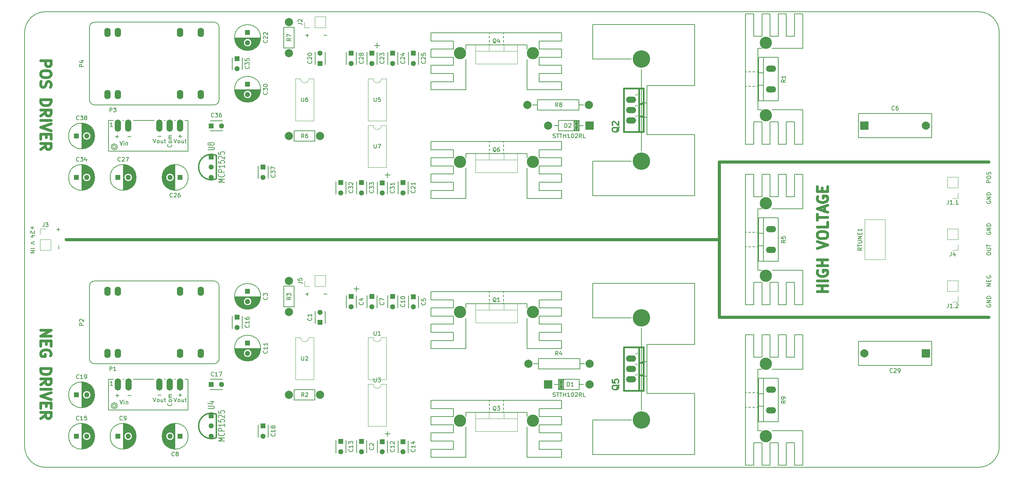
<source format=gbr>
%TF.GenerationSoftware,KiCad,Pcbnew,6.0.4+dfsg-1+b1*%
%TF.CreationDate,2022-05-18T11:28:58-05:00*%
%TF.ProjectId,HV-pulse-generator,48562d70-756c-4736-952d-67656e657261,C*%
%TF.SameCoordinates,Original*%
%TF.FileFunction,Legend,Top*%
%TF.FilePolarity,Positive*%
%FSLAX46Y46*%
G04 Gerber Fmt 4.6, Leading zero omitted, Abs format (unit mm)*
G04 Created by KiCad (PCBNEW 6.0.4+dfsg-1+b1) date 2022-05-18 11:28:58*
%MOMM*%
%LPD*%
G01*
G04 APERTURE LIST*
%ADD10C,0.762000*%
%TA.AperFunction,Profile*%
%ADD11C,0.150000*%
%TD*%
%ADD12C,0.635000*%
%ADD13C,0.150000*%
%ADD14C,0.203200*%
%ADD15C,0.304800*%
%ADD16C,0.124460*%
%ADD17C,0.120000*%
%ADD18C,0.381000*%
%ADD19R,2.000000X2.000000*%
%ADD20C,2.000000*%
%ADD21O,2.499360X1.501140*%
%ADD22C,3.000000*%
%ADD23C,4.270000*%
%ADD24R,1.300000X1.300000*%
%ADD25C,1.300000*%
%ADD26C,1.998980*%
%ADD27R,1.300480X1.300480*%
%ADD28C,1.300480*%
%ADD29O,1.501140X2.999740*%
%ADD30O,1.600000X2.300000*%
%ADD31R,1.998980X1.998980*%
G04 APERTURE END LIST*
D10*
X190500000Y-95250000D02*
X190500000Y-76200000D01*
X190500000Y-76200000D02*
X190500000Y-57150000D01*
X190500000Y-76200000D02*
X30480000Y-76200000D01*
X190500000Y-95250000D02*
X256540000Y-95250000D01*
X190500000Y-57150000D02*
X256540000Y-57150000D01*
D11*
X20320000Y-127000000D02*
X20320000Y-25400000D01*
X259080000Y-25400000D02*
G75*
G03*
X254000000Y-20320000I-5080000J0D01*
G01*
X254000000Y-132080000D02*
G75*
G03*
X259080000Y-127000000I0J5080000D01*
G01*
X254000000Y-20320000D02*
X25400000Y-20320000D01*
X259080000Y-25400000D02*
X259080000Y-127000000D01*
X254000000Y-132080000D02*
X25400000Y-132080000D01*
X20320000Y-127000000D02*
G75*
G03*
X25400000Y-132080000I5080000J0D01*
G01*
X25400000Y-20320000D02*
G75*
G03*
X20320000Y-25400000I0J-5080000D01*
G01*
D12*
X24250952Y-32354761D02*
X26790952Y-32354761D01*
X26790952Y-33322380D01*
X26670000Y-33564285D01*
X26549047Y-33685238D01*
X26307142Y-33806190D01*
X25944285Y-33806190D01*
X25702380Y-33685238D01*
X25581428Y-33564285D01*
X25460476Y-33322380D01*
X25460476Y-32354761D01*
X26790952Y-35378571D02*
X26790952Y-35862380D01*
X26670000Y-36104285D01*
X26428095Y-36346190D01*
X25944285Y-36467142D01*
X25097619Y-36467142D01*
X24613809Y-36346190D01*
X24371904Y-36104285D01*
X24250952Y-35862380D01*
X24250952Y-35378571D01*
X24371904Y-35136666D01*
X24613809Y-34894761D01*
X25097619Y-34773809D01*
X25944285Y-34773809D01*
X26428095Y-34894761D01*
X26670000Y-35136666D01*
X26790952Y-35378571D01*
X24371904Y-37434761D02*
X24250952Y-37797619D01*
X24250952Y-38402380D01*
X24371904Y-38644285D01*
X24492857Y-38765238D01*
X24734761Y-38886190D01*
X24976666Y-38886190D01*
X25218571Y-38765238D01*
X25339523Y-38644285D01*
X25460476Y-38402380D01*
X25581428Y-37918571D01*
X25702380Y-37676666D01*
X25823333Y-37555714D01*
X26065238Y-37434761D01*
X26307142Y-37434761D01*
X26549047Y-37555714D01*
X26670000Y-37676666D01*
X26790952Y-37918571D01*
X26790952Y-38523333D01*
X26670000Y-38886190D01*
X24250952Y-41910000D02*
X26790952Y-41910000D01*
X26790952Y-42514761D01*
X26670000Y-42877619D01*
X26428095Y-43119523D01*
X26186190Y-43240476D01*
X25702380Y-43361428D01*
X25339523Y-43361428D01*
X24855714Y-43240476D01*
X24613809Y-43119523D01*
X24371904Y-42877619D01*
X24250952Y-42514761D01*
X24250952Y-41910000D01*
X24250952Y-45901428D02*
X25460476Y-45054761D01*
X24250952Y-44450000D02*
X26790952Y-44450000D01*
X26790952Y-45417619D01*
X26670000Y-45659523D01*
X26549047Y-45780476D01*
X26307142Y-45901428D01*
X25944285Y-45901428D01*
X25702380Y-45780476D01*
X25581428Y-45659523D01*
X25460476Y-45417619D01*
X25460476Y-44450000D01*
X24250952Y-46990000D02*
X26790952Y-46990000D01*
X26790952Y-47836666D02*
X24250952Y-48683333D01*
X26790952Y-49530000D01*
X25581428Y-50376666D02*
X25581428Y-51223333D01*
X24250952Y-51586190D02*
X24250952Y-50376666D01*
X26790952Y-50376666D01*
X26790952Y-51586190D01*
X24250952Y-54126190D02*
X25460476Y-53279523D01*
X24250952Y-52674761D02*
X26790952Y-52674761D01*
X26790952Y-53642380D01*
X26670000Y-53884285D01*
X26549047Y-54005238D01*
X26307142Y-54126190D01*
X25944285Y-54126190D01*
X25702380Y-54005238D01*
X25581428Y-53884285D01*
X25460476Y-53642380D01*
X25460476Y-52674761D01*
D13*
X28646428Y-77724047D02*
X28646428Y-78485952D01*
X89915952Y-89606428D02*
X89154047Y-89606428D01*
X89535000Y-89987380D02*
X89535000Y-89225476D01*
X94360952Y-89606428D02*
X93599047Y-89606428D01*
X256040000Y-74421904D02*
X255992380Y-74517142D01*
X255992380Y-74660000D01*
X256040000Y-74802857D01*
X256135238Y-74898095D01*
X256230476Y-74945714D01*
X256420952Y-74993333D01*
X256563809Y-74993333D01*
X256754285Y-74945714D01*
X256849523Y-74898095D01*
X256944761Y-74802857D01*
X256992380Y-74660000D01*
X256992380Y-74564761D01*
X256944761Y-74421904D01*
X256897142Y-74374285D01*
X256563809Y-74374285D01*
X256563809Y-74564761D01*
X256992380Y-73945714D02*
X255992380Y-73945714D01*
X256992380Y-73374285D01*
X255992380Y-73374285D01*
X256992380Y-72898095D02*
X255992380Y-72898095D01*
X255992380Y-72660000D01*
X256040000Y-72517142D01*
X256135238Y-72421904D01*
X256230476Y-72374285D01*
X256420952Y-72326666D01*
X256563809Y-72326666D01*
X256754285Y-72374285D01*
X256849523Y-72421904D01*
X256944761Y-72517142D01*
X256992380Y-72660000D01*
X256992380Y-72898095D01*
D12*
X217049047Y-89020952D02*
X214509047Y-89020952D01*
X215718571Y-89020952D02*
X215718571Y-87569523D01*
X217049047Y-87569523D02*
X214509047Y-87569523D01*
X217049047Y-86360000D02*
X214509047Y-86360000D01*
X214630000Y-83820000D02*
X214509047Y-84061904D01*
X214509047Y-84424761D01*
X214630000Y-84787619D01*
X214871904Y-85029523D01*
X215113809Y-85150476D01*
X215597619Y-85271428D01*
X215960476Y-85271428D01*
X216444285Y-85150476D01*
X216686190Y-85029523D01*
X216928095Y-84787619D01*
X217049047Y-84424761D01*
X217049047Y-84182857D01*
X216928095Y-83820000D01*
X216807142Y-83699047D01*
X215960476Y-83699047D01*
X215960476Y-84182857D01*
X217049047Y-82610476D02*
X214509047Y-82610476D01*
X215718571Y-82610476D02*
X215718571Y-81159047D01*
X217049047Y-81159047D02*
X214509047Y-81159047D01*
X214509047Y-78377142D02*
X217049047Y-77530476D01*
X214509047Y-76683809D01*
X214509047Y-75353333D02*
X214509047Y-74869523D01*
X214630000Y-74627619D01*
X214871904Y-74385714D01*
X215355714Y-74264761D01*
X216202380Y-74264761D01*
X216686190Y-74385714D01*
X216928095Y-74627619D01*
X217049047Y-74869523D01*
X217049047Y-75353333D01*
X216928095Y-75595238D01*
X216686190Y-75837142D01*
X216202380Y-75958095D01*
X215355714Y-75958095D01*
X214871904Y-75837142D01*
X214630000Y-75595238D01*
X214509047Y-75353333D01*
X217049047Y-71966666D02*
X217049047Y-73176190D01*
X214509047Y-73176190D01*
X214509047Y-71482857D02*
X214509047Y-70031428D01*
X217049047Y-70757142D02*
X214509047Y-70757142D01*
X216323333Y-69305714D02*
X216323333Y-68096190D01*
X217049047Y-69547619D02*
X214509047Y-68700952D01*
X217049047Y-67854285D01*
X214630000Y-65677142D02*
X214509047Y-65919047D01*
X214509047Y-66281904D01*
X214630000Y-66644761D01*
X214871904Y-66886666D01*
X215113809Y-67007619D01*
X215597619Y-67128571D01*
X215960476Y-67128571D01*
X216444285Y-67007619D01*
X216686190Y-66886666D01*
X216928095Y-66644761D01*
X217049047Y-66281904D01*
X217049047Y-66040000D01*
X216928095Y-65677142D01*
X216807142Y-65556190D01*
X215960476Y-65556190D01*
X215960476Y-66040000D01*
X215718571Y-64467619D02*
X215718571Y-63620952D01*
X217049047Y-63258095D02*
X217049047Y-64467619D01*
X214509047Y-64467619D01*
X214509047Y-63258095D01*
D13*
X256992380Y-87598095D02*
X255992380Y-87598095D01*
X256992380Y-87026666D01*
X255992380Y-87026666D01*
X256468571Y-86550476D02*
X256468571Y-86217142D01*
X256992380Y-86074285D02*
X256992380Y-86550476D01*
X255992380Y-86550476D01*
X255992380Y-86074285D01*
X256040000Y-85121904D02*
X255992380Y-85217142D01*
X255992380Y-85360000D01*
X256040000Y-85502857D01*
X256135238Y-85598095D01*
X256230476Y-85645714D01*
X256420952Y-85693333D01*
X256563809Y-85693333D01*
X256754285Y-85645714D01*
X256849523Y-85598095D01*
X256944761Y-85502857D01*
X256992380Y-85360000D01*
X256992380Y-85264761D01*
X256944761Y-85121904D01*
X256897142Y-85074285D01*
X256563809Y-85074285D01*
X256563809Y-85264761D01*
X256992380Y-62221904D02*
X255992380Y-62221904D01*
X255992380Y-61840952D01*
X256040000Y-61745714D01*
X256087619Y-61698095D01*
X256182857Y-61650476D01*
X256325714Y-61650476D01*
X256420952Y-61698095D01*
X256468571Y-61745714D01*
X256516190Y-61840952D01*
X256516190Y-62221904D01*
X255992380Y-61031428D02*
X255992380Y-60840952D01*
X256040000Y-60745714D01*
X256135238Y-60650476D01*
X256325714Y-60602857D01*
X256659047Y-60602857D01*
X256849523Y-60650476D01*
X256944761Y-60745714D01*
X256992380Y-60840952D01*
X256992380Y-61031428D01*
X256944761Y-61126666D01*
X256849523Y-61221904D01*
X256659047Y-61269523D01*
X256325714Y-61269523D01*
X256135238Y-61221904D01*
X256040000Y-61126666D01*
X255992380Y-61031428D01*
X256944761Y-60221904D02*
X256992380Y-60079047D01*
X256992380Y-59840952D01*
X256944761Y-59745714D01*
X256897142Y-59698095D01*
X256801904Y-59650476D01*
X256706666Y-59650476D01*
X256611428Y-59698095D01*
X256563809Y-59745714D01*
X256516190Y-59840952D01*
X256468571Y-60031428D01*
X256420952Y-60126666D01*
X256373333Y-60174285D01*
X256278095Y-60221904D01*
X256182857Y-60221904D01*
X256087619Y-60174285D01*
X256040000Y-60126666D01*
X255992380Y-60031428D01*
X255992380Y-59793333D01*
X256040000Y-59650476D01*
X89915952Y-26106428D02*
X89154047Y-26106428D01*
X89535000Y-26487380D02*
X89535000Y-25725476D01*
X94360952Y-26106428D02*
X93599047Y-26106428D01*
X255992380Y-79740000D02*
X255992380Y-79549523D01*
X256040000Y-79454285D01*
X256135238Y-79359047D01*
X256325714Y-79311428D01*
X256659047Y-79311428D01*
X256849523Y-79359047D01*
X256944761Y-79454285D01*
X256992380Y-79549523D01*
X256992380Y-79740000D01*
X256944761Y-79835238D01*
X256849523Y-79930476D01*
X256659047Y-79978095D01*
X256325714Y-79978095D01*
X256135238Y-79930476D01*
X256040000Y-79835238D01*
X255992380Y-79740000D01*
X255992380Y-78882857D02*
X256801904Y-78882857D01*
X256897142Y-78835238D01*
X256944761Y-78787619D01*
X256992380Y-78692380D01*
X256992380Y-78501904D01*
X256944761Y-78406666D01*
X256897142Y-78359047D01*
X256801904Y-78311428D01*
X255992380Y-78311428D01*
X255992380Y-77978095D02*
X255992380Y-77406666D01*
X256992380Y-77692380D02*
X255992380Y-77692380D01*
X256040000Y-66801904D02*
X255992380Y-66897142D01*
X255992380Y-67040000D01*
X256040000Y-67182857D01*
X256135238Y-67278095D01*
X256230476Y-67325714D01*
X256420952Y-67373333D01*
X256563809Y-67373333D01*
X256754285Y-67325714D01*
X256849523Y-67278095D01*
X256944761Y-67182857D01*
X256992380Y-67040000D01*
X256992380Y-66944761D01*
X256944761Y-66801904D01*
X256897142Y-66754285D01*
X256563809Y-66754285D01*
X256563809Y-66944761D01*
X256992380Y-66325714D02*
X255992380Y-66325714D01*
X256992380Y-65754285D01*
X255992380Y-65754285D01*
X256992380Y-65278095D02*
X255992380Y-65278095D01*
X255992380Y-65040000D01*
X256040000Y-64897142D01*
X256135238Y-64801904D01*
X256230476Y-64754285D01*
X256420952Y-64706666D01*
X256563809Y-64706666D01*
X256754285Y-64754285D01*
X256849523Y-64801904D01*
X256944761Y-64897142D01*
X256992380Y-65040000D01*
X256992380Y-65278095D01*
D12*
X24250952Y-98455238D02*
X26790952Y-98455238D01*
X24250952Y-99906666D01*
X26790952Y-99906666D01*
X25581428Y-101116190D02*
X25581428Y-101962857D01*
X24250952Y-102325714D02*
X24250952Y-101116190D01*
X26790952Y-101116190D01*
X26790952Y-102325714D01*
X26670000Y-104744761D02*
X26790952Y-104502857D01*
X26790952Y-104140000D01*
X26670000Y-103777142D01*
X26428095Y-103535238D01*
X26186190Y-103414285D01*
X25702380Y-103293333D01*
X25339523Y-103293333D01*
X24855714Y-103414285D01*
X24613809Y-103535238D01*
X24371904Y-103777142D01*
X24250952Y-104140000D01*
X24250952Y-104381904D01*
X24371904Y-104744761D01*
X24492857Y-104865714D01*
X25339523Y-104865714D01*
X25339523Y-104381904D01*
X24250952Y-107889523D02*
X26790952Y-107889523D01*
X26790952Y-108494285D01*
X26670000Y-108857142D01*
X26428095Y-109099047D01*
X26186190Y-109220000D01*
X25702380Y-109340952D01*
X25339523Y-109340952D01*
X24855714Y-109220000D01*
X24613809Y-109099047D01*
X24371904Y-108857142D01*
X24250952Y-108494285D01*
X24250952Y-107889523D01*
X24250952Y-111880952D02*
X25460476Y-111034285D01*
X24250952Y-110429523D02*
X26790952Y-110429523D01*
X26790952Y-111397142D01*
X26670000Y-111639047D01*
X26549047Y-111760000D01*
X26307142Y-111880952D01*
X25944285Y-111880952D01*
X25702380Y-111760000D01*
X25581428Y-111639047D01*
X25460476Y-111397142D01*
X25460476Y-110429523D01*
X24250952Y-112969523D02*
X26790952Y-112969523D01*
X26790952Y-113816190D02*
X24250952Y-114662857D01*
X26790952Y-115509523D01*
X25581428Y-116356190D02*
X25581428Y-117202857D01*
X24250952Y-117565714D02*
X24250952Y-116356190D01*
X26790952Y-116356190D01*
X26790952Y-117565714D01*
X24250952Y-120105714D02*
X25460476Y-119259047D01*
X24250952Y-118654285D02*
X26790952Y-118654285D01*
X26790952Y-119621904D01*
X26670000Y-119863809D01*
X26549047Y-119984761D01*
X26307142Y-120105714D01*
X25944285Y-120105714D01*
X25702380Y-119984761D01*
X25581428Y-119863809D01*
X25460476Y-119621904D01*
X25460476Y-118654285D01*
D13*
X28955952Y-73731428D02*
X28194047Y-73731428D01*
X28575000Y-74112380D02*
X28575000Y-73350476D01*
X22153571Y-72914285D02*
X22153571Y-73676190D01*
X21772619Y-73295238D02*
X22534523Y-73295238D01*
X22677380Y-74104761D02*
X22725000Y-74152380D01*
X22772619Y-74247619D01*
X22772619Y-74485714D01*
X22725000Y-74580952D01*
X22677380Y-74628571D01*
X22582142Y-74676190D01*
X22486904Y-74676190D01*
X22344047Y-74628571D01*
X21772619Y-74057142D01*
X21772619Y-74676190D01*
X22439285Y-75533333D02*
X21772619Y-75533333D01*
X22820238Y-75295238D02*
X22105952Y-75057142D01*
X22105952Y-75676190D01*
X22772619Y-76676190D02*
X21772619Y-77009523D01*
X22772619Y-77342857D01*
X21772619Y-78438095D02*
X22772619Y-78438095D01*
X21772619Y-78914285D02*
X22772619Y-78914285D01*
X21772619Y-79485714D01*
X22772619Y-79485714D01*
X256040000Y-92201904D02*
X255992380Y-92297142D01*
X255992380Y-92440000D01*
X256040000Y-92582857D01*
X256135238Y-92678095D01*
X256230476Y-92725714D01*
X256420952Y-92773333D01*
X256563809Y-92773333D01*
X256754285Y-92725714D01*
X256849523Y-92678095D01*
X256944761Y-92582857D01*
X256992380Y-92440000D01*
X256992380Y-92344761D01*
X256944761Y-92201904D01*
X256897142Y-92154285D01*
X256563809Y-92154285D01*
X256563809Y-92344761D01*
X256992380Y-91725714D02*
X255992380Y-91725714D01*
X256992380Y-91154285D01*
X255992380Y-91154285D01*
X256992380Y-90678095D02*
X255992380Y-90678095D01*
X255992380Y-90440000D01*
X256040000Y-90297142D01*
X256135238Y-90201904D01*
X256230476Y-90154285D01*
X256420952Y-90106666D01*
X256563809Y-90106666D01*
X256754285Y-90154285D01*
X256849523Y-90201904D01*
X256944761Y-90297142D01*
X256992380Y-90440000D01*
X256992380Y-90678095D01*
%TO.C,C6*%
X233393333Y-44367142D02*
X233345714Y-44414761D01*
X233202857Y-44462380D01*
X233107619Y-44462380D01*
X232964761Y-44414761D01*
X232869523Y-44319523D01*
X232821904Y-44224285D01*
X232774285Y-44033809D01*
X232774285Y-43890952D01*
X232821904Y-43700476D01*
X232869523Y-43605238D01*
X232964761Y-43510000D01*
X233107619Y-43462380D01*
X233202857Y-43462380D01*
X233345714Y-43510000D01*
X233393333Y-43557619D01*
X234250476Y-43462380D02*
X234060000Y-43462380D01*
X233964761Y-43510000D01*
X233917142Y-43557619D01*
X233821904Y-43700476D01*
X233774285Y-43890952D01*
X233774285Y-44271904D01*
X233821904Y-44367142D01*
X233869523Y-44414761D01*
X233964761Y-44462380D01*
X234155238Y-44462380D01*
X234250476Y-44414761D01*
X234298095Y-44367142D01*
X234345714Y-44271904D01*
X234345714Y-44033809D01*
X234298095Y-43938571D01*
X234250476Y-43890952D01*
X234155238Y-43843333D01*
X233964761Y-43843333D01*
X233869523Y-43890952D01*
X233821904Y-43938571D01*
X233774285Y-44033809D01*
%TO.C,C29*%
X232917142Y-108747142D02*
X232869523Y-108794761D01*
X232726666Y-108842380D01*
X232631428Y-108842380D01*
X232488571Y-108794761D01*
X232393333Y-108699523D01*
X232345714Y-108604285D01*
X232298095Y-108413809D01*
X232298095Y-108270952D01*
X232345714Y-108080476D01*
X232393333Y-107985238D01*
X232488571Y-107890000D01*
X232631428Y-107842380D01*
X232726666Y-107842380D01*
X232869523Y-107890000D01*
X232917142Y-107937619D01*
X233298095Y-107937619D02*
X233345714Y-107890000D01*
X233440952Y-107842380D01*
X233679047Y-107842380D01*
X233774285Y-107890000D01*
X233821904Y-107937619D01*
X233869523Y-108032857D01*
X233869523Y-108128095D01*
X233821904Y-108270952D01*
X233250476Y-108842380D01*
X233869523Y-108842380D01*
X234345714Y-108842380D02*
X234536190Y-108842380D01*
X234631428Y-108794761D01*
X234679047Y-108747142D01*
X234774285Y-108604285D01*
X234821904Y-108413809D01*
X234821904Y-108032857D01*
X234774285Y-107937619D01*
X234726666Y-107890000D01*
X234631428Y-107842380D01*
X234440952Y-107842380D01*
X234345714Y-107890000D01*
X234298095Y-107937619D01*
X234250476Y-108032857D01*
X234250476Y-108270952D01*
X234298095Y-108366190D01*
X234345714Y-108413809D01*
X234440952Y-108461428D01*
X234631428Y-108461428D01*
X234726666Y-108413809D01*
X234774285Y-108366190D01*
X234821904Y-108270952D01*
%TO.C,J3*%
X25066666Y-72052380D02*
X25066666Y-72766666D01*
X25019047Y-72909523D01*
X24923809Y-73004761D01*
X24780952Y-73052380D01*
X24685714Y-73052380D01*
X25447619Y-72052380D02*
X26066666Y-72052380D01*
X25733333Y-72433333D01*
X25876190Y-72433333D01*
X25971428Y-72480952D01*
X26019047Y-72528571D01*
X26066666Y-72623809D01*
X26066666Y-72861904D01*
X26019047Y-72957142D01*
X25971428Y-73004761D01*
X25876190Y-73052380D01*
X25590476Y-73052380D01*
X25495238Y-73004761D01*
X25447619Y-72957142D01*
%TO.C,J4*%
X247316666Y-79252380D02*
X247316666Y-79966666D01*
X247269047Y-80109523D01*
X247173809Y-80204761D01*
X247030952Y-80252380D01*
X246935714Y-80252380D01*
X248221428Y-79585714D02*
X248221428Y-80252380D01*
X247983333Y-79204761D02*
X247745238Y-79919047D01*
X248364285Y-79919047D01*
%TO.C,R1*%
X206700380Y-36996666D02*
X206224190Y-37330000D01*
X206700380Y-37568095D02*
X205700380Y-37568095D01*
X205700380Y-37187142D01*
X205748000Y-37091904D01*
X205795619Y-37044285D01*
X205890857Y-36996666D01*
X206033714Y-36996666D01*
X206128952Y-37044285D01*
X206176571Y-37091904D01*
X206224190Y-37187142D01*
X206224190Y-37568095D01*
X206700380Y-36044285D02*
X206700380Y-36615714D01*
X206700380Y-36330000D02*
X205700380Y-36330000D01*
X205843238Y-36425238D01*
X205938476Y-36520476D01*
X205986095Y-36615714D01*
%TO.C,R5*%
X206700380Y-76366666D02*
X206224190Y-76700000D01*
X206700380Y-76938095D02*
X205700380Y-76938095D01*
X205700380Y-76557142D01*
X205748000Y-76461904D01*
X205795619Y-76414285D01*
X205890857Y-76366666D01*
X206033714Y-76366666D01*
X206128952Y-76414285D01*
X206176571Y-76461904D01*
X206224190Y-76557142D01*
X206224190Y-76938095D01*
X205700380Y-75461904D02*
X205700380Y-75938095D01*
X206176571Y-75985714D01*
X206128952Y-75938095D01*
X206081333Y-75842857D01*
X206081333Y-75604761D01*
X206128952Y-75509523D01*
X206176571Y-75461904D01*
X206271809Y-75414285D01*
X206509904Y-75414285D01*
X206605142Y-75461904D01*
X206652761Y-75509523D01*
X206700380Y-75604761D01*
X206700380Y-75842857D01*
X206652761Y-75938095D01*
X206605142Y-75985714D01*
%TO.C,R9*%
X206700380Y-115736666D02*
X206224190Y-116070000D01*
X206700380Y-116308095D02*
X205700380Y-116308095D01*
X205700380Y-115927142D01*
X205748000Y-115831904D01*
X205795619Y-115784285D01*
X205890857Y-115736666D01*
X206033714Y-115736666D01*
X206128952Y-115784285D01*
X206176571Y-115831904D01*
X206224190Y-115927142D01*
X206224190Y-116308095D01*
X206700380Y-115260476D02*
X206700380Y-115070000D01*
X206652761Y-114974761D01*
X206605142Y-114927142D01*
X206462285Y-114831904D01*
X206271809Y-114784285D01*
X205890857Y-114784285D01*
X205795619Y-114831904D01*
X205748000Y-114879523D01*
X205700380Y-114974761D01*
X205700380Y-115165238D01*
X205748000Y-115260476D01*
X205795619Y-115308095D01*
X205890857Y-115355714D01*
X206128952Y-115355714D01*
X206224190Y-115308095D01*
X206271809Y-115260476D01*
X206319428Y-115165238D01*
X206319428Y-114974761D01*
X206271809Y-114879523D01*
X206224190Y-114831904D01*
X206128952Y-114784285D01*
%TO.C,U1*%
X105918095Y-98722380D02*
X105918095Y-99531904D01*
X105965714Y-99627142D01*
X106013333Y-99674761D01*
X106108571Y-99722380D01*
X106299047Y-99722380D01*
X106394285Y-99674761D01*
X106441904Y-99627142D01*
X106489523Y-99531904D01*
X106489523Y-98722380D01*
X107489523Y-99722380D02*
X106918095Y-99722380D01*
X107203809Y-99722380D02*
X107203809Y-98722380D01*
X107108571Y-98865238D01*
X107013333Y-98960476D01*
X106918095Y-99008095D01*
%TO.C,U2*%
X88138095Y-104862380D02*
X88138095Y-105671904D01*
X88185714Y-105767142D01*
X88233333Y-105814761D01*
X88328571Y-105862380D01*
X88519047Y-105862380D01*
X88614285Y-105814761D01*
X88661904Y-105767142D01*
X88709523Y-105671904D01*
X88709523Y-104862380D01*
X89138095Y-104957619D02*
X89185714Y-104910000D01*
X89280952Y-104862380D01*
X89519047Y-104862380D01*
X89614285Y-104910000D01*
X89661904Y-104957619D01*
X89709523Y-105052857D01*
X89709523Y-105148095D01*
X89661904Y-105290952D01*
X89090476Y-105862380D01*
X89709523Y-105862380D01*
%TO.C,RTUNE1*%
X225392380Y-78247619D02*
X224916190Y-78580952D01*
X225392380Y-78819047D02*
X224392380Y-78819047D01*
X224392380Y-78438095D01*
X224440000Y-78342857D01*
X224487619Y-78295238D01*
X224582857Y-78247619D01*
X224725714Y-78247619D01*
X224820952Y-78295238D01*
X224868571Y-78342857D01*
X224916190Y-78438095D01*
X224916190Y-78819047D01*
X224392380Y-77961904D02*
X224392380Y-77390476D01*
X225392380Y-77676190D02*
X224392380Y-77676190D01*
X224392380Y-77057142D02*
X225201904Y-77057142D01*
X225297142Y-77009523D01*
X225344761Y-76961904D01*
X225392380Y-76866666D01*
X225392380Y-76676190D01*
X225344761Y-76580952D01*
X225297142Y-76533333D01*
X225201904Y-76485714D01*
X224392380Y-76485714D01*
X225392380Y-76009523D02*
X224392380Y-76009523D01*
X225392380Y-75438095D01*
X224392380Y-75438095D01*
X224868571Y-74961904D02*
X224868571Y-74628571D01*
X225392380Y-74485714D02*
X225392380Y-74961904D01*
X224392380Y-74961904D01*
X224392380Y-74485714D01*
X225392380Y-73533333D02*
X225392380Y-74104761D01*
X225392380Y-73819047D02*
X224392380Y-73819047D01*
X224535238Y-73914285D01*
X224630476Y-74009523D01*
X224678095Y-74104761D01*
%TO.C,C4*%
X103187142Y-91586666D02*
X103234761Y-91634285D01*
X103282380Y-91777142D01*
X103282380Y-91872380D01*
X103234761Y-92015238D01*
X103139523Y-92110476D01*
X103044285Y-92158095D01*
X102853809Y-92205714D01*
X102710952Y-92205714D01*
X102520476Y-92158095D01*
X102425238Y-92110476D01*
X102330000Y-92015238D01*
X102282380Y-91872380D01*
X102282380Y-91777142D01*
X102330000Y-91634285D01*
X102377619Y-91586666D01*
X102615714Y-90729523D02*
X103282380Y-90729523D01*
X102234761Y-90967619D02*
X102949047Y-91205714D01*
X102949047Y-90586666D01*
%TO.C,C12*%
X110807142Y-127662857D02*
X110854761Y-127710476D01*
X110902380Y-127853333D01*
X110902380Y-127948571D01*
X110854761Y-128091428D01*
X110759523Y-128186666D01*
X110664285Y-128234285D01*
X110473809Y-128281904D01*
X110330952Y-128281904D01*
X110140476Y-128234285D01*
X110045238Y-128186666D01*
X109950000Y-128091428D01*
X109902380Y-127948571D01*
X109902380Y-127853333D01*
X109950000Y-127710476D01*
X109997619Y-127662857D01*
X110902380Y-126710476D02*
X110902380Y-127281904D01*
X110902380Y-126996190D02*
X109902380Y-126996190D01*
X110045238Y-127091428D01*
X110140476Y-127186666D01*
X110188095Y-127281904D01*
X109997619Y-126329523D02*
X109950000Y-126281904D01*
X109902380Y-126186666D01*
X109902380Y-125948571D01*
X109950000Y-125853333D01*
X109997619Y-125805714D01*
X110092857Y-125758095D01*
X110188095Y-125758095D01*
X110330952Y-125805714D01*
X110902380Y-126377142D01*
X110902380Y-125758095D01*
%TO.C,C17*%
X66647142Y-109617142D02*
X66599523Y-109664761D01*
X66456666Y-109712380D01*
X66361428Y-109712380D01*
X66218571Y-109664761D01*
X66123333Y-109569523D01*
X66075714Y-109474285D01*
X66028095Y-109283809D01*
X66028095Y-109140952D01*
X66075714Y-108950476D01*
X66123333Y-108855238D01*
X66218571Y-108760000D01*
X66361428Y-108712380D01*
X66456666Y-108712380D01*
X66599523Y-108760000D01*
X66647142Y-108807619D01*
X67599523Y-109712380D02*
X67028095Y-109712380D01*
X67313809Y-109712380D02*
X67313809Y-108712380D01*
X67218571Y-108855238D01*
X67123333Y-108950476D01*
X67028095Y-108998095D01*
X67932857Y-108712380D02*
X68599523Y-108712380D01*
X68170952Y-109712380D01*
%TO.C,C14*%
X115887142Y-127662857D02*
X115934761Y-127710476D01*
X115982380Y-127853333D01*
X115982380Y-127948571D01*
X115934761Y-128091428D01*
X115839523Y-128186666D01*
X115744285Y-128234285D01*
X115553809Y-128281904D01*
X115410952Y-128281904D01*
X115220476Y-128234285D01*
X115125238Y-128186666D01*
X115030000Y-128091428D01*
X114982380Y-127948571D01*
X114982380Y-127853333D01*
X115030000Y-127710476D01*
X115077619Y-127662857D01*
X115982380Y-126710476D02*
X115982380Y-127281904D01*
X115982380Y-126996190D02*
X114982380Y-126996190D01*
X115125238Y-127091428D01*
X115220476Y-127186666D01*
X115268095Y-127281904D01*
X115315714Y-125853333D02*
X115982380Y-125853333D01*
X114934761Y-126091428D02*
X115649047Y-126329523D01*
X115649047Y-125710476D01*
%TO.C,C16*%
X75247142Y-97142857D02*
X75294761Y-97190476D01*
X75342380Y-97333333D01*
X75342380Y-97428571D01*
X75294761Y-97571428D01*
X75199523Y-97666666D01*
X75104285Y-97714285D01*
X74913809Y-97761904D01*
X74770952Y-97761904D01*
X74580476Y-97714285D01*
X74485238Y-97666666D01*
X74390000Y-97571428D01*
X74342380Y-97428571D01*
X74342380Y-97333333D01*
X74390000Y-97190476D01*
X74437619Y-97142857D01*
X75342380Y-96190476D02*
X75342380Y-96761904D01*
X75342380Y-96476190D02*
X74342380Y-96476190D01*
X74485238Y-96571428D01*
X74580476Y-96666666D01*
X74628095Y-96761904D01*
X74342380Y-95333333D02*
X74342380Y-95523809D01*
X74390000Y-95619047D01*
X74437619Y-95666666D01*
X74580476Y-95761904D01*
X74770952Y-95809523D01*
X75151904Y-95809523D01*
X75247142Y-95761904D01*
X75294761Y-95714285D01*
X75342380Y-95619047D01*
X75342380Y-95428571D01*
X75294761Y-95333333D01*
X75247142Y-95285714D01*
X75151904Y-95238095D01*
X74913809Y-95238095D01*
X74818571Y-95285714D01*
X74770952Y-95333333D01*
X74723333Y-95428571D01*
X74723333Y-95619047D01*
X74770952Y-95714285D01*
X74818571Y-95761904D01*
X74913809Y-95809523D01*
%TO.C,C1*%
X90567142Y-95436666D02*
X90614761Y-95484285D01*
X90662380Y-95627142D01*
X90662380Y-95722380D01*
X90614761Y-95865238D01*
X90519523Y-95960476D01*
X90424285Y-96008095D01*
X90233809Y-96055714D01*
X90090952Y-96055714D01*
X89900476Y-96008095D01*
X89805238Y-95960476D01*
X89710000Y-95865238D01*
X89662380Y-95722380D01*
X89662380Y-95627142D01*
X89710000Y-95484285D01*
X89757619Y-95436666D01*
X90662380Y-94484285D02*
X90662380Y-95055714D01*
X90662380Y-94770000D02*
X89662380Y-94770000D01*
X89805238Y-94865238D01*
X89900476Y-94960476D01*
X89948095Y-95055714D01*
%TO.C,C13*%
X100647142Y-127622857D02*
X100694761Y-127670476D01*
X100742380Y-127813333D01*
X100742380Y-127908571D01*
X100694761Y-128051428D01*
X100599523Y-128146666D01*
X100504285Y-128194285D01*
X100313809Y-128241904D01*
X100170952Y-128241904D01*
X99980476Y-128194285D01*
X99885238Y-128146666D01*
X99790000Y-128051428D01*
X99742380Y-127908571D01*
X99742380Y-127813333D01*
X99790000Y-127670476D01*
X99837619Y-127622857D01*
X100742380Y-126670476D02*
X100742380Y-127241904D01*
X100742380Y-126956190D02*
X99742380Y-126956190D01*
X99885238Y-127051428D01*
X99980476Y-127146666D01*
X100028095Y-127241904D01*
X99742380Y-126337142D02*
X99742380Y-125718095D01*
X100123333Y-126051428D01*
X100123333Y-125908571D01*
X100170952Y-125813333D01*
X100218571Y-125765714D01*
X100313809Y-125718095D01*
X100551904Y-125718095D01*
X100647142Y-125765714D01*
X100694761Y-125813333D01*
X100742380Y-125908571D01*
X100742380Y-126194285D01*
X100694761Y-126289523D01*
X100647142Y-126337142D01*
%TO.C,C2*%
X105727142Y-127146666D02*
X105774761Y-127194285D01*
X105822380Y-127337142D01*
X105822380Y-127432380D01*
X105774761Y-127575238D01*
X105679523Y-127670476D01*
X105584285Y-127718095D01*
X105393809Y-127765714D01*
X105250952Y-127765714D01*
X105060476Y-127718095D01*
X104965238Y-127670476D01*
X104870000Y-127575238D01*
X104822380Y-127432380D01*
X104822380Y-127337142D01*
X104870000Y-127194285D01*
X104917619Y-127146666D01*
X104917619Y-126765714D02*
X104870000Y-126718095D01*
X104822380Y-126622857D01*
X104822380Y-126384761D01*
X104870000Y-126289523D01*
X104917619Y-126241904D01*
X105012857Y-126194285D01*
X105108095Y-126194285D01*
X105250952Y-126241904D01*
X105822380Y-126813333D01*
X105822380Y-126194285D01*
%TO.C,C5*%
X118427142Y-91626666D02*
X118474761Y-91674285D01*
X118522380Y-91817142D01*
X118522380Y-91912380D01*
X118474761Y-92055238D01*
X118379523Y-92150476D01*
X118284285Y-92198095D01*
X118093809Y-92245714D01*
X117950952Y-92245714D01*
X117760476Y-92198095D01*
X117665238Y-92150476D01*
X117570000Y-92055238D01*
X117522380Y-91912380D01*
X117522380Y-91817142D01*
X117570000Y-91674285D01*
X117617619Y-91626666D01*
X117522380Y-90721904D02*
X117522380Y-91198095D01*
X117998571Y-91245714D01*
X117950952Y-91198095D01*
X117903333Y-91102857D01*
X117903333Y-90864761D01*
X117950952Y-90769523D01*
X117998571Y-90721904D01*
X118093809Y-90674285D01*
X118331904Y-90674285D01*
X118427142Y-90721904D01*
X118474761Y-90769523D01*
X118522380Y-90864761D01*
X118522380Y-91102857D01*
X118474761Y-91198095D01*
X118427142Y-91245714D01*
%TO.C,C3*%
X79687142Y-90316666D02*
X79734761Y-90364285D01*
X79782380Y-90507142D01*
X79782380Y-90602380D01*
X79734761Y-90745238D01*
X79639523Y-90840476D01*
X79544285Y-90888095D01*
X79353809Y-90935714D01*
X79210952Y-90935714D01*
X79020476Y-90888095D01*
X78925238Y-90840476D01*
X78830000Y-90745238D01*
X78782380Y-90602380D01*
X78782380Y-90507142D01*
X78830000Y-90364285D01*
X78877619Y-90316666D01*
X78782380Y-89983333D02*
X78782380Y-89364285D01*
X79163333Y-89697619D01*
X79163333Y-89554761D01*
X79210952Y-89459523D01*
X79258571Y-89411904D01*
X79353809Y-89364285D01*
X79591904Y-89364285D01*
X79687142Y-89411904D01*
X79734761Y-89459523D01*
X79782380Y-89554761D01*
X79782380Y-89840476D01*
X79734761Y-89935714D01*
X79687142Y-89983333D01*
%TO.C,C8*%
X57003333Y-129217142D02*
X56955714Y-129264761D01*
X56812857Y-129312380D01*
X56717619Y-129312380D01*
X56574761Y-129264761D01*
X56479523Y-129169523D01*
X56431904Y-129074285D01*
X56384285Y-128883809D01*
X56384285Y-128740952D01*
X56431904Y-128550476D01*
X56479523Y-128455238D01*
X56574761Y-128360000D01*
X56717619Y-128312380D01*
X56812857Y-128312380D01*
X56955714Y-128360000D01*
X57003333Y-128407619D01*
X57574761Y-128740952D02*
X57479523Y-128693333D01*
X57431904Y-128645714D01*
X57384285Y-128550476D01*
X57384285Y-128502857D01*
X57431904Y-128407619D01*
X57479523Y-128360000D01*
X57574761Y-128312380D01*
X57765238Y-128312380D01*
X57860476Y-128360000D01*
X57908095Y-128407619D01*
X57955714Y-128502857D01*
X57955714Y-128550476D01*
X57908095Y-128645714D01*
X57860476Y-128693333D01*
X57765238Y-128740952D01*
X57574761Y-128740952D01*
X57479523Y-128788571D01*
X57431904Y-128836190D01*
X57384285Y-128931428D01*
X57384285Y-129121904D01*
X57431904Y-129217142D01*
X57479523Y-129264761D01*
X57574761Y-129312380D01*
X57765238Y-129312380D01*
X57860476Y-129264761D01*
X57908095Y-129217142D01*
X57955714Y-129121904D01*
X57955714Y-128931428D01*
X57908095Y-128836190D01*
X57860476Y-128788571D01*
X57765238Y-128740952D01*
%TO.C,C9*%
X44263333Y-120417142D02*
X44215714Y-120464761D01*
X44072857Y-120512380D01*
X43977619Y-120512380D01*
X43834761Y-120464761D01*
X43739523Y-120369523D01*
X43691904Y-120274285D01*
X43644285Y-120083809D01*
X43644285Y-119940952D01*
X43691904Y-119750476D01*
X43739523Y-119655238D01*
X43834761Y-119560000D01*
X43977619Y-119512380D01*
X44072857Y-119512380D01*
X44215714Y-119560000D01*
X44263333Y-119607619D01*
X44739523Y-120512380D02*
X44930000Y-120512380D01*
X45025238Y-120464761D01*
X45072857Y-120417142D01*
X45168095Y-120274285D01*
X45215714Y-120083809D01*
X45215714Y-119702857D01*
X45168095Y-119607619D01*
X45120476Y-119560000D01*
X45025238Y-119512380D01*
X44834761Y-119512380D01*
X44739523Y-119560000D01*
X44691904Y-119607619D01*
X44644285Y-119702857D01*
X44644285Y-119940952D01*
X44691904Y-120036190D01*
X44739523Y-120083809D01*
X44834761Y-120131428D01*
X45025238Y-120131428D01*
X45120476Y-120083809D01*
X45168095Y-120036190D01*
X45215714Y-119940952D01*
%TO.C,C11*%
X79687142Y-103492857D02*
X79734761Y-103540476D01*
X79782380Y-103683333D01*
X79782380Y-103778571D01*
X79734761Y-103921428D01*
X79639523Y-104016666D01*
X79544285Y-104064285D01*
X79353809Y-104111904D01*
X79210952Y-104111904D01*
X79020476Y-104064285D01*
X78925238Y-104016666D01*
X78830000Y-103921428D01*
X78782380Y-103778571D01*
X78782380Y-103683333D01*
X78830000Y-103540476D01*
X78877619Y-103492857D01*
X79782380Y-102540476D02*
X79782380Y-103111904D01*
X79782380Y-102826190D02*
X78782380Y-102826190D01*
X78925238Y-102921428D01*
X79020476Y-103016666D01*
X79068095Y-103111904D01*
X79782380Y-101588095D02*
X79782380Y-102159523D01*
X79782380Y-101873809D02*
X78782380Y-101873809D01*
X78925238Y-101969047D01*
X79020476Y-102064285D01*
X79068095Y-102159523D01*
%TO.C,C15*%
X33627142Y-120417142D02*
X33579523Y-120464761D01*
X33436666Y-120512380D01*
X33341428Y-120512380D01*
X33198571Y-120464761D01*
X33103333Y-120369523D01*
X33055714Y-120274285D01*
X33008095Y-120083809D01*
X33008095Y-119940952D01*
X33055714Y-119750476D01*
X33103333Y-119655238D01*
X33198571Y-119560000D01*
X33341428Y-119512380D01*
X33436666Y-119512380D01*
X33579523Y-119560000D01*
X33627142Y-119607619D01*
X34579523Y-120512380D02*
X34008095Y-120512380D01*
X34293809Y-120512380D02*
X34293809Y-119512380D01*
X34198571Y-119655238D01*
X34103333Y-119750476D01*
X34008095Y-119798095D01*
X35484285Y-119512380D02*
X35008095Y-119512380D01*
X34960476Y-119988571D01*
X35008095Y-119940952D01*
X35103333Y-119893333D01*
X35341428Y-119893333D01*
X35436666Y-119940952D01*
X35484285Y-119988571D01*
X35531904Y-120083809D01*
X35531904Y-120321904D01*
X35484285Y-120417142D01*
X35436666Y-120464761D01*
X35341428Y-120512380D01*
X35103333Y-120512380D01*
X35008095Y-120464761D01*
X34960476Y-120417142D01*
%TO.C,C18*%
X81597142Y-123812857D02*
X81644761Y-123860476D01*
X81692380Y-124003333D01*
X81692380Y-124098571D01*
X81644761Y-124241428D01*
X81549523Y-124336666D01*
X81454285Y-124384285D01*
X81263809Y-124431904D01*
X81120952Y-124431904D01*
X80930476Y-124384285D01*
X80835238Y-124336666D01*
X80740000Y-124241428D01*
X80692380Y-124098571D01*
X80692380Y-124003333D01*
X80740000Y-123860476D01*
X80787619Y-123812857D01*
X81692380Y-122860476D02*
X81692380Y-123431904D01*
X81692380Y-123146190D02*
X80692380Y-123146190D01*
X80835238Y-123241428D01*
X80930476Y-123336666D01*
X80978095Y-123431904D01*
X81120952Y-122289047D02*
X81073333Y-122384285D01*
X81025714Y-122431904D01*
X80930476Y-122479523D01*
X80882857Y-122479523D01*
X80787619Y-122431904D01*
X80740000Y-122384285D01*
X80692380Y-122289047D01*
X80692380Y-122098571D01*
X80740000Y-122003333D01*
X80787619Y-121955714D01*
X80882857Y-121908095D01*
X80930476Y-121908095D01*
X81025714Y-121955714D01*
X81073333Y-122003333D01*
X81120952Y-122098571D01*
X81120952Y-122289047D01*
X81168571Y-122384285D01*
X81216190Y-122431904D01*
X81311428Y-122479523D01*
X81501904Y-122479523D01*
X81597142Y-122431904D01*
X81644761Y-122384285D01*
X81692380Y-122289047D01*
X81692380Y-122098571D01*
X81644761Y-122003333D01*
X81597142Y-121955714D01*
X81501904Y-121908095D01*
X81311428Y-121908095D01*
X81216190Y-121955714D01*
X81168571Y-122003333D01*
X81120952Y-122098571D01*
%TO.C,C19*%
X33627142Y-110257142D02*
X33579523Y-110304761D01*
X33436666Y-110352380D01*
X33341428Y-110352380D01*
X33198571Y-110304761D01*
X33103333Y-110209523D01*
X33055714Y-110114285D01*
X33008095Y-109923809D01*
X33008095Y-109780952D01*
X33055714Y-109590476D01*
X33103333Y-109495238D01*
X33198571Y-109400000D01*
X33341428Y-109352380D01*
X33436666Y-109352380D01*
X33579523Y-109400000D01*
X33627142Y-109447619D01*
X34579523Y-110352380D02*
X34008095Y-110352380D01*
X34293809Y-110352380D02*
X34293809Y-109352380D01*
X34198571Y-109495238D01*
X34103333Y-109590476D01*
X34008095Y-109638095D01*
X35055714Y-110352380D02*
X35246190Y-110352380D01*
X35341428Y-110304761D01*
X35389047Y-110257142D01*
X35484285Y-110114285D01*
X35531904Y-109923809D01*
X35531904Y-109542857D01*
X35484285Y-109447619D01*
X35436666Y-109400000D01*
X35341428Y-109352380D01*
X35150952Y-109352380D01*
X35055714Y-109400000D01*
X35008095Y-109447619D01*
X34960476Y-109542857D01*
X34960476Y-109780952D01*
X35008095Y-109876190D01*
X35055714Y-109923809D01*
X35150952Y-109971428D01*
X35341428Y-109971428D01*
X35436666Y-109923809D01*
X35484285Y-109876190D01*
X35531904Y-109780952D01*
%TO.C,R2*%
X88733333Y-114752380D02*
X88400000Y-114276190D01*
X88161904Y-114752380D02*
X88161904Y-113752380D01*
X88542857Y-113752380D01*
X88638095Y-113800000D01*
X88685714Y-113847619D01*
X88733333Y-113942857D01*
X88733333Y-114085714D01*
X88685714Y-114180952D01*
X88638095Y-114228571D01*
X88542857Y-114276190D01*
X88161904Y-114276190D01*
X89114285Y-113847619D02*
X89161904Y-113800000D01*
X89257142Y-113752380D01*
X89495238Y-113752380D01*
X89590476Y-113800000D01*
X89638095Y-113847619D01*
X89685714Y-113942857D01*
X89685714Y-114038095D01*
X89638095Y-114180952D01*
X89066666Y-114752380D01*
X89685714Y-114752380D01*
%TO.C,R3*%
X85542380Y-90336666D02*
X85066190Y-90670000D01*
X85542380Y-90908095D02*
X84542380Y-90908095D01*
X84542380Y-90527142D01*
X84590000Y-90431904D01*
X84637619Y-90384285D01*
X84732857Y-90336666D01*
X84875714Y-90336666D01*
X84970952Y-90384285D01*
X85018571Y-90431904D01*
X85066190Y-90527142D01*
X85066190Y-90908095D01*
X84542380Y-90003333D02*
X84542380Y-89384285D01*
X84923333Y-89717619D01*
X84923333Y-89574761D01*
X84970952Y-89479523D01*
X85018571Y-89431904D01*
X85113809Y-89384285D01*
X85351904Y-89384285D01*
X85447142Y-89431904D01*
X85494761Y-89479523D01*
X85542380Y-89574761D01*
X85542380Y-89860476D01*
X85494761Y-89955714D01*
X85447142Y-90003333D01*
D14*
%TO.C,U4*%
X65205428Y-117710857D02*
X66439142Y-117710857D01*
X66584285Y-117656428D01*
X66656857Y-117602000D01*
X66729428Y-117493142D01*
X66729428Y-117275428D01*
X66656857Y-117166571D01*
X66584285Y-117112142D01*
X66439142Y-117057714D01*
X65205428Y-117057714D01*
X65713428Y-116023571D02*
X66729428Y-116023571D01*
X65132857Y-116295714D02*
X66221428Y-116567857D01*
X66221428Y-115860285D01*
X69269428Y-125621142D02*
X67745428Y-125621142D01*
X68834000Y-125240142D01*
X67745428Y-124859142D01*
X69269428Y-124859142D01*
X69124285Y-123661714D02*
X69196857Y-123716142D01*
X69269428Y-123879428D01*
X69269428Y-123988285D01*
X69196857Y-124151571D01*
X69051714Y-124260428D01*
X68906571Y-124314857D01*
X68616285Y-124369285D01*
X68398571Y-124369285D01*
X68108285Y-124314857D01*
X67963142Y-124260428D01*
X67818000Y-124151571D01*
X67745428Y-123988285D01*
X67745428Y-123879428D01*
X67818000Y-123716142D01*
X67890571Y-123661714D01*
X69269428Y-123171857D02*
X67745428Y-123171857D01*
X67745428Y-122736428D01*
X67818000Y-122627571D01*
X67890571Y-122573142D01*
X68035714Y-122518714D01*
X68253428Y-122518714D01*
X68398571Y-122573142D01*
X68471142Y-122627571D01*
X68543714Y-122736428D01*
X68543714Y-123171857D01*
X69269428Y-121430142D02*
X69269428Y-122083285D01*
X69269428Y-121756714D02*
X67745428Y-121756714D01*
X67963142Y-121865571D01*
X68108285Y-121974428D01*
X68180857Y-122083285D01*
X67745428Y-120396000D02*
X67745428Y-120940285D01*
X68471142Y-120994714D01*
X68398571Y-120940285D01*
X68326000Y-120831428D01*
X68326000Y-120559285D01*
X68398571Y-120450428D01*
X68471142Y-120396000D01*
X68616285Y-120341571D01*
X68979142Y-120341571D01*
X69124285Y-120396000D01*
X69196857Y-120450428D01*
X69269428Y-120559285D01*
X69269428Y-120831428D01*
X69196857Y-120940285D01*
X69124285Y-120994714D01*
X67890571Y-119906142D02*
X67818000Y-119851714D01*
X67745428Y-119742857D01*
X67745428Y-119470714D01*
X67818000Y-119361857D01*
X67890571Y-119307428D01*
X68035714Y-119253000D01*
X68180857Y-119253000D01*
X68398571Y-119307428D01*
X69269428Y-119960571D01*
X69269428Y-119253000D01*
X67745428Y-118218857D02*
X67745428Y-118763142D01*
X68471142Y-118817571D01*
X68398571Y-118763142D01*
X68326000Y-118654285D01*
X68326000Y-118382142D01*
X68398571Y-118273285D01*
X68471142Y-118218857D01*
X68616285Y-118164428D01*
X68979142Y-118164428D01*
X69124285Y-118218857D01*
X69196857Y-118273285D01*
X69269428Y-118382142D01*
X69269428Y-118654285D01*
X69196857Y-118763142D01*
X69124285Y-118817571D01*
%TO.C,U8*%
X65205428Y-54210857D02*
X66439142Y-54210857D01*
X66584285Y-54156428D01*
X66656857Y-54102000D01*
X66729428Y-53993142D01*
X66729428Y-53775428D01*
X66656857Y-53666571D01*
X66584285Y-53612142D01*
X66439142Y-53557714D01*
X65205428Y-53557714D01*
X65858571Y-52850142D02*
X65786000Y-52959000D01*
X65713428Y-53013428D01*
X65568285Y-53067857D01*
X65495714Y-53067857D01*
X65350571Y-53013428D01*
X65278000Y-52959000D01*
X65205428Y-52850142D01*
X65205428Y-52632428D01*
X65278000Y-52523571D01*
X65350571Y-52469142D01*
X65495714Y-52414714D01*
X65568285Y-52414714D01*
X65713428Y-52469142D01*
X65786000Y-52523571D01*
X65858571Y-52632428D01*
X65858571Y-52850142D01*
X65931142Y-52959000D01*
X66003714Y-53013428D01*
X66148857Y-53067857D01*
X66439142Y-53067857D01*
X66584285Y-53013428D01*
X66656857Y-52959000D01*
X66729428Y-52850142D01*
X66729428Y-52632428D01*
X66656857Y-52523571D01*
X66584285Y-52469142D01*
X66439142Y-52414714D01*
X66148857Y-52414714D01*
X66003714Y-52469142D01*
X65931142Y-52523571D01*
X65858571Y-52632428D01*
X69269428Y-62121142D02*
X67745428Y-62121142D01*
X68834000Y-61740142D01*
X67745428Y-61359142D01*
X69269428Y-61359142D01*
X69124285Y-60161714D02*
X69196857Y-60216142D01*
X69269428Y-60379428D01*
X69269428Y-60488285D01*
X69196857Y-60651571D01*
X69051714Y-60760428D01*
X68906571Y-60814857D01*
X68616285Y-60869285D01*
X68398571Y-60869285D01*
X68108285Y-60814857D01*
X67963142Y-60760428D01*
X67818000Y-60651571D01*
X67745428Y-60488285D01*
X67745428Y-60379428D01*
X67818000Y-60216142D01*
X67890571Y-60161714D01*
X69269428Y-59671857D02*
X67745428Y-59671857D01*
X67745428Y-59236428D01*
X67818000Y-59127571D01*
X67890571Y-59073142D01*
X68035714Y-59018714D01*
X68253428Y-59018714D01*
X68398571Y-59073142D01*
X68471142Y-59127571D01*
X68543714Y-59236428D01*
X68543714Y-59671857D01*
X69269428Y-57930142D02*
X69269428Y-58583285D01*
X69269428Y-58256714D02*
X67745428Y-58256714D01*
X67963142Y-58365571D01*
X68108285Y-58474428D01*
X68180857Y-58583285D01*
X67745428Y-56896000D02*
X67745428Y-57440285D01*
X68471142Y-57494714D01*
X68398571Y-57440285D01*
X68326000Y-57331428D01*
X68326000Y-57059285D01*
X68398571Y-56950428D01*
X68471142Y-56896000D01*
X68616285Y-56841571D01*
X68979142Y-56841571D01*
X69124285Y-56896000D01*
X69196857Y-56950428D01*
X69269428Y-57059285D01*
X69269428Y-57331428D01*
X69196857Y-57440285D01*
X69124285Y-57494714D01*
X67890571Y-56406142D02*
X67818000Y-56351714D01*
X67745428Y-56242857D01*
X67745428Y-55970714D01*
X67818000Y-55861857D01*
X67890571Y-55807428D01*
X68035714Y-55753000D01*
X68180857Y-55753000D01*
X68398571Y-55807428D01*
X69269428Y-56460571D01*
X69269428Y-55753000D01*
X67745428Y-54718857D02*
X67745428Y-55263142D01*
X68471142Y-55317571D01*
X68398571Y-55263142D01*
X68326000Y-55154285D01*
X68326000Y-54882142D01*
X68398571Y-54773285D01*
X68471142Y-54718857D01*
X68616285Y-54664428D01*
X68979142Y-54664428D01*
X69124285Y-54718857D01*
X69196857Y-54773285D01*
X69269428Y-54882142D01*
X69269428Y-55154285D01*
X69196857Y-55263142D01*
X69124285Y-55317571D01*
D15*
%TO.C,Q5*%
X165934571Y-111905142D02*
X165862000Y-112050285D01*
X165716857Y-112195428D01*
X165499142Y-112413142D01*
X165426571Y-112558285D01*
X165426571Y-112703428D01*
X165789428Y-112630857D02*
X165716857Y-112776000D01*
X165571714Y-112921142D01*
X165281428Y-112993714D01*
X164773428Y-112993714D01*
X164483142Y-112921142D01*
X164338000Y-112776000D01*
X164265428Y-112630857D01*
X164265428Y-112340571D01*
X164338000Y-112195428D01*
X164483142Y-112050285D01*
X164773428Y-111977714D01*
X165281428Y-111977714D01*
X165571714Y-112050285D01*
X165716857Y-112195428D01*
X165789428Y-112340571D01*
X165789428Y-112630857D01*
X164265428Y-110598857D02*
X164265428Y-111324571D01*
X164991142Y-111397142D01*
X164918571Y-111324571D01*
X164846000Y-111179428D01*
X164846000Y-110816571D01*
X164918571Y-110671428D01*
X164991142Y-110598857D01*
X165136285Y-110526285D01*
X165499142Y-110526285D01*
X165644285Y-110598857D01*
X165716857Y-110671428D01*
X165789428Y-110816571D01*
X165789428Y-111179428D01*
X165716857Y-111324571D01*
X165644285Y-111397142D01*
D16*
X170382534Y-109489965D02*
X170406362Y-109418482D01*
X170406362Y-109299344D01*
X170382534Y-109251689D01*
X170358707Y-109227861D01*
X170311051Y-109204034D01*
X170263396Y-109204034D01*
X170215741Y-109227861D01*
X170191913Y-109251689D01*
X170168086Y-109299344D01*
X170144258Y-109394655D01*
X170120430Y-109442310D01*
X170096603Y-109466138D01*
X170048948Y-109489965D01*
X170001292Y-109489965D01*
X169953637Y-109466138D01*
X169929810Y-109442310D01*
X169905982Y-109394655D01*
X169905982Y-109275517D01*
X169929810Y-109204034D01*
X170406362Y-106938051D02*
X169905982Y-106938051D01*
X169905982Y-106818913D01*
X169929810Y-106747430D01*
X169977465Y-106699775D01*
X170025120Y-106675948D01*
X170120430Y-106652120D01*
X170191913Y-106652120D01*
X170287224Y-106675948D01*
X170334879Y-106699775D01*
X170382534Y-106747430D01*
X170406362Y-106818913D01*
X170406362Y-106938051D01*
X169929810Y-104008948D02*
X169905982Y-104056603D01*
X169905982Y-104128086D01*
X169929810Y-104199569D01*
X169977465Y-104247224D01*
X170025120Y-104271051D01*
X170120430Y-104294879D01*
X170191913Y-104294879D01*
X170287224Y-104271051D01*
X170334879Y-104247224D01*
X170382534Y-104199569D01*
X170406362Y-104128086D01*
X170406362Y-104080430D01*
X170382534Y-104008948D01*
X170358707Y-103985120D01*
X170191913Y-103985120D01*
X170191913Y-104080430D01*
D15*
%TO.C,Q2*%
X165934571Y-48659142D02*
X165862000Y-48804285D01*
X165716857Y-48949428D01*
X165499142Y-49167142D01*
X165426571Y-49312285D01*
X165426571Y-49457428D01*
X165789428Y-49384857D02*
X165716857Y-49530000D01*
X165571714Y-49675142D01*
X165281428Y-49747714D01*
X164773428Y-49747714D01*
X164483142Y-49675142D01*
X164338000Y-49530000D01*
X164265428Y-49384857D01*
X164265428Y-49094571D01*
X164338000Y-48949428D01*
X164483142Y-48804285D01*
X164773428Y-48731714D01*
X165281428Y-48731714D01*
X165571714Y-48804285D01*
X165716857Y-48949428D01*
X165789428Y-49094571D01*
X165789428Y-49384857D01*
X164410571Y-48151142D02*
X164338000Y-48078571D01*
X164265428Y-47933428D01*
X164265428Y-47570571D01*
X164338000Y-47425428D01*
X164410571Y-47352857D01*
X164555714Y-47280285D01*
X164700857Y-47280285D01*
X164918571Y-47352857D01*
X165789428Y-48223714D01*
X165789428Y-47280285D01*
D16*
X170406362Y-43438051D02*
X169905982Y-43438051D01*
X169905982Y-43318913D01*
X169929810Y-43247430D01*
X169977465Y-43199775D01*
X170025120Y-43175948D01*
X170120430Y-43152120D01*
X170191913Y-43152120D01*
X170287224Y-43175948D01*
X170334879Y-43199775D01*
X170382534Y-43247430D01*
X170406362Y-43318913D01*
X170406362Y-43438051D01*
X170382534Y-45989965D02*
X170406362Y-45918482D01*
X170406362Y-45799344D01*
X170382534Y-45751689D01*
X170358707Y-45727861D01*
X170311051Y-45704034D01*
X170263396Y-45704034D01*
X170215741Y-45727861D01*
X170191913Y-45751689D01*
X170168086Y-45799344D01*
X170144258Y-45894655D01*
X170120430Y-45942310D01*
X170096603Y-45966138D01*
X170048948Y-45989965D01*
X170001292Y-45989965D01*
X169953637Y-45966138D01*
X169929810Y-45942310D01*
X169905982Y-45894655D01*
X169905982Y-45775517D01*
X169929810Y-45704034D01*
X169929810Y-40508948D02*
X169905982Y-40556603D01*
X169905982Y-40628086D01*
X169929810Y-40699569D01*
X169977465Y-40747224D01*
X170025120Y-40771051D01*
X170120430Y-40794879D01*
X170191913Y-40794879D01*
X170287224Y-40771051D01*
X170334879Y-40747224D01*
X170382534Y-40699569D01*
X170406362Y-40628086D01*
X170406362Y-40580430D01*
X170382534Y-40508948D01*
X170358707Y-40485120D01*
X170191913Y-40485120D01*
X170191913Y-40580430D01*
D13*
%TO.C,C36*%
X66667142Y-46077142D02*
X66619523Y-46124761D01*
X66476666Y-46172380D01*
X66381428Y-46172380D01*
X66238571Y-46124761D01*
X66143333Y-46029523D01*
X66095714Y-45934285D01*
X66048095Y-45743809D01*
X66048095Y-45600952D01*
X66095714Y-45410476D01*
X66143333Y-45315238D01*
X66238571Y-45220000D01*
X66381428Y-45172380D01*
X66476666Y-45172380D01*
X66619523Y-45220000D01*
X66667142Y-45267619D01*
X67000476Y-45172380D02*
X67619523Y-45172380D01*
X67286190Y-45553333D01*
X67429047Y-45553333D01*
X67524285Y-45600952D01*
X67571904Y-45648571D01*
X67619523Y-45743809D01*
X67619523Y-45981904D01*
X67571904Y-46077142D01*
X67524285Y-46124761D01*
X67429047Y-46172380D01*
X67143333Y-46172380D01*
X67048095Y-46124761D01*
X67000476Y-46077142D01*
X68476666Y-45172380D02*
X68286190Y-45172380D01*
X68190952Y-45220000D01*
X68143333Y-45267619D01*
X68048095Y-45410476D01*
X68000476Y-45600952D01*
X68000476Y-45981904D01*
X68048095Y-46077142D01*
X68095714Y-46124761D01*
X68190952Y-46172380D01*
X68381428Y-46172380D01*
X68476666Y-46124761D01*
X68524285Y-46077142D01*
X68571904Y-45981904D01*
X68571904Y-45743809D01*
X68524285Y-45648571D01*
X68476666Y-45600952D01*
X68381428Y-45553333D01*
X68190952Y-45553333D01*
X68095714Y-45600952D01*
X68048095Y-45648571D01*
X68000476Y-45743809D01*
%TO.C,P1*%
X41171904Y-108402380D02*
X41171904Y-107402380D01*
X41552857Y-107402380D01*
X41648095Y-107450000D01*
X41695714Y-107497619D01*
X41743333Y-107592857D01*
X41743333Y-107735714D01*
X41695714Y-107830952D01*
X41648095Y-107878571D01*
X41552857Y-107926190D01*
X41171904Y-107926190D01*
X42695714Y-108402380D02*
X42124285Y-108402380D01*
X42410000Y-108402380D02*
X42410000Y-107402380D01*
X42314761Y-107545238D01*
X42219523Y-107640476D01*
X42124285Y-107688095D01*
X42598047Y-114431428D02*
X43359952Y-114431428D01*
X42979000Y-114812380D02*
X42979000Y-114050476D01*
X45597787Y-114431428D02*
X46359692Y-114431428D01*
X41865714Y-112012380D02*
X41294285Y-112012380D01*
X41580000Y-112012380D02*
X41580000Y-111012380D01*
X41484761Y-111155238D01*
X41389523Y-111250476D01*
X41294285Y-111298095D01*
X51816190Y-115022380D02*
X52149523Y-116022380D01*
X52482857Y-115022380D01*
X52959047Y-116022380D02*
X52863809Y-115974761D01*
X52816190Y-115927142D01*
X52768571Y-115831904D01*
X52768571Y-115546190D01*
X52816190Y-115450952D01*
X52863809Y-115403333D01*
X52959047Y-115355714D01*
X53101904Y-115355714D01*
X53197142Y-115403333D01*
X53244761Y-115450952D01*
X53292380Y-115546190D01*
X53292380Y-115831904D01*
X53244761Y-115927142D01*
X53197142Y-115974761D01*
X53101904Y-116022380D01*
X52959047Y-116022380D01*
X54149523Y-115355714D02*
X54149523Y-116022380D01*
X53720952Y-115355714D02*
X53720952Y-115879523D01*
X53768571Y-115974761D01*
X53863809Y-116022380D01*
X54006666Y-116022380D01*
X54101904Y-115974761D01*
X54149523Y-115927142D01*
X54482857Y-115355714D02*
X54863809Y-115355714D01*
X54625714Y-115022380D02*
X54625714Y-115879523D01*
X54673333Y-115974761D01*
X54768571Y-116022380D01*
X54863809Y-116022380D01*
X56896190Y-115022380D02*
X57229523Y-116022380D01*
X57562857Y-115022380D01*
X58039047Y-116022380D02*
X57943809Y-115974761D01*
X57896190Y-115927142D01*
X57848571Y-115831904D01*
X57848571Y-115546190D01*
X57896190Y-115450952D01*
X57943809Y-115403333D01*
X58039047Y-115355714D01*
X58181904Y-115355714D01*
X58277142Y-115403333D01*
X58324761Y-115450952D01*
X58372380Y-115546190D01*
X58372380Y-115831904D01*
X58324761Y-115927142D01*
X58277142Y-115974761D01*
X58181904Y-116022380D01*
X58039047Y-116022380D01*
X59229523Y-115355714D02*
X59229523Y-116022380D01*
X58800952Y-115355714D02*
X58800952Y-115879523D01*
X58848571Y-115974761D01*
X58943809Y-116022380D01*
X59086666Y-116022380D01*
X59181904Y-115974761D01*
X59229523Y-115927142D01*
X59562857Y-115355714D02*
X59943809Y-115355714D01*
X59705714Y-115022380D02*
X59705714Y-115879523D01*
X59753333Y-115974761D01*
X59848571Y-116022380D01*
X59943809Y-116022380D01*
X58039047Y-114371428D02*
X58800952Y-114371428D01*
X58420000Y-114752380D02*
X58420000Y-113990476D01*
X52959047Y-114371428D02*
X53720952Y-114371428D01*
X43656990Y-115562440D02*
X43990323Y-116562440D01*
X44323657Y-115562440D01*
X44656990Y-116562440D02*
X44656990Y-115895774D01*
X44656990Y-115562440D02*
X44609371Y-115610060D01*
X44656990Y-115657679D01*
X44704609Y-115610060D01*
X44656990Y-115562440D01*
X44656990Y-115657679D01*
X45133180Y-115895774D02*
X45133180Y-116562440D01*
X45133180Y-115991012D02*
X45180800Y-115943393D01*
X45276038Y-115895774D01*
X45418895Y-115895774D01*
X45514133Y-115943393D01*
X45561752Y-116038631D01*
X45561752Y-116562440D01*
X56237142Y-116379523D02*
X56284761Y-116427142D01*
X56332380Y-116570000D01*
X56332380Y-116665238D01*
X56284761Y-116808095D01*
X56189523Y-116903333D01*
X56094285Y-116950952D01*
X55903809Y-116998571D01*
X55760952Y-116998571D01*
X55570476Y-116950952D01*
X55475238Y-116903333D01*
X55380000Y-116808095D01*
X55332380Y-116665238D01*
X55332380Y-116570000D01*
X55380000Y-116427142D01*
X55427619Y-116379523D01*
X56332380Y-115808095D02*
X56284761Y-115903333D01*
X56237142Y-115950952D01*
X56141904Y-115998571D01*
X55856190Y-115998571D01*
X55760952Y-115950952D01*
X55713333Y-115903333D01*
X55665714Y-115808095D01*
X55665714Y-115665238D01*
X55713333Y-115570000D01*
X55760952Y-115522380D01*
X55856190Y-115474761D01*
X56141904Y-115474761D01*
X56237142Y-115522380D01*
X56284761Y-115570000D01*
X56332380Y-115665238D01*
X56332380Y-115808095D01*
X56332380Y-115046190D02*
X55665714Y-115046190D01*
X55760952Y-115046190D02*
X55713333Y-114998571D01*
X55665714Y-114903333D01*
X55665714Y-114760476D01*
X55713333Y-114665238D01*
X55808571Y-114617619D01*
X56332380Y-114617619D01*
X55808571Y-114617619D02*
X55713333Y-114570000D01*
X55665714Y-114474761D01*
X55665714Y-114331904D01*
X55713333Y-114236666D01*
X55808571Y-114189047D01*
X56332380Y-114189047D01*
%TO.C,J5*%
X87292380Y-86693333D02*
X88006666Y-86693333D01*
X88149523Y-86740952D01*
X88244761Y-86836190D01*
X88292380Y-86979047D01*
X88292380Y-87074285D01*
X87292380Y-85740952D02*
X87292380Y-86217142D01*
X87768571Y-86264761D01*
X87720952Y-86217142D01*
X87673333Y-86121904D01*
X87673333Y-85883809D01*
X87720952Y-85788571D01*
X87768571Y-85740952D01*
X87863809Y-85693333D01*
X88101904Y-85693333D01*
X88197142Y-85740952D01*
X88244761Y-85788571D01*
X88292380Y-85883809D01*
X88292380Y-86121904D01*
X88244761Y-86217142D01*
X88197142Y-86264761D01*
%TO.C,U3*%
X105918095Y-110152380D02*
X105918095Y-110961904D01*
X105965714Y-111057142D01*
X106013333Y-111104761D01*
X106108571Y-111152380D01*
X106299047Y-111152380D01*
X106394285Y-111104761D01*
X106441904Y-111057142D01*
X106489523Y-110961904D01*
X106489523Y-110152380D01*
X106870476Y-110152380D02*
X107489523Y-110152380D01*
X107156190Y-110533333D01*
X107299047Y-110533333D01*
X107394285Y-110580952D01*
X107441904Y-110628571D01*
X107489523Y-110723809D01*
X107489523Y-110961904D01*
X107441904Y-111057142D01*
X107394285Y-111104761D01*
X107299047Y-111152380D01*
X107013333Y-111152380D01*
X106918095Y-111104761D01*
X106870476Y-111057142D01*
%TO.C,P2*%
X34742380Y-97258095D02*
X33742380Y-97258095D01*
X33742380Y-96877142D01*
X33790000Y-96781904D01*
X33837619Y-96734285D01*
X33932857Y-96686666D01*
X34075714Y-96686666D01*
X34170952Y-96734285D01*
X34218571Y-96781904D01*
X34266190Y-96877142D01*
X34266190Y-97258095D01*
X33837619Y-96305714D02*
X33790000Y-96258095D01*
X33742380Y-96162857D01*
X33742380Y-95924761D01*
X33790000Y-95829523D01*
X33837619Y-95781904D01*
X33932857Y-95734285D01*
X34028095Y-95734285D01*
X34170952Y-95781904D01*
X34742380Y-96353333D01*
X34742380Y-95734285D01*
%TO.C,C7*%
X108267142Y-91586666D02*
X108314761Y-91634285D01*
X108362380Y-91777142D01*
X108362380Y-91872380D01*
X108314761Y-92015238D01*
X108219523Y-92110476D01*
X108124285Y-92158095D01*
X107933809Y-92205714D01*
X107790952Y-92205714D01*
X107600476Y-92158095D01*
X107505238Y-92110476D01*
X107410000Y-92015238D01*
X107362380Y-91872380D01*
X107362380Y-91777142D01*
X107410000Y-91634285D01*
X107457619Y-91586666D01*
X107362380Y-91253333D02*
X107362380Y-90586666D01*
X108362380Y-91015238D01*
%TO.C,C10*%
X113347142Y-92062857D02*
X113394761Y-92110476D01*
X113442380Y-92253333D01*
X113442380Y-92348571D01*
X113394761Y-92491428D01*
X113299523Y-92586666D01*
X113204285Y-92634285D01*
X113013809Y-92681904D01*
X112870952Y-92681904D01*
X112680476Y-92634285D01*
X112585238Y-92586666D01*
X112490000Y-92491428D01*
X112442380Y-92348571D01*
X112442380Y-92253333D01*
X112490000Y-92110476D01*
X112537619Y-92062857D01*
X113442380Y-91110476D02*
X113442380Y-91681904D01*
X113442380Y-91396190D02*
X112442380Y-91396190D01*
X112585238Y-91491428D01*
X112680476Y-91586666D01*
X112728095Y-91681904D01*
X112442380Y-90491428D02*
X112442380Y-90396190D01*
X112490000Y-90300952D01*
X112537619Y-90253333D01*
X112632857Y-90205714D01*
X112823333Y-90158095D01*
X113061428Y-90158095D01*
X113251904Y-90205714D01*
X113347142Y-90253333D01*
X113394761Y-90300952D01*
X113442380Y-90396190D01*
X113442380Y-90491428D01*
X113394761Y-90586666D01*
X113347142Y-90634285D01*
X113251904Y-90681904D01*
X113061428Y-90729523D01*
X112823333Y-90729523D01*
X112632857Y-90681904D01*
X112537619Y-90634285D01*
X112490000Y-90586666D01*
X112442380Y-90491428D01*
%TO.C,Q1*%
X135794761Y-91527619D02*
X135699523Y-91480000D01*
X135604285Y-91384761D01*
X135461428Y-91241904D01*
X135366190Y-91194285D01*
X135270952Y-91194285D01*
X135318571Y-91432380D02*
X135223333Y-91384761D01*
X135128095Y-91289523D01*
X135080476Y-91099047D01*
X135080476Y-90765714D01*
X135128095Y-90575238D01*
X135223333Y-90480000D01*
X135318571Y-90432380D01*
X135509047Y-90432380D01*
X135604285Y-90480000D01*
X135699523Y-90575238D01*
X135747142Y-90765714D01*
X135747142Y-91099047D01*
X135699523Y-91289523D01*
X135604285Y-91384761D01*
X135509047Y-91432380D01*
X135318571Y-91432380D01*
X136699523Y-91432380D02*
X136128095Y-91432380D01*
X136413809Y-91432380D02*
X136413809Y-90432380D01*
X136318571Y-90575238D01*
X136223333Y-90670476D01*
X136128095Y-90718095D01*
%TO.C,Q3*%
X135794761Y-118197619D02*
X135699523Y-118150000D01*
X135604285Y-118054761D01*
X135461428Y-117911904D01*
X135366190Y-117864285D01*
X135270952Y-117864285D01*
X135318571Y-118102380D02*
X135223333Y-118054761D01*
X135128095Y-117959523D01*
X135080476Y-117769047D01*
X135080476Y-117435714D01*
X135128095Y-117245238D01*
X135223333Y-117150000D01*
X135318571Y-117102380D01*
X135509047Y-117102380D01*
X135604285Y-117150000D01*
X135699523Y-117245238D01*
X135747142Y-117435714D01*
X135747142Y-117769047D01*
X135699523Y-117959523D01*
X135604285Y-118054761D01*
X135509047Y-118102380D01*
X135318571Y-118102380D01*
X136080476Y-117102380D02*
X136699523Y-117102380D01*
X136366190Y-117483333D01*
X136509047Y-117483333D01*
X136604285Y-117530952D01*
X136651904Y-117578571D01*
X136699523Y-117673809D01*
X136699523Y-117911904D01*
X136651904Y-118007142D01*
X136604285Y-118054761D01*
X136509047Y-118102380D01*
X136223333Y-118102380D01*
X136128095Y-118054761D01*
X136080476Y-118007142D01*
%TO.C,D1*%
X153239244Y-112212380D02*
X153239244Y-111212380D01*
X153477340Y-111212380D01*
X153620197Y-111260000D01*
X153715435Y-111355238D01*
X153763054Y-111450476D01*
X153810673Y-111640952D01*
X153810673Y-111783809D01*
X153763054Y-111974285D01*
X153715435Y-112069523D01*
X153620197Y-112164761D01*
X153477340Y-112212380D01*
X153239244Y-112212380D01*
X154763054Y-112212380D02*
X154191625Y-112212380D01*
X154477340Y-112212380D02*
X154477340Y-111212380D01*
X154382101Y-111355238D01*
X154286863Y-111450476D01*
X154191625Y-111498095D01*
X149765238Y-114704761D02*
X149908095Y-114752380D01*
X150146190Y-114752380D01*
X150241428Y-114704761D01*
X150289047Y-114657142D01*
X150336666Y-114561904D01*
X150336666Y-114466666D01*
X150289047Y-114371428D01*
X150241428Y-114323809D01*
X150146190Y-114276190D01*
X149955714Y-114228571D01*
X149860476Y-114180952D01*
X149812857Y-114133333D01*
X149765238Y-114038095D01*
X149765238Y-113942857D01*
X149812857Y-113847619D01*
X149860476Y-113800000D01*
X149955714Y-113752380D01*
X150193809Y-113752380D01*
X150336666Y-113800000D01*
X150622380Y-113752380D02*
X151193809Y-113752380D01*
X150908095Y-114752380D02*
X150908095Y-113752380D01*
X151384285Y-113752380D02*
X151955714Y-113752380D01*
X151670000Y-114752380D02*
X151670000Y-113752380D01*
X152289047Y-114752380D02*
X152289047Y-113752380D01*
X152289047Y-114228571D02*
X152860476Y-114228571D01*
X152860476Y-114752380D02*
X152860476Y-113752380D01*
X153860476Y-114752380D02*
X153289047Y-114752380D01*
X153574761Y-114752380D02*
X153574761Y-113752380D01*
X153479523Y-113895238D01*
X153384285Y-113990476D01*
X153289047Y-114038095D01*
X154479523Y-113752380D02*
X154574761Y-113752380D01*
X154670000Y-113800000D01*
X154717619Y-113847619D01*
X154765238Y-113942857D01*
X154812857Y-114133333D01*
X154812857Y-114371428D01*
X154765238Y-114561904D01*
X154717619Y-114657142D01*
X154670000Y-114704761D01*
X154574761Y-114752380D01*
X154479523Y-114752380D01*
X154384285Y-114704761D01*
X154336666Y-114657142D01*
X154289047Y-114561904D01*
X154241428Y-114371428D01*
X154241428Y-114133333D01*
X154289047Y-113942857D01*
X154336666Y-113847619D01*
X154384285Y-113800000D01*
X154479523Y-113752380D01*
X155193809Y-113847619D02*
X155241428Y-113800000D01*
X155336666Y-113752380D01*
X155574761Y-113752380D01*
X155670000Y-113800000D01*
X155717619Y-113847619D01*
X155765238Y-113942857D01*
X155765238Y-114038095D01*
X155717619Y-114180952D01*
X155146190Y-114752380D01*
X155765238Y-114752380D01*
X156765238Y-114752380D02*
X156431904Y-114276190D01*
X156193809Y-114752380D02*
X156193809Y-113752380D01*
X156574761Y-113752380D01*
X156670000Y-113800000D01*
X156717619Y-113847619D01*
X156765238Y-113942857D01*
X156765238Y-114085714D01*
X156717619Y-114180952D01*
X156670000Y-114228571D01*
X156574761Y-114276190D01*
X156193809Y-114276190D01*
X157670000Y-114752380D02*
X157193809Y-114752380D01*
X157193809Y-113752380D01*
%TO.C,R4*%
X150963333Y-104592380D02*
X150630000Y-104116190D01*
X150391904Y-104592380D02*
X150391904Y-103592380D01*
X150772857Y-103592380D01*
X150868095Y-103640000D01*
X150915714Y-103687619D01*
X150963333Y-103782857D01*
X150963333Y-103925714D01*
X150915714Y-104020952D01*
X150868095Y-104068571D01*
X150772857Y-104116190D01*
X150391904Y-104116190D01*
X151820476Y-103925714D02*
X151820476Y-104592380D01*
X151582380Y-103544761D02*
X151344285Y-104259047D01*
X151963333Y-104259047D01*
%TO.C,J1.2*%
X246602380Y-91952380D02*
X246602380Y-92666666D01*
X246554761Y-92809523D01*
X246459523Y-92904761D01*
X246316666Y-92952380D01*
X246221428Y-92952380D01*
X247602380Y-92952380D02*
X247030952Y-92952380D01*
X247316666Y-92952380D02*
X247316666Y-91952380D01*
X247221428Y-92095238D01*
X247126190Y-92190476D01*
X247030952Y-92238095D01*
X248030952Y-92857142D02*
X248078571Y-92904761D01*
X248030952Y-92952380D01*
X247983333Y-92904761D01*
X248030952Y-92857142D01*
X248030952Y-92952380D01*
X248459523Y-92047619D02*
X248507142Y-92000000D01*
X248602380Y-91952380D01*
X248840476Y-91952380D01*
X248935714Y-92000000D01*
X248983333Y-92047619D01*
X249030952Y-92142857D01*
X249030952Y-92238095D01*
X248983333Y-92380952D01*
X248411904Y-92952380D01*
X249030952Y-92952380D01*
%TO.C,J1.1*%
X246602380Y-66552380D02*
X246602380Y-67266666D01*
X246554761Y-67409523D01*
X246459523Y-67504761D01*
X246316666Y-67552380D01*
X246221428Y-67552380D01*
X247602380Y-67552380D02*
X247030952Y-67552380D01*
X247316666Y-67552380D02*
X247316666Y-66552380D01*
X247221428Y-66695238D01*
X247126190Y-66790476D01*
X247030952Y-66838095D01*
X248030952Y-67457142D02*
X248078571Y-67504761D01*
X248030952Y-67552380D01*
X247983333Y-67504761D01*
X248030952Y-67457142D01*
X248030952Y-67552380D01*
X249030952Y-67552380D02*
X248459523Y-67552380D01*
X248745238Y-67552380D02*
X248745238Y-66552380D01*
X248650000Y-66695238D01*
X248554761Y-66790476D01*
X248459523Y-66838095D01*
%TO.C,C20*%
X90567142Y-32372857D02*
X90614761Y-32420476D01*
X90662380Y-32563333D01*
X90662380Y-32658571D01*
X90614761Y-32801428D01*
X90519523Y-32896666D01*
X90424285Y-32944285D01*
X90233809Y-32991904D01*
X90090952Y-32991904D01*
X89900476Y-32944285D01*
X89805238Y-32896666D01*
X89710000Y-32801428D01*
X89662380Y-32658571D01*
X89662380Y-32563333D01*
X89710000Y-32420476D01*
X89757619Y-32372857D01*
X89757619Y-31991904D02*
X89710000Y-31944285D01*
X89662380Y-31849047D01*
X89662380Y-31610952D01*
X89710000Y-31515714D01*
X89757619Y-31468095D01*
X89852857Y-31420476D01*
X89948095Y-31420476D01*
X90090952Y-31468095D01*
X90662380Y-32039523D01*
X90662380Y-31420476D01*
X89662380Y-30801428D02*
X89662380Y-30706190D01*
X89710000Y-30610952D01*
X89757619Y-30563333D01*
X89852857Y-30515714D01*
X90043333Y-30468095D01*
X90281428Y-30468095D01*
X90471904Y-30515714D01*
X90567142Y-30563333D01*
X90614761Y-30610952D01*
X90662380Y-30706190D01*
X90662380Y-30801428D01*
X90614761Y-30896666D01*
X90567142Y-30944285D01*
X90471904Y-30991904D01*
X90281428Y-31039523D01*
X90043333Y-31039523D01*
X89852857Y-30991904D01*
X89757619Y-30944285D01*
X89710000Y-30896666D01*
X89662380Y-30801428D01*
%TO.C,C21*%
X115887142Y-64122857D02*
X115934761Y-64170476D01*
X115982380Y-64313333D01*
X115982380Y-64408571D01*
X115934761Y-64551428D01*
X115839523Y-64646666D01*
X115744285Y-64694285D01*
X115553809Y-64741904D01*
X115410952Y-64741904D01*
X115220476Y-64694285D01*
X115125238Y-64646666D01*
X115030000Y-64551428D01*
X114982380Y-64408571D01*
X114982380Y-64313333D01*
X115030000Y-64170476D01*
X115077619Y-64122857D01*
X115077619Y-63741904D02*
X115030000Y-63694285D01*
X114982380Y-63599047D01*
X114982380Y-63360952D01*
X115030000Y-63265714D01*
X115077619Y-63218095D01*
X115172857Y-63170476D01*
X115268095Y-63170476D01*
X115410952Y-63218095D01*
X115982380Y-63789523D01*
X115982380Y-63170476D01*
X115982380Y-62218095D02*
X115982380Y-62789523D01*
X115982380Y-62503809D02*
X114982380Y-62503809D01*
X115125238Y-62599047D01*
X115220476Y-62694285D01*
X115268095Y-62789523D01*
%TO.C,C23*%
X108267142Y-32372857D02*
X108314761Y-32420476D01*
X108362380Y-32563333D01*
X108362380Y-32658571D01*
X108314761Y-32801428D01*
X108219523Y-32896666D01*
X108124285Y-32944285D01*
X107933809Y-32991904D01*
X107790952Y-32991904D01*
X107600476Y-32944285D01*
X107505238Y-32896666D01*
X107410000Y-32801428D01*
X107362380Y-32658571D01*
X107362380Y-32563333D01*
X107410000Y-32420476D01*
X107457619Y-32372857D01*
X107457619Y-31991904D02*
X107410000Y-31944285D01*
X107362380Y-31849047D01*
X107362380Y-31610952D01*
X107410000Y-31515714D01*
X107457619Y-31468095D01*
X107552857Y-31420476D01*
X107648095Y-31420476D01*
X107790952Y-31468095D01*
X108362380Y-32039523D01*
X108362380Y-31420476D01*
X107362380Y-31087142D02*
X107362380Y-30468095D01*
X107743333Y-30801428D01*
X107743333Y-30658571D01*
X107790952Y-30563333D01*
X107838571Y-30515714D01*
X107933809Y-30468095D01*
X108171904Y-30468095D01*
X108267142Y-30515714D01*
X108314761Y-30563333D01*
X108362380Y-30658571D01*
X108362380Y-30944285D01*
X108314761Y-31039523D01*
X108267142Y-31087142D01*
%TO.C,C24*%
X113347142Y-32372857D02*
X113394761Y-32420476D01*
X113442380Y-32563333D01*
X113442380Y-32658571D01*
X113394761Y-32801428D01*
X113299523Y-32896666D01*
X113204285Y-32944285D01*
X113013809Y-32991904D01*
X112870952Y-32991904D01*
X112680476Y-32944285D01*
X112585238Y-32896666D01*
X112490000Y-32801428D01*
X112442380Y-32658571D01*
X112442380Y-32563333D01*
X112490000Y-32420476D01*
X112537619Y-32372857D01*
X112537619Y-31991904D02*
X112490000Y-31944285D01*
X112442380Y-31849047D01*
X112442380Y-31610952D01*
X112490000Y-31515714D01*
X112537619Y-31468095D01*
X112632857Y-31420476D01*
X112728095Y-31420476D01*
X112870952Y-31468095D01*
X113442380Y-32039523D01*
X113442380Y-31420476D01*
X112775714Y-30563333D02*
X113442380Y-30563333D01*
X112394761Y-30801428D02*
X113109047Y-31039523D01*
X113109047Y-30420476D01*
%TO.C,C25*%
X118427142Y-32372857D02*
X118474761Y-32420476D01*
X118522380Y-32563333D01*
X118522380Y-32658571D01*
X118474761Y-32801428D01*
X118379523Y-32896666D01*
X118284285Y-32944285D01*
X118093809Y-32991904D01*
X117950952Y-32991904D01*
X117760476Y-32944285D01*
X117665238Y-32896666D01*
X117570000Y-32801428D01*
X117522380Y-32658571D01*
X117522380Y-32563333D01*
X117570000Y-32420476D01*
X117617619Y-32372857D01*
X117617619Y-31991904D02*
X117570000Y-31944285D01*
X117522380Y-31849047D01*
X117522380Y-31610952D01*
X117570000Y-31515714D01*
X117617619Y-31468095D01*
X117712857Y-31420476D01*
X117808095Y-31420476D01*
X117950952Y-31468095D01*
X118522380Y-32039523D01*
X118522380Y-31420476D01*
X117522380Y-30515714D02*
X117522380Y-30991904D01*
X117998571Y-31039523D01*
X117950952Y-30991904D01*
X117903333Y-30896666D01*
X117903333Y-30658571D01*
X117950952Y-30563333D01*
X117998571Y-30515714D01*
X118093809Y-30468095D01*
X118331904Y-30468095D01*
X118427142Y-30515714D01*
X118474761Y-30563333D01*
X118522380Y-30658571D01*
X118522380Y-30896666D01*
X118474761Y-30991904D01*
X118427142Y-31039523D01*
%TO.C,C28*%
X103187142Y-32372857D02*
X103234761Y-32420476D01*
X103282380Y-32563333D01*
X103282380Y-32658571D01*
X103234761Y-32801428D01*
X103139523Y-32896666D01*
X103044285Y-32944285D01*
X102853809Y-32991904D01*
X102710952Y-32991904D01*
X102520476Y-32944285D01*
X102425238Y-32896666D01*
X102330000Y-32801428D01*
X102282380Y-32658571D01*
X102282380Y-32563333D01*
X102330000Y-32420476D01*
X102377619Y-32372857D01*
X102377619Y-31991904D02*
X102330000Y-31944285D01*
X102282380Y-31849047D01*
X102282380Y-31610952D01*
X102330000Y-31515714D01*
X102377619Y-31468095D01*
X102472857Y-31420476D01*
X102568095Y-31420476D01*
X102710952Y-31468095D01*
X103282380Y-32039523D01*
X103282380Y-31420476D01*
X102710952Y-30849047D02*
X102663333Y-30944285D01*
X102615714Y-30991904D01*
X102520476Y-31039523D01*
X102472857Y-31039523D01*
X102377619Y-30991904D01*
X102330000Y-30944285D01*
X102282380Y-30849047D01*
X102282380Y-30658571D01*
X102330000Y-30563333D01*
X102377619Y-30515714D01*
X102472857Y-30468095D01*
X102520476Y-30468095D01*
X102615714Y-30515714D01*
X102663333Y-30563333D01*
X102710952Y-30658571D01*
X102710952Y-30849047D01*
X102758571Y-30944285D01*
X102806190Y-30991904D01*
X102901428Y-31039523D01*
X103091904Y-31039523D01*
X103187142Y-30991904D01*
X103234761Y-30944285D01*
X103282380Y-30849047D01*
X103282380Y-30658571D01*
X103234761Y-30563333D01*
X103187142Y-30515714D01*
X103091904Y-30468095D01*
X102901428Y-30468095D01*
X102806190Y-30515714D01*
X102758571Y-30563333D01*
X102710952Y-30658571D01*
%TO.C,J2*%
X87292380Y-23193333D02*
X88006666Y-23193333D01*
X88149523Y-23240952D01*
X88244761Y-23336190D01*
X88292380Y-23479047D01*
X88292380Y-23574285D01*
X87387619Y-22764761D02*
X87340000Y-22717142D01*
X87292380Y-22621904D01*
X87292380Y-22383809D01*
X87340000Y-22288571D01*
X87387619Y-22240952D01*
X87482857Y-22193333D01*
X87578095Y-22193333D01*
X87720952Y-22240952D01*
X88292380Y-22812380D01*
X88292380Y-22193333D01*
%TO.C,C34*%
X33627142Y-56917142D02*
X33579523Y-56964761D01*
X33436666Y-57012380D01*
X33341428Y-57012380D01*
X33198571Y-56964761D01*
X33103333Y-56869523D01*
X33055714Y-56774285D01*
X33008095Y-56583809D01*
X33008095Y-56440952D01*
X33055714Y-56250476D01*
X33103333Y-56155238D01*
X33198571Y-56060000D01*
X33341428Y-56012380D01*
X33436666Y-56012380D01*
X33579523Y-56060000D01*
X33627142Y-56107619D01*
X33960476Y-56012380D02*
X34579523Y-56012380D01*
X34246190Y-56393333D01*
X34389047Y-56393333D01*
X34484285Y-56440952D01*
X34531904Y-56488571D01*
X34579523Y-56583809D01*
X34579523Y-56821904D01*
X34531904Y-56917142D01*
X34484285Y-56964761D01*
X34389047Y-57012380D01*
X34103333Y-57012380D01*
X34008095Y-56964761D01*
X33960476Y-56917142D01*
X35436666Y-56345714D02*
X35436666Y-57012380D01*
X35198571Y-55964761D02*
X34960476Y-56679047D01*
X35579523Y-56679047D01*
%TO.C,Q4*%
X135794761Y-28027619D02*
X135699523Y-27980000D01*
X135604285Y-27884761D01*
X135461428Y-27741904D01*
X135366190Y-27694285D01*
X135270952Y-27694285D01*
X135318571Y-27932380D02*
X135223333Y-27884761D01*
X135128095Y-27789523D01*
X135080476Y-27599047D01*
X135080476Y-27265714D01*
X135128095Y-27075238D01*
X135223333Y-26980000D01*
X135318571Y-26932380D01*
X135509047Y-26932380D01*
X135604285Y-26980000D01*
X135699523Y-27075238D01*
X135747142Y-27265714D01*
X135747142Y-27599047D01*
X135699523Y-27789523D01*
X135604285Y-27884761D01*
X135509047Y-27932380D01*
X135318571Y-27932380D01*
X136604285Y-27265714D02*
X136604285Y-27932380D01*
X136366190Y-26884761D02*
X136128095Y-27599047D01*
X136747142Y-27599047D01*
%TO.C,C37*%
X81597142Y-60312857D02*
X81644761Y-60360476D01*
X81692380Y-60503333D01*
X81692380Y-60598571D01*
X81644761Y-60741428D01*
X81549523Y-60836666D01*
X81454285Y-60884285D01*
X81263809Y-60931904D01*
X81120952Y-60931904D01*
X80930476Y-60884285D01*
X80835238Y-60836666D01*
X80740000Y-60741428D01*
X80692380Y-60598571D01*
X80692380Y-60503333D01*
X80740000Y-60360476D01*
X80787619Y-60312857D01*
X80692380Y-59979523D02*
X80692380Y-59360476D01*
X81073333Y-59693809D01*
X81073333Y-59550952D01*
X81120952Y-59455714D01*
X81168571Y-59408095D01*
X81263809Y-59360476D01*
X81501904Y-59360476D01*
X81597142Y-59408095D01*
X81644761Y-59455714D01*
X81692380Y-59550952D01*
X81692380Y-59836666D01*
X81644761Y-59931904D01*
X81597142Y-59979523D01*
X80692380Y-59027142D02*
X80692380Y-58360476D01*
X81692380Y-58789047D01*
%TO.C,C30*%
X79687142Y-39992857D02*
X79734761Y-40040476D01*
X79782380Y-40183333D01*
X79782380Y-40278571D01*
X79734761Y-40421428D01*
X79639523Y-40516666D01*
X79544285Y-40564285D01*
X79353809Y-40611904D01*
X79210952Y-40611904D01*
X79020476Y-40564285D01*
X78925238Y-40516666D01*
X78830000Y-40421428D01*
X78782380Y-40278571D01*
X78782380Y-40183333D01*
X78830000Y-40040476D01*
X78877619Y-39992857D01*
X78782380Y-39659523D02*
X78782380Y-39040476D01*
X79163333Y-39373809D01*
X79163333Y-39230952D01*
X79210952Y-39135714D01*
X79258571Y-39088095D01*
X79353809Y-39040476D01*
X79591904Y-39040476D01*
X79687142Y-39088095D01*
X79734761Y-39135714D01*
X79782380Y-39230952D01*
X79782380Y-39516666D01*
X79734761Y-39611904D01*
X79687142Y-39659523D01*
X78782380Y-38421428D02*
X78782380Y-38326190D01*
X78830000Y-38230952D01*
X78877619Y-38183333D01*
X78972857Y-38135714D01*
X79163333Y-38088095D01*
X79401428Y-38088095D01*
X79591904Y-38135714D01*
X79687142Y-38183333D01*
X79734761Y-38230952D01*
X79782380Y-38326190D01*
X79782380Y-38421428D01*
X79734761Y-38516666D01*
X79687142Y-38564285D01*
X79591904Y-38611904D01*
X79401428Y-38659523D01*
X79163333Y-38659523D01*
X78972857Y-38611904D01*
X78877619Y-38564285D01*
X78830000Y-38516666D01*
X78782380Y-38421428D01*
%TO.C,C33*%
X105727142Y-64122857D02*
X105774761Y-64170476D01*
X105822380Y-64313333D01*
X105822380Y-64408571D01*
X105774761Y-64551428D01*
X105679523Y-64646666D01*
X105584285Y-64694285D01*
X105393809Y-64741904D01*
X105250952Y-64741904D01*
X105060476Y-64694285D01*
X104965238Y-64646666D01*
X104870000Y-64551428D01*
X104822380Y-64408571D01*
X104822380Y-64313333D01*
X104870000Y-64170476D01*
X104917619Y-64122857D01*
X104822380Y-63789523D02*
X104822380Y-63170476D01*
X105203333Y-63503809D01*
X105203333Y-63360952D01*
X105250952Y-63265714D01*
X105298571Y-63218095D01*
X105393809Y-63170476D01*
X105631904Y-63170476D01*
X105727142Y-63218095D01*
X105774761Y-63265714D01*
X105822380Y-63360952D01*
X105822380Y-63646666D01*
X105774761Y-63741904D01*
X105727142Y-63789523D01*
X104822380Y-62837142D02*
X104822380Y-62218095D01*
X105203333Y-62551428D01*
X105203333Y-62408571D01*
X105250952Y-62313333D01*
X105298571Y-62265714D01*
X105393809Y-62218095D01*
X105631904Y-62218095D01*
X105727142Y-62265714D01*
X105774761Y-62313333D01*
X105822380Y-62408571D01*
X105822380Y-62694285D01*
X105774761Y-62789523D01*
X105727142Y-62837142D01*
%TO.C,C35*%
X75247142Y-33682857D02*
X75294761Y-33730476D01*
X75342380Y-33873333D01*
X75342380Y-33968571D01*
X75294761Y-34111428D01*
X75199523Y-34206666D01*
X75104285Y-34254285D01*
X74913809Y-34301904D01*
X74770952Y-34301904D01*
X74580476Y-34254285D01*
X74485238Y-34206666D01*
X74390000Y-34111428D01*
X74342380Y-33968571D01*
X74342380Y-33873333D01*
X74390000Y-33730476D01*
X74437619Y-33682857D01*
X74342380Y-33349523D02*
X74342380Y-32730476D01*
X74723333Y-33063809D01*
X74723333Y-32920952D01*
X74770952Y-32825714D01*
X74818571Y-32778095D01*
X74913809Y-32730476D01*
X75151904Y-32730476D01*
X75247142Y-32778095D01*
X75294761Y-32825714D01*
X75342380Y-32920952D01*
X75342380Y-33206666D01*
X75294761Y-33301904D01*
X75247142Y-33349523D01*
X74342380Y-31825714D02*
X74342380Y-32301904D01*
X74818571Y-32349523D01*
X74770952Y-32301904D01*
X74723333Y-32206666D01*
X74723333Y-31968571D01*
X74770952Y-31873333D01*
X74818571Y-31825714D01*
X74913809Y-31778095D01*
X75151904Y-31778095D01*
X75247142Y-31825714D01*
X75294761Y-31873333D01*
X75342380Y-31968571D01*
X75342380Y-32206666D01*
X75294761Y-32301904D01*
X75247142Y-32349523D01*
%TO.C,R7*%
X85542380Y-26836666D02*
X85066190Y-27170000D01*
X85542380Y-27408095D02*
X84542380Y-27408095D01*
X84542380Y-27027142D01*
X84590000Y-26931904D01*
X84637619Y-26884285D01*
X84732857Y-26836666D01*
X84875714Y-26836666D01*
X84970952Y-26884285D01*
X85018571Y-26931904D01*
X85066190Y-27027142D01*
X85066190Y-27408095D01*
X84542380Y-26503333D02*
X84542380Y-25836666D01*
X85542380Y-26265238D01*
%TO.C,U5*%
X105918095Y-41362380D02*
X105918095Y-42171904D01*
X105965714Y-42267142D01*
X106013333Y-42314761D01*
X106108571Y-42362380D01*
X106299047Y-42362380D01*
X106394285Y-42314761D01*
X106441904Y-42267142D01*
X106489523Y-42171904D01*
X106489523Y-41362380D01*
X107441904Y-41362380D02*
X106965714Y-41362380D01*
X106918095Y-41838571D01*
X106965714Y-41790952D01*
X107060952Y-41743333D01*
X107299047Y-41743333D01*
X107394285Y-41790952D01*
X107441904Y-41838571D01*
X107489523Y-41933809D01*
X107489523Y-42171904D01*
X107441904Y-42267142D01*
X107394285Y-42314761D01*
X107299047Y-42362380D01*
X107060952Y-42362380D01*
X106965714Y-42314761D01*
X106918095Y-42267142D01*
%TO.C,U7*%
X105918095Y-52792380D02*
X105918095Y-53601904D01*
X105965714Y-53697142D01*
X106013333Y-53744761D01*
X106108571Y-53792380D01*
X106299047Y-53792380D01*
X106394285Y-53744761D01*
X106441904Y-53697142D01*
X106489523Y-53601904D01*
X106489523Y-52792380D01*
X106870476Y-52792380D02*
X107537142Y-52792380D01*
X107108571Y-53792380D01*
%TO.C,Q6*%
X135794761Y-54697619D02*
X135699523Y-54650000D01*
X135604285Y-54554761D01*
X135461428Y-54411904D01*
X135366190Y-54364285D01*
X135270952Y-54364285D01*
X135318571Y-54602380D02*
X135223333Y-54554761D01*
X135128095Y-54459523D01*
X135080476Y-54269047D01*
X135080476Y-53935714D01*
X135128095Y-53745238D01*
X135223333Y-53650000D01*
X135318571Y-53602380D01*
X135509047Y-53602380D01*
X135604285Y-53650000D01*
X135699523Y-53745238D01*
X135747142Y-53935714D01*
X135747142Y-54269047D01*
X135699523Y-54459523D01*
X135604285Y-54554761D01*
X135509047Y-54602380D01*
X135318571Y-54602380D01*
X136604285Y-53602380D02*
X136413809Y-53602380D01*
X136318571Y-53650000D01*
X136270952Y-53697619D01*
X136175714Y-53840476D01*
X136128095Y-54030952D01*
X136128095Y-54411904D01*
X136175714Y-54507142D01*
X136223333Y-54554761D01*
X136318571Y-54602380D01*
X136509047Y-54602380D01*
X136604285Y-54554761D01*
X136651904Y-54507142D01*
X136699523Y-54411904D01*
X136699523Y-54173809D01*
X136651904Y-54078571D01*
X136604285Y-54030952D01*
X136509047Y-53983333D01*
X136318571Y-53983333D01*
X136223333Y-54030952D01*
X136175714Y-54078571D01*
X136128095Y-54173809D01*
%TO.C,P3*%
X41161744Y-44902380D02*
X41161744Y-43902380D01*
X41542697Y-43902380D01*
X41637935Y-43950000D01*
X41685554Y-43997619D01*
X41733173Y-44092857D01*
X41733173Y-44235714D01*
X41685554Y-44330952D01*
X41637935Y-44378571D01*
X41542697Y-44426190D01*
X41161744Y-44426190D01*
X42066506Y-43902380D02*
X42685554Y-43902380D01*
X42352220Y-44283333D01*
X42495078Y-44283333D01*
X42590316Y-44330952D01*
X42637935Y-44378571D01*
X42685554Y-44473809D01*
X42685554Y-44711904D01*
X42637935Y-44807142D01*
X42590316Y-44854761D01*
X42495078Y-44902380D01*
X42209363Y-44902380D01*
X42114125Y-44854761D01*
X42066506Y-44807142D01*
X56886030Y-51522380D02*
X57219363Y-52522380D01*
X57552697Y-51522380D01*
X58028887Y-52522380D02*
X57933649Y-52474761D01*
X57886030Y-52427142D01*
X57838411Y-52331904D01*
X57838411Y-52046190D01*
X57886030Y-51950952D01*
X57933649Y-51903333D01*
X58028887Y-51855714D01*
X58171744Y-51855714D01*
X58266982Y-51903333D01*
X58314601Y-51950952D01*
X58362220Y-52046190D01*
X58362220Y-52331904D01*
X58314601Y-52427142D01*
X58266982Y-52474761D01*
X58171744Y-52522380D01*
X58028887Y-52522380D01*
X59219363Y-51855714D02*
X59219363Y-52522380D01*
X58790792Y-51855714D02*
X58790792Y-52379523D01*
X58838411Y-52474761D01*
X58933649Y-52522380D01*
X59076506Y-52522380D01*
X59171744Y-52474761D01*
X59219363Y-52427142D01*
X59552697Y-51855714D02*
X59933649Y-51855714D01*
X59695554Y-51522380D02*
X59695554Y-52379523D01*
X59743173Y-52474761D01*
X59838411Y-52522380D01*
X59933649Y-52522380D01*
X42587887Y-50931428D02*
X43349792Y-50931428D01*
X42968840Y-51312380D02*
X42968840Y-50550476D01*
X58028887Y-50871428D02*
X58790792Y-50871428D01*
X58409840Y-51252380D02*
X58409840Y-50490476D01*
X45587627Y-50931428D02*
X46349532Y-50931428D01*
X51806030Y-51522380D02*
X52139363Y-52522380D01*
X52472697Y-51522380D01*
X52948887Y-52522380D02*
X52853649Y-52474761D01*
X52806030Y-52427142D01*
X52758411Y-52331904D01*
X52758411Y-52046190D01*
X52806030Y-51950952D01*
X52853649Y-51903333D01*
X52948887Y-51855714D01*
X53091744Y-51855714D01*
X53186982Y-51903333D01*
X53234601Y-51950952D01*
X53282220Y-52046190D01*
X53282220Y-52331904D01*
X53234601Y-52427142D01*
X53186982Y-52474761D01*
X53091744Y-52522380D01*
X52948887Y-52522380D01*
X54139363Y-51855714D02*
X54139363Y-52522380D01*
X53710792Y-51855714D02*
X53710792Y-52379523D01*
X53758411Y-52474761D01*
X53853649Y-52522380D01*
X53996506Y-52522380D01*
X54091744Y-52474761D01*
X54139363Y-52427142D01*
X54472697Y-51855714D02*
X54853649Y-51855714D01*
X54615554Y-51522380D02*
X54615554Y-52379523D01*
X54663173Y-52474761D01*
X54758411Y-52522380D01*
X54853649Y-52522380D01*
X56226982Y-52879523D02*
X56274601Y-52927142D01*
X56322220Y-53070000D01*
X56322220Y-53165238D01*
X56274601Y-53308095D01*
X56179363Y-53403333D01*
X56084125Y-53450952D01*
X55893649Y-53498571D01*
X55750792Y-53498571D01*
X55560316Y-53450952D01*
X55465078Y-53403333D01*
X55369840Y-53308095D01*
X55322220Y-53165238D01*
X55322220Y-53070000D01*
X55369840Y-52927142D01*
X55417459Y-52879523D01*
X56322220Y-52308095D02*
X56274601Y-52403333D01*
X56226982Y-52450952D01*
X56131744Y-52498571D01*
X55846030Y-52498571D01*
X55750792Y-52450952D01*
X55703173Y-52403333D01*
X55655554Y-52308095D01*
X55655554Y-52165238D01*
X55703173Y-52070000D01*
X55750792Y-52022380D01*
X55846030Y-51974761D01*
X56131744Y-51974761D01*
X56226982Y-52022380D01*
X56274601Y-52070000D01*
X56322220Y-52165238D01*
X56322220Y-52308095D01*
X56322220Y-51546190D02*
X55655554Y-51546190D01*
X55750792Y-51546190D02*
X55703173Y-51498571D01*
X55655554Y-51403333D01*
X55655554Y-51260476D01*
X55703173Y-51165238D01*
X55798411Y-51117619D01*
X56322220Y-51117619D01*
X55798411Y-51117619D02*
X55703173Y-51070000D01*
X55655554Y-50974761D01*
X55655554Y-50831904D01*
X55703173Y-50736666D01*
X55798411Y-50689047D01*
X56322220Y-50689047D01*
X41855554Y-48512380D02*
X41284125Y-48512380D01*
X41569840Y-48512380D02*
X41569840Y-47512380D01*
X41474601Y-47655238D01*
X41379363Y-47750476D01*
X41284125Y-47798095D01*
X43646830Y-52062440D02*
X43980163Y-53062440D01*
X44313497Y-52062440D01*
X44646830Y-53062440D02*
X44646830Y-52395774D01*
X44646830Y-52062440D02*
X44599211Y-52110060D01*
X44646830Y-52157679D01*
X44694449Y-52110060D01*
X44646830Y-52062440D01*
X44646830Y-52157679D01*
X45123020Y-52395774D02*
X45123020Y-53062440D01*
X45123020Y-52491012D02*
X45170640Y-52443393D01*
X45265878Y-52395774D01*
X45408735Y-52395774D01*
X45503973Y-52443393D01*
X45551592Y-52538631D01*
X45551592Y-53062440D01*
X52948887Y-50871428D02*
X53710792Y-50871428D01*
%TO.C,R6*%
X88733333Y-51252380D02*
X88400000Y-50776190D01*
X88161904Y-51252380D02*
X88161904Y-50252380D01*
X88542857Y-50252380D01*
X88638095Y-50300000D01*
X88685714Y-50347619D01*
X88733333Y-50442857D01*
X88733333Y-50585714D01*
X88685714Y-50680952D01*
X88638095Y-50728571D01*
X88542857Y-50776190D01*
X88161904Y-50776190D01*
X89590476Y-50252380D02*
X89400000Y-50252380D01*
X89304761Y-50300000D01*
X89257142Y-50347619D01*
X89161904Y-50490476D01*
X89114285Y-50680952D01*
X89114285Y-51061904D01*
X89161904Y-51157142D01*
X89209523Y-51204761D01*
X89304761Y-51252380D01*
X89495238Y-51252380D01*
X89590476Y-51204761D01*
X89638095Y-51157142D01*
X89685714Y-51061904D01*
X89685714Y-50823809D01*
X89638095Y-50728571D01*
X89590476Y-50680952D01*
X89495238Y-50633333D01*
X89304761Y-50633333D01*
X89209523Y-50680952D01*
X89161904Y-50728571D01*
X89114285Y-50823809D01*
%TO.C,C38*%
X33627142Y-46757142D02*
X33579523Y-46804761D01*
X33436666Y-46852380D01*
X33341428Y-46852380D01*
X33198571Y-46804761D01*
X33103333Y-46709523D01*
X33055714Y-46614285D01*
X33008095Y-46423809D01*
X33008095Y-46280952D01*
X33055714Y-46090476D01*
X33103333Y-45995238D01*
X33198571Y-45900000D01*
X33341428Y-45852380D01*
X33436666Y-45852380D01*
X33579523Y-45900000D01*
X33627142Y-45947619D01*
X33960476Y-45852380D02*
X34579523Y-45852380D01*
X34246190Y-46233333D01*
X34389047Y-46233333D01*
X34484285Y-46280952D01*
X34531904Y-46328571D01*
X34579523Y-46423809D01*
X34579523Y-46661904D01*
X34531904Y-46757142D01*
X34484285Y-46804761D01*
X34389047Y-46852380D01*
X34103333Y-46852380D01*
X34008095Y-46804761D01*
X33960476Y-46757142D01*
X35150952Y-46280952D02*
X35055714Y-46233333D01*
X35008095Y-46185714D01*
X34960476Y-46090476D01*
X34960476Y-46042857D01*
X35008095Y-45947619D01*
X35055714Y-45900000D01*
X35150952Y-45852380D01*
X35341428Y-45852380D01*
X35436666Y-45900000D01*
X35484285Y-45947619D01*
X35531904Y-46042857D01*
X35531904Y-46090476D01*
X35484285Y-46185714D01*
X35436666Y-46233333D01*
X35341428Y-46280952D01*
X35150952Y-46280952D01*
X35055714Y-46328571D01*
X35008095Y-46376190D01*
X34960476Y-46471428D01*
X34960476Y-46661904D01*
X35008095Y-46757142D01*
X35055714Y-46804761D01*
X35150952Y-46852380D01*
X35341428Y-46852380D01*
X35436666Y-46804761D01*
X35484285Y-46757142D01*
X35531904Y-46661904D01*
X35531904Y-46471428D01*
X35484285Y-46376190D01*
X35436666Y-46328571D01*
X35341428Y-46280952D01*
%TO.C,U6*%
X88138095Y-41362380D02*
X88138095Y-42171904D01*
X88185714Y-42267142D01*
X88233333Y-42314761D01*
X88328571Y-42362380D01*
X88519047Y-42362380D01*
X88614285Y-42314761D01*
X88661904Y-42267142D01*
X88709523Y-42171904D01*
X88709523Y-41362380D01*
X89614285Y-41362380D02*
X89423809Y-41362380D01*
X89328571Y-41410000D01*
X89280952Y-41457619D01*
X89185714Y-41600476D01*
X89138095Y-41790952D01*
X89138095Y-42171904D01*
X89185714Y-42267142D01*
X89233333Y-42314761D01*
X89328571Y-42362380D01*
X89519047Y-42362380D01*
X89614285Y-42314761D01*
X89661904Y-42267142D01*
X89709523Y-42171904D01*
X89709523Y-41933809D01*
X89661904Y-41838571D01*
X89614285Y-41790952D01*
X89519047Y-41743333D01*
X89328571Y-41743333D01*
X89233333Y-41790952D01*
X89185714Y-41838571D01*
X89138095Y-41933809D01*
%TO.C,C26*%
X56527142Y-65717142D02*
X56479523Y-65764761D01*
X56336666Y-65812380D01*
X56241428Y-65812380D01*
X56098571Y-65764761D01*
X56003333Y-65669523D01*
X55955714Y-65574285D01*
X55908095Y-65383809D01*
X55908095Y-65240952D01*
X55955714Y-65050476D01*
X56003333Y-64955238D01*
X56098571Y-64860000D01*
X56241428Y-64812380D01*
X56336666Y-64812380D01*
X56479523Y-64860000D01*
X56527142Y-64907619D01*
X56908095Y-64907619D02*
X56955714Y-64860000D01*
X57050952Y-64812380D01*
X57289047Y-64812380D01*
X57384285Y-64860000D01*
X57431904Y-64907619D01*
X57479523Y-65002857D01*
X57479523Y-65098095D01*
X57431904Y-65240952D01*
X56860476Y-65812380D01*
X57479523Y-65812380D01*
X58336666Y-64812380D02*
X58146190Y-64812380D01*
X58050952Y-64860000D01*
X58003333Y-64907619D01*
X57908095Y-65050476D01*
X57860476Y-65240952D01*
X57860476Y-65621904D01*
X57908095Y-65717142D01*
X57955714Y-65764761D01*
X58050952Y-65812380D01*
X58241428Y-65812380D01*
X58336666Y-65764761D01*
X58384285Y-65717142D01*
X58431904Y-65621904D01*
X58431904Y-65383809D01*
X58384285Y-65288571D01*
X58336666Y-65240952D01*
X58241428Y-65193333D01*
X58050952Y-65193333D01*
X57955714Y-65240952D01*
X57908095Y-65288571D01*
X57860476Y-65383809D01*
%TO.C,P4*%
X34742380Y-33758095D02*
X33742380Y-33758095D01*
X33742380Y-33377142D01*
X33790000Y-33281904D01*
X33837619Y-33234285D01*
X33932857Y-33186666D01*
X34075714Y-33186666D01*
X34170952Y-33234285D01*
X34218571Y-33281904D01*
X34266190Y-33377142D01*
X34266190Y-33758095D01*
X34075714Y-32329523D02*
X34742380Y-32329523D01*
X33694761Y-32567619D02*
X34409047Y-32805714D01*
X34409047Y-32186666D01*
%TO.C,C31*%
X110807142Y-64162857D02*
X110854761Y-64210476D01*
X110902380Y-64353333D01*
X110902380Y-64448571D01*
X110854761Y-64591428D01*
X110759523Y-64686666D01*
X110664285Y-64734285D01*
X110473809Y-64781904D01*
X110330952Y-64781904D01*
X110140476Y-64734285D01*
X110045238Y-64686666D01*
X109950000Y-64591428D01*
X109902380Y-64448571D01*
X109902380Y-64353333D01*
X109950000Y-64210476D01*
X109997619Y-64162857D01*
X109902380Y-63829523D02*
X109902380Y-63210476D01*
X110283333Y-63543809D01*
X110283333Y-63400952D01*
X110330952Y-63305714D01*
X110378571Y-63258095D01*
X110473809Y-63210476D01*
X110711904Y-63210476D01*
X110807142Y-63258095D01*
X110854761Y-63305714D01*
X110902380Y-63400952D01*
X110902380Y-63686666D01*
X110854761Y-63781904D01*
X110807142Y-63829523D01*
X110902380Y-62258095D02*
X110902380Y-62829523D01*
X110902380Y-62543809D02*
X109902380Y-62543809D01*
X110045238Y-62639047D01*
X110140476Y-62734285D01*
X110188095Y-62829523D01*
%TO.C,C32*%
X100647142Y-64122857D02*
X100694761Y-64170476D01*
X100742380Y-64313333D01*
X100742380Y-64408571D01*
X100694761Y-64551428D01*
X100599523Y-64646666D01*
X100504285Y-64694285D01*
X100313809Y-64741904D01*
X100170952Y-64741904D01*
X99980476Y-64694285D01*
X99885238Y-64646666D01*
X99790000Y-64551428D01*
X99742380Y-64408571D01*
X99742380Y-64313333D01*
X99790000Y-64170476D01*
X99837619Y-64122857D01*
X99742380Y-63789523D02*
X99742380Y-63170476D01*
X100123333Y-63503809D01*
X100123333Y-63360952D01*
X100170952Y-63265714D01*
X100218571Y-63218095D01*
X100313809Y-63170476D01*
X100551904Y-63170476D01*
X100647142Y-63218095D01*
X100694761Y-63265714D01*
X100742380Y-63360952D01*
X100742380Y-63646666D01*
X100694761Y-63741904D01*
X100647142Y-63789523D01*
X99837619Y-62789523D02*
X99790000Y-62741904D01*
X99742380Y-62646666D01*
X99742380Y-62408571D01*
X99790000Y-62313333D01*
X99837619Y-62265714D01*
X99932857Y-62218095D01*
X100028095Y-62218095D01*
X100170952Y-62265714D01*
X100742380Y-62837142D01*
X100742380Y-62218095D01*
%TO.C,C22*%
X79687142Y-27292857D02*
X79734761Y-27340476D01*
X79782380Y-27483333D01*
X79782380Y-27578571D01*
X79734761Y-27721428D01*
X79639523Y-27816666D01*
X79544285Y-27864285D01*
X79353809Y-27911904D01*
X79210952Y-27911904D01*
X79020476Y-27864285D01*
X78925238Y-27816666D01*
X78830000Y-27721428D01*
X78782380Y-27578571D01*
X78782380Y-27483333D01*
X78830000Y-27340476D01*
X78877619Y-27292857D01*
X78877619Y-26911904D02*
X78830000Y-26864285D01*
X78782380Y-26769047D01*
X78782380Y-26530952D01*
X78830000Y-26435714D01*
X78877619Y-26388095D01*
X78972857Y-26340476D01*
X79068095Y-26340476D01*
X79210952Y-26388095D01*
X79782380Y-26959523D01*
X79782380Y-26340476D01*
X78877619Y-25959523D02*
X78830000Y-25911904D01*
X78782380Y-25816666D01*
X78782380Y-25578571D01*
X78830000Y-25483333D01*
X78877619Y-25435714D01*
X78972857Y-25388095D01*
X79068095Y-25388095D01*
X79210952Y-25435714D01*
X79782380Y-26007142D01*
X79782380Y-25388095D01*
%TO.C,C27*%
X43787142Y-56917142D02*
X43739523Y-56964761D01*
X43596666Y-57012380D01*
X43501428Y-57012380D01*
X43358571Y-56964761D01*
X43263333Y-56869523D01*
X43215714Y-56774285D01*
X43168095Y-56583809D01*
X43168095Y-56440952D01*
X43215714Y-56250476D01*
X43263333Y-56155238D01*
X43358571Y-56060000D01*
X43501428Y-56012380D01*
X43596666Y-56012380D01*
X43739523Y-56060000D01*
X43787142Y-56107619D01*
X44168095Y-56107619D02*
X44215714Y-56060000D01*
X44310952Y-56012380D01*
X44549047Y-56012380D01*
X44644285Y-56060000D01*
X44691904Y-56107619D01*
X44739523Y-56202857D01*
X44739523Y-56298095D01*
X44691904Y-56440952D01*
X44120476Y-57012380D01*
X44739523Y-57012380D01*
X45072857Y-56012380D02*
X45739523Y-56012380D01*
X45310952Y-57012380D01*
%TO.C,R8*%
X150963333Y-43632380D02*
X150630000Y-43156190D01*
X150391904Y-43632380D02*
X150391904Y-42632380D01*
X150772857Y-42632380D01*
X150868095Y-42680000D01*
X150915714Y-42727619D01*
X150963333Y-42822857D01*
X150963333Y-42965714D01*
X150915714Y-43060952D01*
X150868095Y-43108571D01*
X150772857Y-43156190D01*
X150391904Y-43156190D01*
X151534761Y-43060952D02*
X151439523Y-43013333D01*
X151391904Y-42965714D01*
X151344285Y-42870476D01*
X151344285Y-42822857D01*
X151391904Y-42727619D01*
X151439523Y-42680000D01*
X151534761Y-42632380D01*
X151725238Y-42632380D01*
X151820476Y-42680000D01*
X151868095Y-42727619D01*
X151915714Y-42822857D01*
X151915714Y-42870476D01*
X151868095Y-42965714D01*
X151820476Y-43013333D01*
X151725238Y-43060952D01*
X151534761Y-43060952D01*
X151439523Y-43108571D01*
X151391904Y-43156190D01*
X151344285Y-43251428D01*
X151344285Y-43441904D01*
X151391904Y-43537142D01*
X151439523Y-43584761D01*
X151534761Y-43632380D01*
X151725238Y-43632380D01*
X151820476Y-43584761D01*
X151868095Y-43537142D01*
X151915714Y-43441904D01*
X151915714Y-43251428D01*
X151868095Y-43156190D01*
X151820476Y-43108571D01*
X151725238Y-43060952D01*
%TO.C,D2*%
X152624564Y-48712380D02*
X152624564Y-47712380D01*
X152862660Y-47712380D01*
X153005517Y-47760000D01*
X153100755Y-47855238D01*
X153148374Y-47950476D01*
X153195993Y-48140952D01*
X153195993Y-48283809D01*
X153148374Y-48474285D01*
X153100755Y-48569523D01*
X153005517Y-48664761D01*
X152862660Y-48712380D01*
X152624564Y-48712380D01*
X153576945Y-47807619D02*
X153624564Y-47760000D01*
X153719802Y-47712380D01*
X153957898Y-47712380D01*
X154053136Y-47760000D01*
X154100755Y-47807619D01*
X154148374Y-47902857D01*
X154148374Y-47998095D01*
X154100755Y-48140952D01*
X153529326Y-48712380D01*
X154148374Y-48712380D01*
X149765238Y-51204761D02*
X149908095Y-51252380D01*
X150146190Y-51252380D01*
X150241428Y-51204761D01*
X150289047Y-51157142D01*
X150336666Y-51061904D01*
X150336666Y-50966666D01*
X150289047Y-50871428D01*
X150241428Y-50823809D01*
X150146190Y-50776190D01*
X149955714Y-50728571D01*
X149860476Y-50680952D01*
X149812857Y-50633333D01*
X149765238Y-50538095D01*
X149765238Y-50442857D01*
X149812857Y-50347619D01*
X149860476Y-50300000D01*
X149955714Y-50252380D01*
X150193809Y-50252380D01*
X150336666Y-50300000D01*
X150622380Y-50252380D02*
X151193809Y-50252380D01*
X150908095Y-51252380D02*
X150908095Y-50252380D01*
X151384285Y-50252380D02*
X151955714Y-50252380D01*
X151670000Y-51252380D02*
X151670000Y-50252380D01*
X152289047Y-51252380D02*
X152289047Y-50252380D01*
X152289047Y-50728571D02*
X152860476Y-50728571D01*
X152860476Y-51252380D02*
X152860476Y-50252380D01*
X153860476Y-51252380D02*
X153289047Y-51252380D01*
X153574761Y-51252380D02*
X153574761Y-50252380D01*
X153479523Y-50395238D01*
X153384285Y-50490476D01*
X153289047Y-50538095D01*
X154479523Y-50252380D02*
X154574761Y-50252380D01*
X154670000Y-50300000D01*
X154717619Y-50347619D01*
X154765238Y-50442857D01*
X154812857Y-50633333D01*
X154812857Y-50871428D01*
X154765238Y-51061904D01*
X154717619Y-51157142D01*
X154670000Y-51204761D01*
X154574761Y-51252380D01*
X154479523Y-51252380D01*
X154384285Y-51204761D01*
X154336666Y-51157142D01*
X154289047Y-51061904D01*
X154241428Y-50871428D01*
X154241428Y-50633333D01*
X154289047Y-50442857D01*
X154336666Y-50347619D01*
X154384285Y-50300000D01*
X154479523Y-50252380D01*
X155193809Y-50347619D02*
X155241428Y-50300000D01*
X155336666Y-50252380D01*
X155574761Y-50252380D01*
X155670000Y-50300000D01*
X155717619Y-50347619D01*
X155765238Y-50442857D01*
X155765238Y-50538095D01*
X155717619Y-50680952D01*
X155146190Y-51252380D01*
X155765238Y-51252380D01*
X156765238Y-51252380D02*
X156431904Y-50776190D01*
X156193809Y-51252380D02*
X156193809Y-50252380D01*
X156574761Y-50252380D01*
X156670000Y-50300000D01*
X156717619Y-50347619D01*
X156765238Y-50442857D01*
X156765238Y-50585714D01*
X156717619Y-50680952D01*
X156670000Y-50728571D01*
X156574761Y-50776190D01*
X156193809Y-50776190D01*
X157670000Y-51252380D02*
X157193809Y-51252380D01*
X157193809Y-50252380D01*
%TO.C,C6*%
X242560000Y-51260000D02*
X224560000Y-51260000D01*
X242560000Y-45260000D02*
X242560000Y-51260000D01*
X224560000Y-45260000D02*
X242560000Y-45260000D01*
X224560000Y-51260000D02*
X224560000Y-45260000D01*
%TO.C,C29*%
X224560000Y-107140000D02*
X224560000Y-101140000D01*
X242560000Y-107140000D02*
X224560000Y-107140000D01*
X242560000Y-101140000D02*
X242560000Y-107140000D01*
X224560000Y-101140000D02*
X242560000Y-101140000D01*
D17*
%TO.C,J3*%
X24070000Y-78800000D02*
X26730000Y-78800000D01*
X24070000Y-76200000D02*
X24070000Y-78800000D01*
X24070000Y-74930000D02*
X24070000Y-73600000D01*
X26730000Y-76200000D02*
X26730000Y-78800000D01*
X24070000Y-73600000D02*
X25400000Y-73600000D01*
X24070000Y-76200000D02*
X26730000Y-76200000D01*
%TO.C,J4*%
X248980000Y-78800000D02*
X247650000Y-78800000D01*
X248980000Y-73600000D02*
X246320000Y-73600000D01*
X248980000Y-77470000D02*
X248980000Y-78800000D01*
X248980000Y-76200000D02*
X248980000Y-73600000D01*
X248980000Y-76200000D02*
X246320000Y-76200000D01*
X246320000Y-76200000D02*
X246320000Y-73600000D01*
D13*
%TO.C,R1*%
X204978000Y-31496000D02*
X204978000Y-42164000D01*
X200152000Y-38354000D02*
X201295000Y-38354000D01*
X200152000Y-31496000D02*
X201295000Y-31496000D01*
X204978000Y-42164000D02*
X201295000Y-42164000D01*
X200152000Y-36830000D02*
X200152000Y-42164000D01*
X201295000Y-31496000D02*
X204978000Y-31496000D01*
X201295000Y-42164000D02*
X200152000Y-42164000D01*
X200152000Y-35306000D02*
X201295000Y-35306000D01*
X200152000Y-36830000D02*
X200152000Y-31496000D01*
X201295000Y-31496000D02*
X201295000Y-42164000D01*
%TO.C,R5*%
X201295000Y-70866000D02*
X204978000Y-70866000D01*
X200152000Y-70866000D02*
X201295000Y-70866000D01*
X201295000Y-81534000D02*
X200152000Y-81534000D01*
X201295000Y-70866000D02*
X201295000Y-81534000D01*
X204978000Y-81534000D02*
X201295000Y-81534000D01*
X204978000Y-70866000D02*
X204978000Y-81534000D01*
X200152000Y-74676000D02*
X201295000Y-74676000D01*
X200152000Y-77724000D02*
X201295000Y-77724000D01*
X200152000Y-76200000D02*
X200152000Y-81534000D01*
X200152000Y-76200000D02*
X200152000Y-70866000D01*
%TO.C,R9*%
X200152000Y-115570000D02*
X200152000Y-110236000D01*
X204978000Y-120904000D02*
X201295000Y-120904000D01*
X201295000Y-110236000D02*
X201295000Y-120904000D01*
X204978000Y-110236000D02*
X204978000Y-120904000D01*
X201295000Y-120904000D02*
X200152000Y-120904000D01*
X200152000Y-114046000D02*
X201295000Y-114046000D01*
X200152000Y-115570000D02*
X200152000Y-120904000D01*
X201295000Y-110236000D02*
X204978000Y-110236000D01*
X200152000Y-117094000D02*
X201295000Y-117094000D01*
X200152000Y-110236000D02*
X201295000Y-110236000D01*
%TO.C,REF\u002A\u002A*%
X204930000Y-52830000D02*
X206930000Y-52830000D01*
X204930000Y-20830000D02*
X206930000Y-20830000D01*
X196930000Y-52830000D02*
X196930000Y-20830000D01*
X210930000Y-29330000D02*
X203430000Y-29330000D01*
X204930000Y-47330000D02*
X204930000Y-52830000D01*
X198680000Y-35080000D02*
X199180000Y-35080000D01*
X197680000Y-38580000D02*
X198180000Y-38580000D01*
X208930000Y-47330000D02*
X208930000Y-52830000D01*
X199680000Y-38580000D02*
X199930000Y-38580000D01*
X199930000Y-44330000D02*
X199930000Y-29330000D01*
X198680000Y-38580000D02*
X199180000Y-38580000D01*
X210930000Y-20830000D02*
X210930000Y-29330000D01*
X199930000Y-44330000D02*
X200930000Y-44330000D01*
X200930000Y-26330000D02*
X200930000Y-20830000D01*
X196930000Y-52830000D02*
X198930000Y-52830000D01*
X204930000Y-26330000D02*
X204930000Y-20830000D01*
X197180000Y-38580000D02*
X196930000Y-38580000D01*
X206930000Y-47330000D02*
X208930000Y-47330000D01*
X200930000Y-52830000D02*
X202930000Y-52830000D01*
X198930000Y-47330000D02*
X200930000Y-47330000D01*
X206930000Y-26330000D02*
X208930000Y-26330000D01*
X196930000Y-20830000D02*
X198930000Y-20830000D01*
X206930000Y-52830000D02*
X206930000Y-47330000D01*
X206930000Y-20830000D02*
X206930000Y-26330000D01*
X198930000Y-20830000D02*
X198930000Y-26330000D01*
X208930000Y-20830000D02*
X210930000Y-20830000D01*
X199930000Y-29330000D02*
X200930000Y-29330000D01*
X208930000Y-52830000D02*
X210930000Y-52830000D01*
X200930000Y-47330000D02*
X200930000Y-52830000D01*
X199680000Y-35080000D02*
X199930000Y-35080000D01*
X208930000Y-26330000D02*
X208930000Y-20830000D01*
X202930000Y-47330000D02*
X204930000Y-47330000D01*
X200930000Y-20830000D02*
X202930000Y-20830000D01*
X197180000Y-35080000D02*
X196930000Y-35080000D01*
X203430000Y-44330000D02*
X210930000Y-44330000D01*
X197680000Y-35080000D02*
X198180000Y-35080000D01*
X210930000Y-52830000D02*
X210930000Y-44330000D01*
X198930000Y-52830000D02*
X198930000Y-47330000D01*
X198930000Y-26330000D02*
X200930000Y-26330000D01*
X202930000Y-20830000D02*
X202930000Y-26330000D01*
X202930000Y-52830000D02*
X202930000Y-47330000D01*
X202930000Y-26330000D02*
X204930000Y-26330000D01*
X204930000Y-105070000D02*
X204930000Y-99570000D01*
X199680000Y-113820000D02*
X199930000Y-113820000D01*
X208930000Y-105070000D02*
X208930000Y-99570000D01*
X204930000Y-99570000D02*
X206930000Y-99570000D01*
X202930000Y-126070000D02*
X204930000Y-126070000D01*
X206930000Y-99570000D02*
X206930000Y-105070000D01*
X199930000Y-108070000D02*
X200930000Y-108070000D01*
X198930000Y-126070000D02*
X200930000Y-126070000D01*
X196930000Y-131570000D02*
X196930000Y-99570000D01*
X198680000Y-117320000D02*
X199180000Y-117320000D01*
X199930000Y-123070000D02*
X199930000Y-108070000D01*
X197680000Y-117320000D02*
X198180000Y-117320000D01*
X198680000Y-113820000D02*
X199180000Y-113820000D01*
X198930000Y-105070000D02*
X200930000Y-105070000D01*
X196930000Y-131570000D02*
X198930000Y-131570000D01*
X208930000Y-126070000D02*
X208930000Y-131570000D01*
X210930000Y-99570000D02*
X210930000Y-108070000D01*
X199680000Y-117320000D02*
X199930000Y-117320000D01*
X197180000Y-113820000D02*
X196930000Y-113820000D01*
X204930000Y-131570000D02*
X206930000Y-131570000D01*
X199930000Y-123070000D02*
X200930000Y-123070000D01*
X198930000Y-131570000D02*
X198930000Y-126070000D01*
X202930000Y-105070000D02*
X204930000Y-105070000D01*
X202930000Y-131570000D02*
X202930000Y-126070000D01*
X197680000Y-113820000D02*
X198180000Y-113820000D01*
X206930000Y-131570000D02*
X206930000Y-126070000D01*
X200930000Y-126070000D02*
X200930000Y-131570000D01*
X210930000Y-108070000D02*
X203430000Y-108070000D01*
X202930000Y-99570000D02*
X202930000Y-105070000D01*
X197180000Y-117320000D02*
X196930000Y-117320000D01*
X206930000Y-126070000D02*
X208930000Y-126070000D01*
X200930000Y-105070000D02*
X200930000Y-99570000D01*
X200930000Y-131570000D02*
X202930000Y-131570000D01*
X198930000Y-99570000D02*
X198930000Y-105070000D01*
X200930000Y-99570000D02*
X202930000Y-99570000D01*
X203430000Y-123070000D02*
X210930000Y-123070000D01*
X208930000Y-131570000D02*
X210930000Y-131570000D01*
X208930000Y-99570000D02*
X210930000Y-99570000D01*
X206930000Y-105070000D02*
X208930000Y-105070000D01*
X210930000Y-131570000D02*
X210930000Y-123070000D01*
X196930000Y-99570000D02*
X198930000Y-99570000D01*
X204930000Y-126070000D02*
X204930000Y-131570000D01*
X125390000Y-94980000D02*
X125390000Y-96980000D01*
X134140000Y-90730000D02*
X134140000Y-91230000D01*
X128390000Y-95480000D02*
X128390000Y-102980000D01*
X119890000Y-102980000D02*
X128390000Y-102980000D01*
X151890000Y-98980000D02*
X146390000Y-98980000D01*
X146390000Y-90980000D02*
X146390000Y-92980000D01*
X119890000Y-100980000D02*
X119890000Y-102980000D01*
X119890000Y-92980000D02*
X119890000Y-94980000D01*
X119890000Y-88980000D02*
X151890000Y-88980000D01*
X146390000Y-98980000D02*
X146390000Y-100980000D01*
X151890000Y-96980000D02*
X151890000Y-98980000D01*
X134140000Y-89730000D02*
X134140000Y-90230000D01*
X151890000Y-94980000D02*
X146390000Y-94980000D01*
X128390000Y-91980000D02*
X143390000Y-91980000D01*
X119890000Y-90980000D02*
X125390000Y-90980000D01*
X146390000Y-100980000D02*
X151890000Y-100980000D01*
X151890000Y-88980000D02*
X151890000Y-90980000D01*
X137640000Y-90730000D02*
X137640000Y-91230000D01*
X151890000Y-100980000D02*
X151890000Y-102980000D01*
X146390000Y-96980000D02*
X151890000Y-96980000D01*
X151890000Y-102980000D02*
X143390000Y-102980000D01*
X151890000Y-90980000D02*
X146390000Y-90980000D01*
X128390000Y-91980000D02*
X128390000Y-92980000D01*
X146390000Y-92980000D02*
X151890000Y-92980000D01*
X119890000Y-94980000D02*
X125390000Y-94980000D01*
X125390000Y-90980000D02*
X125390000Y-92980000D01*
X125390000Y-96980000D02*
X119890000Y-96980000D01*
X143390000Y-91980000D02*
X143390000Y-92980000D01*
X146390000Y-94980000D02*
X146390000Y-96980000D01*
X137640000Y-89230000D02*
X137640000Y-88980000D01*
X125390000Y-92980000D02*
X119890000Y-92980000D01*
X125390000Y-98980000D02*
X125390000Y-100980000D01*
X134140000Y-91730000D02*
X134140000Y-91980000D01*
X151890000Y-92980000D02*
X151890000Y-94980000D01*
X119890000Y-88980000D02*
X119890000Y-90980000D01*
X137640000Y-89730000D02*
X137640000Y-90230000D01*
X119890000Y-96980000D02*
X119890000Y-98980000D01*
X125390000Y-100980000D02*
X119890000Y-100980000D01*
X119890000Y-98980000D02*
X125390000Y-98980000D01*
X143390000Y-102980000D02*
X143390000Y-95480000D01*
X134140000Y-89230000D02*
X134140000Y-88980000D01*
X137640000Y-91730000D02*
X137640000Y-91980000D01*
X184450000Y-128950000D02*
X159450000Y-128950000D01*
X168950000Y-120450000D02*
X159450000Y-120450000D01*
X184450000Y-86950000D02*
X184450000Y-101950000D01*
X172800000Y-106200000D02*
X171450000Y-106200000D01*
X172800000Y-113950000D02*
X184450000Y-113950000D01*
X172800000Y-109700000D02*
X171450000Y-109700000D01*
X159450000Y-120450000D02*
X159450000Y-128950000D01*
X172800000Y-101950000D02*
X172800000Y-113950000D01*
X159450000Y-86950000D02*
X184450000Y-86950000D01*
X171450000Y-97950000D02*
X171450000Y-117950000D01*
X184450000Y-113950000D02*
X184450000Y-128950000D01*
X172800000Y-101950000D02*
X184450000Y-101950000D01*
X159450000Y-95450000D02*
X159450000Y-86950000D01*
X168950000Y-95450000D02*
X159450000Y-95450000D01*
D17*
%TO.C,U1*%
X104430000Y-100270000D02*
X104430000Y-110550000D01*
X108930000Y-100270000D02*
X107680000Y-100270000D01*
X105680000Y-100270000D02*
X104430000Y-100270000D01*
X104430000Y-110550000D02*
X108930000Y-110550000D01*
X108930000Y-110550000D02*
X108930000Y-100270000D01*
X105680000Y-100270000D02*
G75*
G03*
X107680000Y-100270000I1000000J0D01*
G01*
%TO.C,U2*%
X91150000Y-110550000D02*
X91150000Y-100270000D01*
X86650000Y-100270000D02*
X86650000Y-110550000D01*
X91150000Y-100270000D02*
X89900000Y-100270000D01*
X86650000Y-110550000D02*
X91150000Y-110550000D01*
X87900000Y-100270000D02*
X86650000Y-100270000D01*
X87900000Y-100270000D02*
G75*
G03*
X89900000Y-100270000I1000000J0D01*
G01*
%TO.C,RTUNE1*%
X226070000Y-81085000D02*
X231140000Y-81085000D01*
X226070000Y-71315000D02*
X231140000Y-71315000D01*
X231140000Y-81085000D02*
X231140000Y-71315000D01*
X226070000Y-81085000D02*
X226070000Y-71315000D01*
D13*
%TO.C,C4*%
X102235000Y-88265000D02*
X100965000Y-88265000D01*
X101600000Y-88900000D02*
X101600000Y-87630000D01*
X101580000Y-89920000D02*
X101580000Y-92920000D01*
X99080000Y-92920000D02*
X99080000Y-89920000D01*
%TO.C,C12*%
X109200000Y-125520000D02*
X109200000Y-128520000D01*
X106700000Y-128520000D02*
X106700000Y-125520000D01*
X109855000Y-123865000D02*
X108585000Y-123865000D01*
X109220000Y-124500000D02*
X109220000Y-123230000D01*
%TO.C,C17*%
X65790000Y-110510000D02*
X68790000Y-110510000D01*
X68790000Y-113010000D02*
X65790000Y-113010000D01*
%TO.C,C14*%
X114280000Y-125520000D02*
X114280000Y-128520000D01*
X111780000Y-128520000D02*
X111780000Y-125520000D01*
%TO.C,C16*%
X73640000Y-95000000D02*
X73640000Y-98000000D01*
X71140000Y-98000000D02*
X71140000Y-95000000D01*
%TO.C,C1*%
X91460000Y-96770000D02*
X91460000Y-93770000D01*
X93960000Y-93770000D02*
X93960000Y-96770000D01*
%TO.C,C13*%
X99040000Y-125480000D02*
X99040000Y-128480000D01*
X96540000Y-128480000D02*
X96540000Y-125480000D01*
%TO.C,C2*%
X104120000Y-125480000D02*
X104120000Y-128480000D01*
X101620000Y-128480000D02*
X101620000Y-125480000D01*
%TO.C,C5*%
X114320000Y-92960000D02*
X114320000Y-89960000D01*
X116820000Y-89960000D02*
X116820000Y-92960000D01*
%TO.C,C3*%
X74484000Y-90505000D02*
X71800000Y-90505000D01*
X77209000Y-92325000D02*
X75310000Y-92325000D01*
X73949000Y-91205000D02*
X71962000Y-91205000D01*
X77546000Y-91905000D02*
X75793000Y-91905000D01*
X73934000Y-91485000D02*
X72077000Y-91485000D01*
X74141000Y-90785000D02*
X71845000Y-90785000D01*
X77944000Y-91065000D02*
X75872000Y-91065000D01*
X77898000Y-91205000D02*
X75911000Y-91205000D01*
X73932000Y-91345000D02*
X72015000Y-91345000D01*
X77446000Y-92045000D02*
X75694000Y-92045000D01*
X74311000Y-92185000D02*
X72526000Y-92185000D01*
X77983000Y-90925000D02*
X75810000Y-90925000D01*
X76217000Y-93025000D02*
X73643000Y-93025000D01*
X78015000Y-90785000D02*
X75719000Y-90785000D01*
X78041000Y-90645000D02*
X75586000Y-90645000D01*
X77066000Y-92465000D02*
X72794000Y-92465000D01*
X77783000Y-91485000D02*
X75926000Y-91485000D01*
X75842000Y-93165000D02*
X74018000Y-93165000D01*
X73956000Y-91625000D02*
X72147000Y-91625000D01*
X74166000Y-92045000D02*
X72414000Y-92045000D01*
X73988000Y-91065000D02*
X71916000Y-91065000D01*
X77334000Y-92185000D02*
X75549000Y-92185000D01*
X77845000Y-91345000D02*
X75928000Y-91345000D01*
X78079000Y-90225000D02*
X71781000Y-90225000D01*
X78073000Y-90365000D02*
X71787000Y-90365000D01*
X74550000Y-92325000D02*
X72651000Y-92325000D01*
X76716000Y-92745000D02*
X73144000Y-92745000D01*
X76904000Y-92605000D02*
X72956000Y-92605000D01*
X78060000Y-90505000D02*
X75376000Y-90505000D01*
X74067000Y-91905000D02*
X72314000Y-91905000D01*
X77634000Y-91765000D02*
X75861000Y-91765000D01*
X73999000Y-91765000D02*
X72226000Y-91765000D01*
X77713000Y-91625000D02*
X75904000Y-91625000D01*
X74050000Y-90925000D02*
X71877000Y-90925000D01*
X76493000Y-92885000D02*
X73367000Y-92885000D01*
X74274000Y-90645000D02*
X71819000Y-90645000D01*
X75930000Y-91400000D02*
G75*
G03*
X75930000Y-91400000I-1000000J0D01*
G01*
X78117500Y-90150000D02*
G75*
G03*
X78117500Y-90150000I-3187500J0D01*
G01*
%TO.C,C8*%
X55835000Y-123464000D02*
X55835000Y-121607000D01*
X56255000Y-123518000D02*
X56255000Y-121446000D01*
X55415000Y-127076000D02*
X55415000Y-125323000D01*
X55975000Y-127375000D02*
X55975000Y-125458000D01*
X55135000Y-123841000D02*
X55135000Y-122056000D01*
X54155000Y-125372000D02*
X54155000Y-123548000D01*
X56955000Y-127603000D02*
X56955000Y-121317000D01*
X54855000Y-126596000D02*
X54855000Y-122324000D01*
X56395000Y-123580000D02*
X56395000Y-121407000D01*
X54995000Y-126739000D02*
X54995000Y-124840000D01*
X56815000Y-124014000D02*
X56815000Y-121330000D01*
X55835000Y-127313000D02*
X55835000Y-125456000D01*
X57095000Y-127609000D02*
X57095000Y-121311000D01*
X55275000Y-123696000D02*
X55275000Y-121944000D01*
X56675000Y-127571000D02*
X56675000Y-125116000D01*
X54715000Y-126434000D02*
X54715000Y-122486000D01*
X56115000Y-123479000D02*
X56115000Y-121492000D01*
X56395000Y-127513000D02*
X56395000Y-125340000D01*
X55975000Y-123462000D02*
X55975000Y-121545000D01*
X56535000Y-127545000D02*
X56535000Y-125249000D01*
X55555000Y-123529000D02*
X55555000Y-121756000D01*
X56535000Y-123671000D02*
X56535000Y-121375000D01*
X55695000Y-123486000D02*
X55695000Y-121677000D01*
X56815000Y-127590000D02*
X56815000Y-124906000D01*
X55415000Y-123597000D02*
X55415000Y-121844000D01*
X55135000Y-126864000D02*
X55135000Y-125079000D01*
X55275000Y-126976000D02*
X55275000Y-125224000D01*
X56115000Y-127428000D02*
X56115000Y-125441000D01*
X56675000Y-123804000D02*
X56675000Y-121349000D01*
X54435000Y-126023000D02*
X54435000Y-122897000D01*
X56255000Y-127474000D02*
X56255000Y-125402000D01*
X55695000Y-127243000D02*
X55695000Y-125434000D01*
X54995000Y-124080000D02*
X54995000Y-122181000D01*
X55555000Y-127164000D02*
X55555000Y-125391000D01*
X54295000Y-125747000D02*
X54295000Y-123173000D01*
X54575000Y-126246000D02*
X54575000Y-122674000D01*
X60357500Y-124460000D02*
G75*
G03*
X60357500Y-124460000I-3187500J0D01*
G01*
X56920000Y-124460000D02*
G75*
G03*
X56920000Y-124460000I-1000000J0D01*
G01*
%TO.C,C9*%
X46325000Y-125224000D02*
X46325000Y-126976000D01*
X45905000Y-121677000D02*
X45905000Y-123486000D01*
X45345000Y-121446000D02*
X45345000Y-123518000D01*
X46045000Y-125391000D02*
X46045000Y-127164000D01*
X44505000Y-121311000D02*
X44505000Y-127609000D01*
X45905000Y-125434000D02*
X45905000Y-127243000D01*
X47165000Y-122897000D02*
X47165000Y-126023000D01*
X47305000Y-123173000D02*
X47305000Y-125747000D01*
X46885000Y-122486000D02*
X46885000Y-126434000D01*
X45065000Y-125249000D02*
X45065000Y-127545000D01*
X45625000Y-125458000D02*
X45625000Y-127375000D01*
X44785000Y-124906000D02*
X44785000Y-127590000D01*
X45765000Y-121607000D02*
X45765000Y-123464000D01*
X46325000Y-121944000D02*
X46325000Y-123696000D01*
X45065000Y-121375000D02*
X45065000Y-123671000D01*
X46185000Y-121844000D02*
X46185000Y-123597000D01*
X46605000Y-124840000D02*
X46605000Y-126739000D01*
X46605000Y-122181000D02*
X46605000Y-124080000D01*
X47445000Y-123548000D02*
X47445000Y-125372000D01*
X46185000Y-125323000D02*
X46185000Y-127076000D01*
X44925000Y-125116000D02*
X44925000Y-127571000D01*
X45765000Y-125456000D02*
X45765000Y-127313000D01*
X46465000Y-125079000D02*
X46465000Y-126864000D01*
X45205000Y-121407000D02*
X45205000Y-123580000D01*
X44925000Y-121349000D02*
X44925000Y-123804000D01*
X44785000Y-121330000D02*
X44785000Y-124014000D01*
X45205000Y-125340000D02*
X45205000Y-127513000D01*
X46465000Y-122056000D02*
X46465000Y-123841000D01*
X46745000Y-122324000D02*
X46745000Y-126596000D01*
X44645000Y-121317000D02*
X44645000Y-127603000D01*
X45625000Y-121545000D02*
X45625000Y-123462000D01*
X45485000Y-125441000D02*
X45485000Y-127428000D01*
X46045000Y-121756000D02*
X46045000Y-123529000D01*
X45345000Y-125402000D02*
X45345000Y-127474000D01*
X45485000Y-121492000D02*
X45485000Y-123479000D01*
X47025000Y-122674000D02*
X47025000Y-126246000D01*
X46680000Y-124460000D02*
G75*
G03*
X46680000Y-124460000I-1000000J0D01*
G01*
X47617500Y-124460000D02*
G75*
G03*
X47617500Y-124460000I-3187500J0D01*
G01*
%TO.C,C11*%
X77983000Y-103625000D02*
X75810000Y-103625000D01*
X74050000Y-103625000D02*
X71877000Y-103625000D01*
X77783000Y-104185000D02*
X75926000Y-104185000D01*
X75842000Y-105865000D02*
X74018000Y-105865000D01*
X76904000Y-105305000D02*
X72956000Y-105305000D01*
X74166000Y-104745000D02*
X72414000Y-104745000D01*
X76716000Y-105445000D02*
X73144000Y-105445000D01*
X74311000Y-104885000D02*
X72526000Y-104885000D01*
X77446000Y-104745000D02*
X75694000Y-104745000D01*
X77209000Y-105025000D02*
X75310000Y-105025000D01*
X73956000Y-104325000D02*
X72147000Y-104325000D01*
X77898000Y-103905000D02*
X75911000Y-103905000D01*
X77066000Y-105165000D02*
X72794000Y-105165000D01*
X78041000Y-103345000D02*
X75586000Y-103345000D01*
X77546000Y-104605000D02*
X75793000Y-104605000D01*
X77334000Y-104885000D02*
X75549000Y-104885000D01*
X77845000Y-104045000D02*
X75928000Y-104045000D01*
X74067000Y-104605000D02*
X72314000Y-104605000D01*
X78073000Y-103065000D02*
X71787000Y-103065000D01*
X73932000Y-104045000D02*
X72015000Y-104045000D01*
X73934000Y-104185000D02*
X72077000Y-104185000D01*
X77713000Y-104325000D02*
X75904000Y-104325000D01*
X74484000Y-103205000D02*
X71800000Y-103205000D01*
X74550000Y-105025000D02*
X72651000Y-105025000D01*
X78060000Y-103205000D02*
X75376000Y-103205000D01*
X73999000Y-104465000D02*
X72226000Y-104465000D01*
X73949000Y-103905000D02*
X71962000Y-103905000D01*
X76493000Y-105585000D02*
X73367000Y-105585000D01*
X78079000Y-102925000D02*
X71781000Y-102925000D01*
X77944000Y-103765000D02*
X75872000Y-103765000D01*
X77634000Y-104465000D02*
X75861000Y-104465000D01*
X74274000Y-103345000D02*
X71819000Y-103345000D01*
X76217000Y-105725000D02*
X73643000Y-105725000D01*
X78015000Y-103485000D02*
X75719000Y-103485000D01*
X73988000Y-103765000D02*
X71916000Y-103765000D01*
X74141000Y-103485000D02*
X71845000Y-103485000D01*
X75930000Y-104100000D02*
G75*
G03*
X75930000Y-104100000I-1000000J0D01*
G01*
X78117500Y-102850000D02*
G75*
G03*
X78117500Y-102850000I-3187500J0D01*
G01*
%TO.C,C15*%
X35185000Y-121446000D02*
X35185000Y-123518000D01*
X35325000Y-125441000D02*
X35325000Y-127428000D01*
X35605000Y-121607000D02*
X35605000Y-123464000D01*
X34625000Y-124906000D02*
X34625000Y-127590000D01*
X35885000Y-125391000D02*
X35885000Y-127164000D01*
X35465000Y-121545000D02*
X35465000Y-123462000D01*
X34485000Y-121317000D02*
X34485000Y-127603000D01*
X36165000Y-125224000D02*
X36165000Y-126976000D01*
X37285000Y-123548000D02*
X37285000Y-125372000D01*
X36445000Y-122181000D02*
X36445000Y-124080000D01*
X34765000Y-121349000D02*
X34765000Y-123804000D01*
X35325000Y-121492000D02*
X35325000Y-123479000D01*
X36025000Y-125323000D02*
X36025000Y-127076000D01*
X36165000Y-121944000D02*
X36165000Y-123696000D01*
X35465000Y-125458000D02*
X35465000Y-127375000D01*
X35745000Y-125434000D02*
X35745000Y-127243000D01*
X36305000Y-122056000D02*
X36305000Y-123841000D01*
X35185000Y-125402000D02*
X35185000Y-127474000D01*
X34345000Y-121311000D02*
X34345000Y-127609000D01*
X35605000Y-125456000D02*
X35605000Y-127313000D01*
X35885000Y-121756000D02*
X35885000Y-123529000D01*
X36865000Y-122674000D02*
X36865000Y-126246000D01*
X34905000Y-121375000D02*
X34905000Y-123671000D01*
X37005000Y-122897000D02*
X37005000Y-126023000D01*
X34625000Y-121330000D02*
X34625000Y-124014000D01*
X35045000Y-121407000D02*
X35045000Y-123580000D01*
X37145000Y-123173000D02*
X37145000Y-125747000D01*
X36725000Y-122486000D02*
X36725000Y-126434000D01*
X34905000Y-125249000D02*
X34905000Y-127545000D01*
X36585000Y-122324000D02*
X36585000Y-126596000D01*
X35745000Y-121677000D02*
X35745000Y-123486000D01*
X36025000Y-121844000D02*
X36025000Y-123597000D01*
X35045000Y-125340000D02*
X35045000Y-127513000D01*
X36445000Y-124840000D02*
X36445000Y-126739000D01*
X34765000Y-125116000D02*
X34765000Y-127571000D01*
X36305000Y-125079000D02*
X36305000Y-126864000D01*
X37457500Y-124460000D02*
G75*
G03*
X37457500Y-124460000I-3187500J0D01*
G01*
X36520000Y-124460000D02*
G75*
G03*
X36520000Y-124460000I-1000000J0D01*
G01*
%TO.C,C18*%
X77490000Y-124670000D02*
X77490000Y-121670000D01*
X79990000Y-121670000D02*
X79990000Y-124670000D01*
%TO.C,C19*%
X37145000Y-113013000D02*
X37145000Y-115587000D01*
X34765000Y-114956000D02*
X34765000Y-117411000D01*
X34905000Y-111215000D02*
X34905000Y-113511000D01*
X36305000Y-114919000D02*
X36305000Y-116704000D01*
X34485000Y-111157000D02*
X34485000Y-117443000D01*
X37285000Y-113388000D02*
X37285000Y-115212000D01*
X36865000Y-112514000D02*
X36865000Y-116086000D01*
X36445000Y-114680000D02*
X36445000Y-116579000D01*
X34625000Y-114746000D02*
X34625000Y-117430000D01*
X36165000Y-115064000D02*
X36165000Y-116816000D01*
X34345000Y-111151000D02*
X34345000Y-117449000D01*
X36025000Y-111684000D02*
X36025000Y-113437000D01*
X35325000Y-115281000D02*
X35325000Y-117268000D01*
X36025000Y-115163000D02*
X36025000Y-116916000D01*
X35045000Y-111247000D02*
X35045000Y-113420000D01*
X35325000Y-111332000D02*
X35325000Y-113319000D01*
X36585000Y-112164000D02*
X36585000Y-116436000D01*
X35605000Y-115296000D02*
X35605000Y-117153000D01*
X34625000Y-111170000D02*
X34625000Y-113854000D01*
X35185000Y-115242000D02*
X35185000Y-117314000D01*
X35605000Y-111447000D02*
X35605000Y-113304000D01*
X35045000Y-115180000D02*
X35045000Y-117353000D01*
X36445000Y-112021000D02*
X36445000Y-113920000D01*
X35885000Y-111596000D02*
X35885000Y-113369000D01*
X35745000Y-111517000D02*
X35745000Y-113326000D01*
X36305000Y-111896000D02*
X36305000Y-113681000D01*
X35185000Y-111286000D02*
X35185000Y-113358000D01*
X35465000Y-111385000D02*
X35465000Y-113302000D01*
X35885000Y-115231000D02*
X35885000Y-117004000D01*
X35745000Y-115274000D02*
X35745000Y-117083000D01*
X36165000Y-111784000D02*
X36165000Y-113536000D01*
X36725000Y-112326000D02*
X36725000Y-116274000D01*
X34765000Y-111189000D02*
X34765000Y-113644000D01*
X37005000Y-112737000D02*
X37005000Y-115863000D01*
X35465000Y-115298000D02*
X35465000Y-117215000D01*
X34905000Y-115089000D02*
X34905000Y-117385000D01*
X36520000Y-114300000D02*
G75*
G03*
X36520000Y-114300000I-1000000J0D01*
G01*
X37457500Y-114300000D02*
G75*
G03*
X37457500Y-114300000I-3187500J0D01*
G01*
%TO.C,R2*%
X91440000Y-113030000D02*
X91440000Y-115570000D01*
X86360000Y-115570000D02*
X86360000Y-113030000D01*
X91440000Y-115570000D02*
X86360000Y-115570000D01*
X86360000Y-113030000D02*
X91440000Y-113030000D01*
%TO.C,R3*%
X86360000Y-92710000D02*
X83820000Y-92710000D01*
X83820000Y-92710000D02*
X83820000Y-87630000D01*
X83820000Y-87630000D02*
X86360000Y-87630000D01*
X86360000Y-87630000D02*
X86360000Y-92710000D01*
D15*
%TO.C,U4*%
X67231260Y-119037100D02*
X67231260Y-124797820D01*
X67232578Y-119035542D02*
G75*
G03*
X67236340Y-124802900I-1192578J-2884458D01*
G01*
%TO.C,U8*%
X67231260Y-55537100D02*
X67231260Y-61297820D01*
X67232578Y-55535542D02*
G75*
G03*
X67236340Y-61302900I-1192578J-2884458D01*
G01*
D18*
%TO.C,Q5*%
X170815000Y-113284000D02*
X170815000Y-102616000D01*
X171958000Y-107950000D02*
X171958000Y-102616000D01*
X167132000Y-102616000D02*
X170815000Y-102616000D01*
X170815000Y-102616000D02*
X171958000Y-102616000D01*
X171958000Y-106426000D02*
X170815000Y-106426000D01*
X171958000Y-109474000D02*
X170815000Y-109474000D01*
X171958000Y-107950000D02*
X171958000Y-113284000D01*
X171958000Y-113284000D02*
X170815000Y-113284000D01*
X170815000Y-113284000D02*
X167132000Y-113284000D01*
X167132000Y-113284000D02*
X167132000Y-102616000D01*
%TO.C,Q2*%
X167132000Y-39116000D02*
X170815000Y-39116000D01*
X171958000Y-42926000D02*
X170815000Y-42926000D01*
X170815000Y-39116000D02*
X171958000Y-39116000D01*
X171958000Y-45974000D02*
X170815000Y-45974000D01*
X171958000Y-44450000D02*
X171958000Y-39116000D01*
X170815000Y-49784000D02*
X170815000Y-39116000D01*
X167132000Y-49784000D02*
X167132000Y-39116000D01*
X171958000Y-49784000D02*
X170815000Y-49784000D01*
X170815000Y-49784000D02*
X167132000Y-49784000D01*
X171958000Y-44450000D02*
X171958000Y-49784000D01*
D13*
%TO.C,REF\u002A\u002A*%
X184450000Y-50450000D02*
X184450000Y-65450000D01*
X172800000Y-38450000D02*
X184450000Y-38450000D01*
X159450000Y-31950000D02*
X159450000Y-23450000D01*
X172800000Y-46200000D02*
X171450000Y-46200000D01*
X159450000Y-56950000D02*
X159450000Y-65450000D01*
X171450000Y-34450000D02*
X171450000Y-54450000D01*
X184450000Y-23450000D02*
X184450000Y-38450000D01*
X172800000Y-42700000D02*
X171450000Y-42700000D01*
X159450000Y-23450000D02*
X184450000Y-23450000D01*
X172800000Y-50450000D02*
X184450000Y-50450000D01*
X168950000Y-56950000D02*
X159450000Y-56950000D01*
X168950000Y-31950000D02*
X159450000Y-31950000D01*
X172800000Y-38450000D02*
X172800000Y-50450000D01*
X184450000Y-65450000D02*
X159450000Y-65450000D01*
%TO.C,C36*%
X68790000Y-49550000D02*
X65790000Y-49550000D01*
X65790000Y-47050000D02*
X68790000Y-47050000D01*
%TO.C,P1*%
X52070000Y-110490000D02*
X46990000Y-110490000D01*
X40827960Y-118008400D02*
X60330100Y-118008400D01*
X57269400Y-110510320D02*
X57017900Y-110510320D01*
X59563000Y-110490000D02*
X60325000Y-110490000D01*
X54729400Y-110510320D02*
X54477900Y-110510320D01*
X40827960Y-110510320D02*
X40827960Y-118008400D01*
X44627800Y-110510320D02*
X44378880Y-110510320D01*
X60330100Y-118008400D02*
X60330100Y-110510320D01*
X42029380Y-110510320D02*
X40827960Y-110510320D01*
X42704368Y-116960960D02*
G75*
G03*
X42704368Y-116960960I-423868J0D01*
G01*
X43021344Y-116960960D02*
G75*
G03*
X43021344Y-116960960I-740844J0D01*
G01*
D17*
%TO.C,J5*%
X91440000Y-85030000D02*
X94040000Y-85030000D01*
X91440000Y-87690000D02*
X91440000Y-85030000D01*
X90170000Y-87690000D02*
X88840000Y-87690000D01*
X94040000Y-87690000D02*
X94040000Y-85030000D01*
X88840000Y-87690000D02*
X88840000Y-86360000D01*
X91440000Y-87690000D02*
X94040000Y-87690000D01*
D13*
%TO.C,REF\u002A\u002A*%
X204930000Y-92200000D02*
X206930000Y-92200000D01*
X208930000Y-65700000D02*
X208930000Y-60200000D01*
X210930000Y-92200000D02*
X210930000Y-83700000D01*
X203430000Y-83700000D02*
X210930000Y-83700000D01*
X204930000Y-60200000D02*
X206930000Y-60200000D01*
X206930000Y-92200000D02*
X206930000Y-86700000D01*
X202930000Y-65700000D02*
X204930000Y-65700000D01*
X199680000Y-74450000D02*
X199930000Y-74450000D01*
X196930000Y-92200000D02*
X198930000Y-92200000D01*
X197680000Y-77950000D02*
X198180000Y-77950000D01*
X204930000Y-65700000D02*
X204930000Y-60200000D01*
X202930000Y-60200000D02*
X202930000Y-65700000D01*
X198930000Y-60200000D02*
X198930000Y-65700000D01*
X208930000Y-92200000D02*
X210930000Y-92200000D01*
X197180000Y-74450000D02*
X196930000Y-74450000D01*
X198930000Y-92200000D02*
X198930000Y-86700000D01*
X200930000Y-86700000D02*
X200930000Y-92200000D01*
X199930000Y-83700000D02*
X200930000Y-83700000D01*
X200930000Y-65700000D02*
X200930000Y-60200000D01*
X198680000Y-74450000D02*
X199180000Y-74450000D01*
X206930000Y-60200000D02*
X206930000Y-65700000D01*
X200930000Y-60200000D02*
X202930000Y-60200000D01*
X199680000Y-77950000D02*
X199930000Y-77950000D01*
X210930000Y-68700000D02*
X203430000Y-68700000D01*
X197180000Y-77950000D02*
X196930000Y-77950000D01*
X196930000Y-92200000D02*
X196930000Y-60200000D01*
X197680000Y-74450000D02*
X198180000Y-74450000D01*
X198930000Y-65700000D02*
X200930000Y-65700000D01*
X210930000Y-60200000D02*
X210930000Y-68700000D01*
X202930000Y-86700000D02*
X204930000Y-86700000D01*
X200930000Y-92200000D02*
X202930000Y-92200000D01*
X196930000Y-60200000D02*
X198930000Y-60200000D01*
X198680000Y-77950000D02*
X199180000Y-77950000D01*
X198930000Y-86700000D02*
X200930000Y-86700000D01*
X208930000Y-60200000D02*
X210930000Y-60200000D01*
X199930000Y-68700000D02*
X200930000Y-68700000D01*
X202930000Y-92200000D02*
X202930000Y-86700000D01*
X206930000Y-65700000D02*
X208930000Y-65700000D01*
X208930000Y-86700000D02*
X208930000Y-92200000D01*
X199930000Y-83700000D02*
X199930000Y-68700000D01*
X204930000Y-86700000D02*
X204930000Y-92200000D01*
X206930000Y-86700000D02*
X208930000Y-86700000D01*
D17*
%TO.C,U3*%
X108930000Y-121980000D02*
X108930000Y-111700000D01*
X104430000Y-121980000D02*
X108930000Y-121980000D01*
X108930000Y-111700000D02*
X107680000Y-111700000D01*
X104430000Y-111700000D02*
X104430000Y-121980000D01*
X105680000Y-111700000D02*
X104430000Y-111700000D01*
X105680000Y-111700000D02*
G75*
G03*
X107680000Y-111700000I1000000J0D01*
G01*
D13*
%TO.C,P2*%
X37465000Y-86360000D02*
X66675000Y-86360000D01*
X37465000Y-106680000D02*
X66675000Y-106680000D01*
X67945000Y-105410000D02*
X67945000Y-87630000D01*
X36195000Y-105410000D02*
X36195000Y-87630000D01*
X37465000Y-86360000D02*
G75*
G03*
X36195000Y-87630000I0J-1270000D01*
G01*
X67945000Y-87630000D02*
G75*
G03*
X66675000Y-86360000I-1270000J0D01*
G01*
X66675000Y-106680000D02*
G75*
G03*
X67945000Y-105410000I1J1269999D01*
G01*
X36195000Y-105410000D02*
G75*
G03*
X37465000Y-106680000I1269999J-1D01*
G01*
%TO.C,C7*%
X104160000Y-92920000D02*
X104160000Y-89920000D01*
X106660000Y-89920000D02*
X106660000Y-92920000D01*
%TO.C,C10*%
X111740000Y-89920000D02*
X111740000Y-92920000D01*
X109240000Y-92920000D02*
X109240000Y-89920000D01*
D17*
%TO.C,Q1*%
X130770000Y-91980000D02*
X130770000Y-96621000D01*
X130770000Y-93490000D02*
X141010000Y-93490000D01*
X137741000Y-91980000D02*
X137741000Y-93490000D01*
X130770000Y-91980000D02*
X141010000Y-91980000D01*
X130770000Y-96621000D02*
X141010000Y-96621000D01*
X141010000Y-91980000D02*
X141010000Y-96621000D01*
X134040000Y-91980000D02*
X134040000Y-93490000D01*
%TO.C,Q3*%
X130770000Y-120160000D02*
X141010000Y-120160000D01*
X130770000Y-118650000D02*
X141010000Y-118650000D01*
X134040000Y-118650000D02*
X134040000Y-120160000D01*
X141010000Y-118650000D02*
X141010000Y-123291000D01*
X130770000Y-123291000D02*
X141010000Y-123291000D01*
X137741000Y-118650000D02*
X137741000Y-120160000D01*
X130770000Y-118650000D02*
X130770000Y-123291000D01*
D13*
%TO.C,D1*%
X156210000Y-111760000D02*
X157226000Y-111760000D01*
X151638000Y-110490000D02*
X151638000Y-113030000D01*
X151130000Y-110490000D02*
X152400000Y-113030000D01*
X152146000Y-110490000D02*
X152146000Y-113030000D01*
X151130000Y-113030000D02*
X151130000Y-110490000D01*
X151765000Y-110490000D02*
X151765000Y-113030000D01*
X156210000Y-113030000D02*
X151130000Y-113030000D01*
X151130000Y-110490000D02*
X156210000Y-110490000D01*
X156210000Y-110490000D02*
X156210000Y-113030000D01*
X151892000Y-110490000D02*
X151892000Y-113030000D01*
X152400000Y-110490000D02*
X151130000Y-113030000D01*
X151384000Y-111760000D02*
X150114000Y-111760000D01*
X151384000Y-110490000D02*
X151384000Y-113030000D01*
X152400000Y-110490000D02*
X152400000Y-113030000D01*
%TO.C,R4*%
X145020000Y-106680000D02*
X146170000Y-106680000D01*
X146170000Y-105410000D02*
X146170000Y-107950000D01*
X156330000Y-107950000D02*
X156330000Y-105410000D01*
X156330000Y-105410000D02*
X146170000Y-105410000D01*
X146170000Y-107950000D02*
X156330000Y-107950000D01*
X157480000Y-106680000D02*
X156330000Y-106680000D01*
D17*
%TO.C,J1.2*%
X248980000Y-88900000D02*
X248980000Y-86300000D01*
X248980000Y-90170000D02*
X248980000Y-91500000D01*
X248980000Y-88900000D02*
X246320000Y-88900000D01*
X246320000Y-88900000D02*
X246320000Y-86300000D01*
X248980000Y-86300000D02*
X246320000Y-86300000D01*
X248980000Y-91500000D02*
X247650000Y-91500000D01*
%TO.C,J1.1*%
X246320000Y-63500000D02*
X246320000Y-60900000D01*
X248980000Y-63500000D02*
X248980000Y-60900000D01*
X248980000Y-60900000D02*
X246320000Y-60900000D01*
X248980000Y-66100000D02*
X247650000Y-66100000D01*
X248980000Y-64770000D02*
X248980000Y-66100000D01*
X248980000Y-63500000D02*
X246320000Y-63500000D01*
D13*
%TO.C,C20*%
X93960000Y-30230000D02*
X93960000Y-33230000D01*
X91460000Y-33230000D02*
X91460000Y-30230000D01*
%TO.C,C21*%
X111780000Y-64980000D02*
X111780000Y-61980000D01*
X114280000Y-61980000D02*
X114280000Y-64980000D01*
%TO.C,C23*%
X107315000Y-28575000D02*
X106045000Y-28575000D01*
X106680000Y-29210000D02*
X106680000Y-27940000D01*
X106660000Y-30230000D02*
X106660000Y-33230000D01*
X104160000Y-33230000D02*
X104160000Y-30230000D01*
%TO.C,C24*%
X111740000Y-30230000D02*
X111740000Y-33230000D01*
X109240000Y-33230000D02*
X109240000Y-30230000D01*
%TO.C,C25*%
X116820000Y-30230000D02*
X116820000Y-33230000D01*
X114320000Y-33230000D02*
X114320000Y-30230000D01*
%TO.C,C28*%
X99080000Y-33230000D02*
X99080000Y-30230000D01*
X101580000Y-30230000D02*
X101580000Y-33230000D01*
D17*
%TO.C,J2*%
X91440000Y-24190000D02*
X91440000Y-21530000D01*
X90170000Y-24190000D02*
X88840000Y-24190000D01*
X94040000Y-24190000D02*
X94040000Y-21530000D01*
X88840000Y-24190000D02*
X88840000Y-22860000D01*
X91440000Y-21530000D02*
X94040000Y-21530000D01*
X91440000Y-24190000D02*
X94040000Y-24190000D01*
D13*
%TO.C,C34*%
X34905000Y-57875000D02*
X34905000Y-60171000D01*
X36585000Y-58824000D02*
X36585000Y-63096000D01*
X35885000Y-58256000D02*
X35885000Y-60029000D01*
X36725000Y-58986000D02*
X36725000Y-62934000D01*
X35045000Y-61840000D02*
X35045000Y-64013000D01*
X35185000Y-57946000D02*
X35185000Y-60018000D01*
X36165000Y-58444000D02*
X36165000Y-60196000D01*
X36445000Y-58681000D02*
X36445000Y-60580000D01*
X37145000Y-59673000D02*
X37145000Y-62247000D01*
X34765000Y-57849000D02*
X34765000Y-60304000D01*
X35045000Y-57907000D02*
X35045000Y-60080000D01*
X35185000Y-61902000D02*
X35185000Y-63974000D01*
X34485000Y-57817000D02*
X34485000Y-64103000D01*
X35605000Y-58107000D02*
X35605000Y-59964000D01*
X35465000Y-61958000D02*
X35465000Y-63875000D01*
X36025000Y-58344000D02*
X36025000Y-60097000D01*
X34765000Y-61616000D02*
X34765000Y-64071000D01*
X35745000Y-61934000D02*
X35745000Y-63743000D01*
X37005000Y-59397000D02*
X37005000Y-62523000D01*
X35325000Y-57992000D02*
X35325000Y-59979000D01*
X35325000Y-61941000D02*
X35325000Y-63928000D01*
X35745000Y-58177000D02*
X35745000Y-59986000D01*
X36165000Y-61724000D02*
X36165000Y-63476000D01*
X37285000Y-60048000D02*
X37285000Y-61872000D01*
X34625000Y-61406000D02*
X34625000Y-64090000D01*
X36305000Y-61579000D02*
X36305000Y-63364000D01*
X36305000Y-58556000D02*
X36305000Y-60341000D01*
X35465000Y-58045000D02*
X35465000Y-59962000D01*
X36445000Y-61340000D02*
X36445000Y-63239000D01*
X36865000Y-59174000D02*
X36865000Y-62746000D01*
X34345000Y-57811000D02*
X34345000Y-64109000D01*
X35605000Y-61956000D02*
X35605000Y-63813000D01*
X35885000Y-61891000D02*
X35885000Y-63664000D01*
X36025000Y-61823000D02*
X36025000Y-63576000D01*
X34625000Y-57830000D02*
X34625000Y-60514000D01*
X34905000Y-61749000D02*
X34905000Y-64045000D01*
X36520000Y-60960000D02*
G75*
G03*
X36520000Y-60960000I-1000000J0D01*
G01*
X37457500Y-60960000D02*
G75*
G03*
X37457500Y-60960000I-3187500J0D01*
G01*
D17*
%TO.C,Q4*%
X130770000Y-29990000D02*
X141010000Y-29990000D01*
X130770000Y-33121000D02*
X141010000Y-33121000D01*
X130770000Y-28480000D02*
X130770000Y-33121000D01*
X141010000Y-28480000D02*
X141010000Y-33121000D01*
X137741000Y-28480000D02*
X137741000Y-29990000D01*
X134040000Y-28480000D02*
X134040000Y-29990000D01*
X130770000Y-28480000D02*
X141010000Y-28480000D01*
D13*
%TO.C,C37*%
X79990000Y-58170000D02*
X79990000Y-61170000D01*
X77490000Y-61170000D02*
X77490000Y-58170000D01*
%TO.C,C30*%
X74274000Y-39845000D02*
X71819000Y-39845000D01*
X77634000Y-40965000D02*
X75861000Y-40965000D01*
X77066000Y-41665000D02*
X72794000Y-41665000D01*
X73949000Y-40405000D02*
X71962000Y-40405000D01*
X74484000Y-39705000D02*
X71800000Y-39705000D01*
X76493000Y-42085000D02*
X73367000Y-42085000D01*
X78041000Y-39845000D02*
X75586000Y-39845000D01*
X74050000Y-40125000D02*
X71877000Y-40125000D01*
X73932000Y-40545000D02*
X72015000Y-40545000D01*
X73956000Y-40825000D02*
X72147000Y-40825000D01*
X76716000Y-41945000D02*
X73144000Y-41945000D01*
X77783000Y-40685000D02*
X75926000Y-40685000D01*
X77334000Y-41385000D02*
X75549000Y-41385000D01*
X75842000Y-42365000D02*
X74018000Y-42365000D01*
X78060000Y-39705000D02*
X75376000Y-39705000D01*
X76904000Y-41805000D02*
X72956000Y-41805000D01*
X74141000Y-39985000D02*
X71845000Y-39985000D01*
X74311000Y-41385000D02*
X72526000Y-41385000D01*
X74550000Y-41525000D02*
X72651000Y-41525000D01*
X77983000Y-40125000D02*
X75810000Y-40125000D01*
X74166000Y-41245000D02*
X72414000Y-41245000D01*
X77209000Y-41525000D02*
X75310000Y-41525000D01*
X73999000Y-40965000D02*
X72226000Y-40965000D01*
X78073000Y-39565000D02*
X71787000Y-39565000D01*
X77446000Y-41245000D02*
X75694000Y-41245000D01*
X74067000Y-41105000D02*
X72314000Y-41105000D01*
X77898000Y-40405000D02*
X75911000Y-40405000D01*
X73988000Y-40265000D02*
X71916000Y-40265000D01*
X78079000Y-39425000D02*
X71781000Y-39425000D01*
X77845000Y-40545000D02*
X75928000Y-40545000D01*
X78015000Y-39985000D02*
X75719000Y-39985000D01*
X77713000Y-40825000D02*
X75904000Y-40825000D01*
X76217000Y-42225000D02*
X73643000Y-42225000D01*
X77546000Y-41105000D02*
X75793000Y-41105000D01*
X77944000Y-40265000D02*
X75872000Y-40265000D01*
X73934000Y-40685000D02*
X72077000Y-40685000D01*
X78117500Y-39350000D02*
G75*
G03*
X78117500Y-39350000I-3187500J0D01*
G01*
X75930000Y-40600000D02*
G75*
G03*
X75930000Y-40600000I-1000000J0D01*
G01*
%TO.C,C33*%
X104120000Y-61980000D02*
X104120000Y-64980000D01*
X101620000Y-64980000D02*
X101620000Y-61980000D01*
%TO.C,C35*%
X71140000Y-34540000D02*
X71140000Y-31540000D01*
X73640000Y-31540000D02*
X73640000Y-34540000D01*
%TO.C,R7*%
X83820000Y-24130000D02*
X86360000Y-24130000D01*
X86360000Y-24130000D02*
X86360000Y-29210000D01*
X83820000Y-29210000D02*
X83820000Y-24130000D01*
X86360000Y-29210000D02*
X83820000Y-29210000D01*
%TO.C,REF\u002A\u002A*%
X125390000Y-29480000D02*
X119890000Y-29480000D01*
X137640000Y-27230000D02*
X137640000Y-27730000D01*
X134140000Y-28230000D02*
X134140000Y-28480000D01*
X151890000Y-27480000D02*
X146390000Y-27480000D01*
X119890000Y-25480000D02*
X119890000Y-27480000D01*
X134140000Y-26230000D02*
X134140000Y-26730000D01*
X143390000Y-28480000D02*
X143390000Y-29480000D01*
X146390000Y-33480000D02*
X151890000Y-33480000D01*
X119890000Y-29480000D02*
X119890000Y-31480000D01*
X119890000Y-33480000D02*
X119890000Y-35480000D01*
X128390000Y-28480000D02*
X143390000Y-28480000D01*
X119890000Y-35480000D02*
X125390000Y-35480000D01*
X119890000Y-39480000D02*
X128390000Y-39480000D01*
X146390000Y-31480000D02*
X146390000Y-33480000D01*
X137640000Y-25730000D02*
X137640000Y-25480000D01*
X151890000Y-33480000D02*
X151890000Y-35480000D01*
X151890000Y-35480000D02*
X146390000Y-35480000D01*
X151890000Y-37480000D02*
X151890000Y-39480000D01*
X119890000Y-37480000D02*
X119890000Y-39480000D01*
X125390000Y-31480000D02*
X125390000Y-33480000D01*
X137640000Y-26230000D02*
X137640000Y-26730000D01*
X119890000Y-25480000D02*
X151890000Y-25480000D01*
X134140000Y-25730000D02*
X134140000Y-25480000D01*
X151890000Y-39480000D02*
X143390000Y-39480000D01*
X119890000Y-31480000D02*
X125390000Y-31480000D01*
X128390000Y-31980000D02*
X128390000Y-39480000D01*
X125390000Y-37480000D02*
X119890000Y-37480000D01*
X146390000Y-27480000D02*
X146390000Y-29480000D01*
X134140000Y-27230000D02*
X134140000Y-27730000D01*
X151890000Y-29480000D02*
X151890000Y-31480000D01*
X146390000Y-37480000D02*
X151890000Y-37480000D01*
X146390000Y-29480000D02*
X151890000Y-29480000D01*
X143390000Y-39480000D02*
X143390000Y-31980000D01*
X125390000Y-33480000D02*
X119890000Y-33480000D01*
X146390000Y-35480000D02*
X146390000Y-37480000D01*
X125390000Y-27480000D02*
X125390000Y-29480000D01*
X151890000Y-25480000D02*
X151890000Y-27480000D01*
X128390000Y-28480000D02*
X128390000Y-29480000D01*
X137640000Y-28230000D02*
X137640000Y-28480000D01*
X119890000Y-27480000D02*
X125390000Y-27480000D01*
X151890000Y-31480000D02*
X146390000Y-31480000D01*
X125390000Y-35480000D02*
X125390000Y-37480000D01*
X134140000Y-52900000D02*
X134140000Y-53400000D01*
X119890000Y-52150000D02*
X119890000Y-54150000D01*
X119890000Y-56150000D02*
X119890000Y-58150000D01*
X137640000Y-52900000D02*
X137640000Y-53400000D01*
X125390000Y-60150000D02*
X119890000Y-60150000D01*
X146390000Y-54150000D02*
X146390000Y-56150000D01*
X119890000Y-62150000D02*
X125390000Y-62150000D01*
X146390000Y-56150000D02*
X151890000Y-56150000D01*
X125390000Y-58150000D02*
X125390000Y-60150000D01*
X143390000Y-66150000D02*
X143390000Y-58650000D01*
X128390000Y-55150000D02*
X143390000Y-55150000D01*
X119890000Y-66150000D02*
X128390000Y-66150000D01*
X143390000Y-55150000D02*
X143390000Y-56150000D01*
X119890000Y-58150000D02*
X125390000Y-58150000D01*
X151890000Y-60150000D02*
X151890000Y-62150000D01*
X119890000Y-52150000D02*
X151890000Y-52150000D01*
X119890000Y-60150000D02*
X119890000Y-62150000D01*
X128390000Y-58650000D02*
X128390000Y-66150000D01*
X119890000Y-54150000D02*
X125390000Y-54150000D01*
X134140000Y-54900000D02*
X134140000Y-55150000D01*
X151890000Y-62150000D02*
X146390000Y-62150000D01*
X128390000Y-55150000D02*
X128390000Y-56150000D01*
X146390000Y-62150000D02*
X146390000Y-64150000D01*
X134140000Y-53900000D02*
X134140000Y-54400000D01*
X151890000Y-52150000D02*
X151890000Y-54150000D01*
X119890000Y-64150000D02*
X119890000Y-66150000D01*
X146390000Y-64150000D02*
X151890000Y-64150000D01*
X151890000Y-66150000D02*
X143390000Y-66150000D01*
X134140000Y-52400000D02*
X134140000Y-52150000D01*
X137640000Y-52400000D02*
X137640000Y-52150000D01*
X125390000Y-62150000D02*
X125390000Y-64150000D01*
X137640000Y-54900000D02*
X137640000Y-55150000D01*
X125390000Y-54150000D02*
X125390000Y-56150000D01*
X137640000Y-53900000D02*
X137640000Y-54400000D01*
X151890000Y-58150000D02*
X146390000Y-58150000D01*
X146390000Y-58150000D02*
X146390000Y-60150000D01*
X151890000Y-56150000D02*
X151890000Y-58150000D01*
X125390000Y-64150000D02*
X119890000Y-64150000D01*
X151890000Y-54150000D02*
X146390000Y-54150000D01*
X146390000Y-60150000D02*
X151890000Y-60150000D01*
X125390000Y-56150000D02*
X119890000Y-56150000D01*
X151890000Y-64150000D02*
X151890000Y-66150000D01*
D17*
%TO.C,U5*%
X108930000Y-36770000D02*
X107680000Y-36770000D01*
X104430000Y-36770000D02*
X104430000Y-47050000D01*
X105680000Y-36770000D02*
X104430000Y-36770000D01*
X108930000Y-47050000D02*
X108930000Y-36770000D01*
X104430000Y-47050000D02*
X108930000Y-47050000D01*
X105680000Y-36770000D02*
G75*
G03*
X107680000Y-36770000I1000000J0D01*
G01*
%TO.C,U7*%
X105680000Y-48200000D02*
X104430000Y-48200000D01*
X108930000Y-48200000D02*
X107680000Y-48200000D01*
X108930000Y-58480000D02*
X108930000Y-48200000D01*
X104430000Y-48200000D02*
X104430000Y-58480000D01*
X104430000Y-58480000D02*
X108930000Y-58480000D01*
X105680000Y-48200000D02*
G75*
G03*
X107680000Y-48200000I1000000J0D01*
G01*
%TO.C,Q6*%
X141010000Y-55150000D02*
X141010000Y-59791000D01*
X134040000Y-55150000D02*
X134040000Y-56660000D01*
X130770000Y-56660000D02*
X141010000Y-56660000D01*
X130770000Y-55150000D02*
X130770000Y-59791000D01*
X137741000Y-55150000D02*
X137741000Y-56660000D01*
X130770000Y-59791000D02*
X141010000Y-59791000D01*
X130770000Y-55150000D02*
X141010000Y-55150000D01*
D13*
%TO.C,P3*%
X54719240Y-47010320D02*
X54467740Y-47010320D01*
X59552840Y-46990000D02*
X60314840Y-46990000D01*
X42019220Y-47010320D02*
X40817800Y-47010320D01*
X60319940Y-54508400D02*
X60319940Y-47010320D01*
X40817800Y-54508400D02*
X60319940Y-54508400D01*
X57259240Y-47010320D02*
X57007740Y-47010320D01*
X44617640Y-47010320D02*
X44368720Y-47010320D01*
X52059840Y-46990000D02*
X46979840Y-46990000D01*
X40817800Y-47010320D02*
X40817800Y-54508400D01*
X43011184Y-53460960D02*
G75*
G03*
X43011184Y-53460960I-740844J0D01*
G01*
X42694208Y-53460960D02*
G75*
G03*
X42694208Y-53460960I-423868J0D01*
G01*
%TO.C,R6*%
X86360000Y-49530000D02*
X91440000Y-49530000D01*
X91440000Y-52070000D02*
X86360000Y-52070000D01*
X91440000Y-49530000D02*
X91440000Y-52070000D01*
X86360000Y-52070000D02*
X86360000Y-49530000D01*
%TO.C,C38*%
X35605000Y-51796000D02*
X35605000Y-53653000D01*
X34905000Y-47715000D02*
X34905000Y-50011000D01*
X36865000Y-49014000D02*
X36865000Y-52586000D01*
X35605000Y-47947000D02*
X35605000Y-49804000D01*
X36445000Y-51180000D02*
X36445000Y-53079000D01*
X36165000Y-48284000D02*
X36165000Y-50036000D01*
X35745000Y-48017000D02*
X35745000Y-49826000D01*
X35465000Y-51798000D02*
X35465000Y-53715000D01*
X37285000Y-49888000D02*
X37285000Y-51712000D01*
X34765000Y-51456000D02*
X34765000Y-53911000D01*
X35325000Y-47832000D02*
X35325000Y-49819000D01*
X34625000Y-47670000D02*
X34625000Y-50354000D01*
X36025000Y-51663000D02*
X36025000Y-53416000D01*
X36305000Y-48396000D02*
X36305000Y-50181000D01*
X37005000Y-49237000D02*
X37005000Y-52363000D01*
X34485000Y-47657000D02*
X34485000Y-53943000D01*
X35885000Y-51731000D02*
X35885000Y-53504000D01*
X36305000Y-51419000D02*
X36305000Y-53204000D01*
X35045000Y-51680000D02*
X35045000Y-53853000D01*
X36725000Y-48826000D02*
X36725000Y-52774000D01*
X35325000Y-51781000D02*
X35325000Y-53768000D01*
X35885000Y-48096000D02*
X35885000Y-49869000D01*
X35465000Y-47885000D02*
X35465000Y-49802000D01*
X35745000Y-51774000D02*
X35745000Y-53583000D01*
X34345000Y-47651000D02*
X34345000Y-53949000D01*
X36445000Y-48521000D02*
X36445000Y-50420000D01*
X35185000Y-47786000D02*
X35185000Y-49858000D01*
X37145000Y-49513000D02*
X37145000Y-52087000D01*
X34905000Y-51589000D02*
X34905000Y-53885000D01*
X34625000Y-51246000D02*
X34625000Y-53930000D01*
X35185000Y-51742000D02*
X35185000Y-53814000D01*
X34765000Y-47689000D02*
X34765000Y-50144000D01*
X35045000Y-47747000D02*
X35045000Y-49920000D01*
X36165000Y-51564000D02*
X36165000Y-53316000D01*
X36585000Y-48664000D02*
X36585000Y-52936000D01*
X36025000Y-48184000D02*
X36025000Y-49937000D01*
X36520000Y-50800000D02*
G75*
G03*
X36520000Y-50800000I-1000000J0D01*
G01*
X37457500Y-50800000D02*
G75*
G03*
X37457500Y-50800000I-3187500J0D01*
G01*
D17*
%TO.C,U6*%
X87900000Y-36770000D02*
X86650000Y-36770000D01*
X86650000Y-47050000D02*
X91150000Y-47050000D01*
X91150000Y-47050000D02*
X91150000Y-36770000D01*
X91150000Y-36770000D02*
X89900000Y-36770000D01*
X86650000Y-36770000D02*
X86650000Y-47050000D01*
X87900000Y-36770000D02*
G75*
G03*
X89900000Y-36770000I1000000J0D01*
G01*
D13*
%TO.C,C26*%
X56955000Y-64103000D02*
X56955000Y-57817000D01*
X55415000Y-63576000D02*
X55415000Y-61823000D01*
X56395000Y-60080000D02*
X56395000Y-57907000D01*
X56255000Y-63974000D02*
X56255000Y-61902000D01*
X55835000Y-59964000D02*
X55835000Y-58107000D01*
X54995000Y-63239000D02*
X54995000Y-61340000D01*
X56115000Y-63928000D02*
X56115000Y-61941000D01*
X55695000Y-63743000D02*
X55695000Y-61934000D01*
X54155000Y-61872000D02*
X54155000Y-60048000D01*
X54715000Y-62934000D02*
X54715000Y-58986000D01*
X56675000Y-60304000D02*
X56675000Y-57849000D01*
X57095000Y-64109000D02*
X57095000Y-57811000D01*
X55695000Y-59986000D02*
X55695000Y-58177000D01*
X54855000Y-63096000D02*
X54855000Y-58824000D01*
X55135000Y-63364000D02*
X55135000Y-61579000D01*
X55975000Y-63875000D02*
X55975000Y-61958000D01*
X56535000Y-64045000D02*
X56535000Y-61749000D01*
X56815000Y-60514000D02*
X56815000Y-57830000D01*
X55135000Y-60341000D02*
X55135000Y-58556000D01*
X54995000Y-60580000D02*
X54995000Y-58681000D01*
X56675000Y-64071000D02*
X56675000Y-61616000D01*
X55975000Y-59962000D02*
X55975000Y-58045000D01*
X56115000Y-59979000D02*
X56115000Y-57992000D01*
X54435000Y-62523000D02*
X54435000Y-59397000D01*
X54295000Y-62247000D02*
X54295000Y-59673000D01*
X55275000Y-60196000D02*
X55275000Y-58444000D01*
X55835000Y-63813000D02*
X55835000Y-61956000D01*
X55275000Y-63476000D02*
X55275000Y-61724000D01*
X55415000Y-60097000D02*
X55415000Y-58344000D01*
X54575000Y-62746000D02*
X54575000Y-59174000D01*
X55555000Y-63664000D02*
X55555000Y-61891000D01*
X56395000Y-64013000D02*
X56395000Y-61840000D01*
X56815000Y-64090000D02*
X56815000Y-61406000D01*
X55555000Y-60029000D02*
X55555000Y-58256000D01*
X56535000Y-60171000D02*
X56535000Y-57875000D01*
X56255000Y-60018000D02*
X56255000Y-57946000D01*
X60357500Y-60960000D02*
G75*
G03*
X60357500Y-60960000I-3187500J0D01*
G01*
X56920000Y-60960000D02*
G75*
G03*
X56920000Y-60960000I-1000000J0D01*
G01*
%TO.C,P4*%
X37465000Y-43180000D02*
X66675000Y-43180000D01*
X67945000Y-41910000D02*
X67945000Y-24130000D01*
X37465000Y-22860000D02*
X66675000Y-22860000D01*
X36195000Y-41910000D02*
X36195000Y-24130000D01*
X37465000Y-22860000D02*
G75*
G03*
X36195000Y-24130000I0J-1270000D01*
G01*
X36195000Y-41910000D02*
G75*
G03*
X37465000Y-43180000I1269999J-1D01*
G01*
X67945000Y-24130000D02*
G75*
G03*
X66675000Y-22860000I-1270000J0D01*
G01*
X66675000Y-43180000D02*
G75*
G03*
X67945000Y-41910000I1J1269999D01*
G01*
%TO.C,C31*%
X106700000Y-65020000D02*
X106700000Y-62020000D01*
X109200000Y-62020000D02*
X109200000Y-65020000D01*
X109220000Y-61000000D02*
X109220000Y-59730000D01*
X109855000Y-60365000D02*
X108585000Y-60365000D01*
%TO.C,C32*%
X99040000Y-61980000D02*
X99040000Y-64980000D01*
X96540000Y-64980000D02*
X96540000Y-61980000D01*
%TO.C,C22*%
X77546000Y-28405000D02*
X75793000Y-28405000D01*
X77944000Y-27565000D02*
X75872000Y-27565000D01*
X74166000Y-28545000D02*
X72414000Y-28545000D01*
X74050000Y-27425000D02*
X71877000Y-27425000D01*
X77066000Y-28965000D02*
X72794000Y-28965000D01*
X73988000Y-27565000D02*
X71916000Y-27565000D01*
X73956000Y-28125000D02*
X72147000Y-28125000D01*
X73934000Y-27985000D02*
X72077000Y-27985000D01*
X74550000Y-28825000D02*
X72651000Y-28825000D01*
X76493000Y-29385000D02*
X73367000Y-29385000D01*
X77845000Y-27845000D02*
X75928000Y-27845000D01*
X75842000Y-29665000D02*
X74018000Y-29665000D01*
X73949000Y-27705000D02*
X71962000Y-27705000D01*
X78073000Y-26865000D02*
X71787000Y-26865000D01*
X74141000Y-27285000D02*
X71845000Y-27285000D01*
X77983000Y-27425000D02*
X75810000Y-27425000D01*
X78060000Y-27005000D02*
X75376000Y-27005000D01*
X74067000Y-28405000D02*
X72314000Y-28405000D01*
X73999000Y-28265000D02*
X72226000Y-28265000D01*
X77334000Y-28685000D02*
X75549000Y-28685000D01*
X76904000Y-29105000D02*
X72956000Y-29105000D01*
X78015000Y-27285000D02*
X75719000Y-27285000D01*
X77898000Y-27705000D02*
X75911000Y-27705000D01*
X77713000Y-28125000D02*
X75904000Y-28125000D01*
X78079000Y-26725000D02*
X71781000Y-26725000D01*
X77634000Y-28265000D02*
X75861000Y-28265000D01*
X78041000Y-27145000D02*
X75586000Y-27145000D01*
X76716000Y-29245000D02*
X73144000Y-29245000D01*
X77209000Y-28825000D02*
X75310000Y-28825000D01*
X74274000Y-27145000D02*
X71819000Y-27145000D01*
X74311000Y-28685000D02*
X72526000Y-28685000D01*
X77446000Y-28545000D02*
X75694000Y-28545000D01*
X76217000Y-29525000D02*
X73643000Y-29525000D01*
X73932000Y-27845000D02*
X72015000Y-27845000D01*
X77783000Y-27985000D02*
X75926000Y-27985000D01*
X74484000Y-27005000D02*
X71800000Y-27005000D01*
X78117500Y-26650000D02*
G75*
G03*
X78117500Y-26650000I-3187500J0D01*
G01*
X75930000Y-27900000D02*
G75*
G03*
X75930000Y-27900000I-1000000J0D01*
G01*
%TO.C,C27*%
X45345000Y-57946000D02*
X45345000Y-60018000D01*
X47025000Y-59174000D02*
X47025000Y-62746000D01*
X45065000Y-57875000D02*
X45065000Y-60171000D01*
X46605000Y-61340000D02*
X46605000Y-63239000D01*
X45765000Y-58107000D02*
X45765000Y-59964000D01*
X44785000Y-57830000D02*
X44785000Y-60514000D01*
X45485000Y-57992000D02*
X45485000Y-59979000D01*
X46885000Y-58986000D02*
X46885000Y-62934000D01*
X45485000Y-61941000D02*
X45485000Y-63928000D01*
X45625000Y-58045000D02*
X45625000Y-59962000D01*
X45345000Y-61902000D02*
X45345000Y-63974000D01*
X45205000Y-57907000D02*
X45205000Y-60080000D01*
X44925000Y-57849000D02*
X44925000Y-60304000D01*
X45065000Y-61749000D02*
X45065000Y-64045000D01*
X45905000Y-58177000D02*
X45905000Y-59986000D01*
X46605000Y-58681000D02*
X46605000Y-60580000D01*
X46325000Y-58444000D02*
X46325000Y-60196000D01*
X46465000Y-58556000D02*
X46465000Y-60341000D01*
X46045000Y-61891000D02*
X46045000Y-63664000D01*
X46045000Y-58256000D02*
X46045000Y-60029000D01*
X46465000Y-61579000D02*
X46465000Y-63364000D01*
X44505000Y-57811000D02*
X44505000Y-64109000D01*
X46745000Y-58824000D02*
X46745000Y-63096000D01*
X44785000Y-61406000D02*
X44785000Y-64090000D01*
X47445000Y-60048000D02*
X47445000Y-61872000D01*
X44925000Y-61616000D02*
X44925000Y-64071000D01*
X45765000Y-61956000D02*
X45765000Y-63813000D01*
X45905000Y-61934000D02*
X45905000Y-63743000D01*
X46185000Y-61823000D02*
X46185000Y-63576000D01*
X44645000Y-57817000D02*
X44645000Y-64103000D01*
X45625000Y-61958000D02*
X45625000Y-63875000D01*
X45205000Y-61840000D02*
X45205000Y-64013000D01*
X46325000Y-61724000D02*
X46325000Y-63476000D01*
X46185000Y-58344000D02*
X46185000Y-60097000D01*
X47305000Y-59673000D02*
X47305000Y-62247000D01*
X47165000Y-59397000D02*
X47165000Y-62523000D01*
X46680000Y-60960000D02*
G75*
G03*
X46680000Y-60960000I-1000000J0D01*
G01*
X47617500Y-60960000D02*
G75*
G03*
X47617500Y-60960000I-3187500J0D01*
G01*
%TO.C,R8*%
X145930000Y-41910000D02*
X145930000Y-44450000D01*
X156090000Y-41910000D02*
X145930000Y-41910000D01*
X145930000Y-44450000D02*
X156090000Y-44450000D01*
X144780000Y-43180000D02*
X145930000Y-43180000D01*
X157240000Y-43180000D02*
X156090000Y-43180000D01*
X156090000Y-44450000D02*
X156090000Y-41910000D01*
%TO.C,D2*%
X151130000Y-49532540D02*
X151130000Y-46992540D01*
X154940000Y-49532540D02*
X156210000Y-46992540D01*
X151130000Y-46992540D02*
X156210000Y-46992540D01*
X156210000Y-49532540D02*
X154940000Y-46992540D01*
X155956000Y-48262540D02*
X157226000Y-48262540D01*
X155448000Y-49532540D02*
X155448000Y-46992540D01*
X155702000Y-49532540D02*
X155702000Y-46992540D01*
X156210000Y-49532540D02*
X151130000Y-49532540D01*
X155956000Y-49532540D02*
X155956000Y-46992540D01*
X156210000Y-46992540D02*
X156210000Y-49532540D01*
X155194000Y-49532540D02*
X155194000Y-46992540D01*
X151130000Y-48262540D02*
X150114000Y-48262540D01*
X154940000Y-49532540D02*
X154940000Y-46992540D01*
X155575000Y-49532540D02*
X155575000Y-46992540D01*
%TO.C,REF\u002A\u002A*%
X119890000Y-121650000D02*
X125390000Y-121650000D01*
X137640000Y-117400000D02*
X137640000Y-117900000D01*
X151890000Y-127650000D02*
X151890000Y-129650000D01*
X143390000Y-118650000D02*
X143390000Y-119650000D01*
X128390000Y-118650000D02*
X128390000Y-119650000D01*
X137640000Y-115900000D02*
X137640000Y-115650000D01*
X151890000Y-121650000D02*
X146390000Y-121650000D01*
X128390000Y-122150000D02*
X128390000Y-129650000D01*
X134140000Y-116400000D02*
X134140000Y-116900000D01*
X137640000Y-116400000D02*
X137640000Y-116900000D01*
X119890000Y-117650000D02*
X125390000Y-117650000D01*
X125390000Y-125650000D02*
X125390000Y-127650000D01*
X119890000Y-127650000D02*
X119890000Y-129650000D01*
X146390000Y-127650000D02*
X151890000Y-127650000D01*
X151890000Y-125650000D02*
X146390000Y-125650000D01*
X119890000Y-115650000D02*
X119890000Y-117650000D01*
X119890000Y-119650000D02*
X119890000Y-121650000D01*
X119890000Y-115650000D02*
X151890000Y-115650000D01*
X134140000Y-115900000D02*
X134140000Y-115650000D01*
X125390000Y-123650000D02*
X119890000Y-123650000D01*
X125390000Y-121650000D02*
X125390000Y-123650000D01*
X151890000Y-117650000D02*
X146390000Y-117650000D01*
X134140000Y-117400000D02*
X134140000Y-117900000D01*
X125390000Y-117650000D02*
X125390000Y-119650000D01*
X143390000Y-129650000D02*
X143390000Y-122150000D01*
X146390000Y-125650000D02*
X146390000Y-127650000D01*
X146390000Y-121650000D02*
X146390000Y-123650000D01*
X151890000Y-115650000D02*
X151890000Y-117650000D01*
X119890000Y-125650000D02*
X125390000Y-125650000D01*
X151890000Y-129650000D02*
X143390000Y-129650000D01*
X146390000Y-117650000D02*
X146390000Y-119650000D01*
X151890000Y-123650000D02*
X151890000Y-125650000D01*
X146390000Y-119650000D02*
X151890000Y-119650000D01*
X119890000Y-123650000D02*
X119890000Y-125650000D01*
X128390000Y-118650000D02*
X143390000Y-118650000D01*
X125390000Y-119650000D02*
X119890000Y-119650000D01*
X119890000Y-129650000D02*
X128390000Y-129650000D01*
X125390000Y-127650000D02*
X119890000Y-127650000D01*
X146390000Y-123650000D02*
X151890000Y-123650000D01*
X137640000Y-118400000D02*
X137640000Y-118650000D01*
X151890000Y-119650000D02*
X151890000Y-121650000D01*
X134140000Y-118400000D02*
X134140000Y-118650000D01*
%TD*%
D19*
%TO.C,C6*%
X226060000Y-48260000D03*
D20*
X241060000Y-48260000D03*
%TD*%
D19*
%TO.C,C29*%
X241060000Y-104140000D03*
D20*
X226060000Y-104140000D03*
%TD*%
D21*
%TO.C,R1*%
X203200000Y-39370000D03*
X203200000Y-34290000D03*
%TD*%
%TO.C,R5*%
X203200000Y-78740000D03*
X203200000Y-73660000D03*
%TD*%
%TO.C,R9*%
X203200000Y-118110000D03*
X203200000Y-113030000D03*
%TD*%
D22*
%TO.C,REF\u002A\u002A*%
X201930000Y-27930000D03*
X201930000Y-45730000D03*
%TD*%
%TO.C,REF\u002A\u002A*%
X201930000Y-106670000D03*
X201930000Y-124470000D03*
%TD*%
%TO.C,REF\u002A\u002A*%
X144790000Y-93980000D03*
X126990000Y-93980000D03*
%TD*%
D23*
%TO.C,REF\u002A\u002A*%
X171450000Y-95450000D03*
X171450000Y-120450000D03*
%TD*%
D24*
%TO.C,C4*%
X100330000Y-90170000D03*
D25*
X100330000Y-92670000D03*
%TD*%
D24*
%TO.C,C12*%
X107950000Y-125770000D03*
D25*
X107950000Y-128270000D03*
%TD*%
D24*
%TO.C,C17*%
X66040000Y-111760000D03*
D25*
X68540000Y-111760000D03*
%TD*%
D24*
%TO.C,C14*%
X113030000Y-125770000D03*
D25*
X113030000Y-128270000D03*
%TD*%
D24*
%TO.C,C16*%
X72390000Y-95250000D03*
D25*
X72390000Y-97750000D03*
%TD*%
D24*
%TO.C,C1*%
X92710000Y-96520000D03*
D25*
X92710000Y-94020000D03*
%TD*%
D24*
%TO.C,C13*%
X97790000Y-125730000D03*
D25*
X97790000Y-128230000D03*
%TD*%
D24*
%TO.C,C2*%
X102870000Y-125730000D03*
D25*
X102870000Y-128230000D03*
%TD*%
D24*
%TO.C,C5*%
X115570000Y-90210000D03*
D25*
X115570000Y-92710000D03*
%TD*%
D24*
%TO.C,C3*%
X74930000Y-88900000D03*
D25*
X74930000Y-91400000D03*
%TD*%
D24*
%TO.C,C8*%
X58420000Y-124460000D03*
D25*
X55920000Y-124460000D03*
%TD*%
D24*
%TO.C,C9*%
X43180000Y-124460000D03*
D25*
X45680000Y-124460000D03*
%TD*%
D24*
%TO.C,C11*%
X74930000Y-101600000D03*
D25*
X74930000Y-104100000D03*
%TD*%
D24*
%TO.C,C15*%
X33020000Y-124460000D03*
D25*
X35520000Y-124460000D03*
%TD*%
D24*
%TO.C,C18*%
X78740000Y-121920000D03*
D25*
X78740000Y-124420000D03*
%TD*%
D24*
%TO.C,C19*%
X33020000Y-114300000D03*
D25*
X35520000Y-114300000D03*
%TD*%
D26*
%TO.C,R2*%
X92710000Y-114300000D03*
X85090000Y-114300000D03*
%TD*%
%TO.C,R3*%
X85090000Y-93980000D03*
X85090000Y-86360000D03*
%TD*%
D27*
%TO.C,U4*%
X66040000Y-119418100D03*
D28*
X66040000Y-121920000D03*
X66040000Y-124416820D03*
%TD*%
D27*
%TO.C,U8*%
X66040000Y-55918100D03*
D28*
X66040000Y-58420000D03*
X66040000Y-60916820D03*
%TD*%
D21*
%TO.C,Q5*%
X168910000Y-110490000D03*
X168910000Y-107950000D03*
X168910000Y-105410000D03*
%TD*%
%TO.C,Q2*%
X168910000Y-46990000D03*
X168910000Y-44450000D03*
X168910000Y-41910000D03*
%TD*%
D23*
%TO.C,REF\u002A\u002A*%
X171450000Y-56950000D03*
X171450000Y-31950000D03*
%TD*%
D24*
%TO.C,C36*%
X66040000Y-48300000D03*
D25*
X68540000Y-48300000D03*
%TD*%
D29*
%TO.C,P1*%
X43180000Y-111760000D03*
X45730160Y-111760000D03*
X53329800Y-111760000D03*
X55880000Y-111760000D03*
X58420000Y-111760000D03*
%TD*%
D22*
%TO.C,REF\u002A\u002A*%
X201930000Y-85100000D03*
X201930000Y-67300000D03*
%TD*%
D30*
%TO.C,P2*%
X40640000Y-104140000D03*
X43180000Y-104140000D03*
X58420000Y-104140000D03*
X63500000Y-104140000D03*
X63500000Y-88900000D03*
X58420000Y-88900000D03*
X43180000Y-88900000D03*
X40640000Y-88900000D03*
%TD*%
D24*
%TO.C,C7*%
X105410000Y-90170000D03*
D25*
X105410000Y-92670000D03*
%TD*%
D24*
%TO.C,C10*%
X110490000Y-90170000D03*
D25*
X110490000Y-92670000D03*
%TD*%
D31*
%TO.C,D1*%
X148590000Y-111760000D03*
D26*
X158750000Y-111760000D03*
%TD*%
%TO.C,R4*%
X158750000Y-106680000D03*
X143750000Y-106680000D03*
%TD*%
D24*
%TO.C,C20*%
X92710000Y-32980000D03*
D25*
X92710000Y-30480000D03*
%TD*%
D24*
%TO.C,C21*%
X113030000Y-62230000D03*
D25*
X113030000Y-64730000D03*
%TD*%
D24*
%TO.C,C23*%
X105410000Y-30480000D03*
D25*
X105410000Y-32980000D03*
%TD*%
D24*
%TO.C,C24*%
X110490000Y-30480000D03*
D25*
X110490000Y-32980000D03*
%TD*%
D24*
%TO.C,C25*%
X115570000Y-30480000D03*
D25*
X115570000Y-32980000D03*
%TD*%
D24*
%TO.C,C28*%
X100330000Y-30480000D03*
D25*
X100330000Y-32980000D03*
%TD*%
D24*
%TO.C,C34*%
X33020000Y-60960000D03*
D25*
X35520000Y-60960000D03*
%TD*%
D24*
%TO.C,C37*%
X78740000Y-58420000D03*
D25*
X78740000Y-60920000D03*
%TD*%
D24*
%TO.C,C30*%
X74930000Y-38100000D03*
D25*
X74930000Y-40600000D03*
%TD*%
D24*
%TO.C,C33*%
X102870000Y-62230000D03*
D25*
X102870000Y-64730000D03*
%TD*%
D24*
%TO.C,C35*%
X72390000Y-31790000D03*
D25*
X72390000Y-34290000D03*
%TD*%
D26*
%TO.C,R7*%
X85090000Y-30480000D03*
X85090000Y-22860000D03*
%TD*%
D22*
%TO.C,REF\u002A\u002A*%
X126990000Y-30480000D03*
X144790000Y-30480000D03*
%TD*%
%TO.C,REF\u002A\u002A*%
X126990000Y-57150000D03*
X144790000Y-57150000D03*
%TD*%
D29*
%TO.C,P3*%
X43169840Y-48260000D03*
X45720000Y-48260000D03*
X53319640Y-48260000D03*
X55869840Y-48260000D03*
X58409840Y-48260000D03*
%TD*%
D26*
%TO.C,R6*%
X92710000Y-50800000D03*
X85090000Y-50800000D03*
%TD*%
D24*
%TO.C,C38*%
X33020000Y-50800000D03*
D25*
X35520000Y-50800000D03*
%TD*%
D24*
%TO.C,C26*%
X58420000Y-60960000D03*
D25*
X55920000Y-60960000D03*
%TD*%
D30*
%TO.C,P4*%
X40640000Y-40640000D03*
X43180000Y-40640000D03*
X58420000Y-40640000D03*
X63500000Y-40640000D03*
X63500000Y-25400000D03*
X58420000Y-25400000D03*
X43180000Y-25400000D03*
X40640000Y-25400000D03*
%TD*%
D24*
%TO.C,C31*%
X107950000Y-62270000D03*
D25*
X107950000Y-64770000D03*
%TD*%
D24*
%TO.C,C32*%
X97790000Y-62230000D03*
D25*
X97790000Y-64730000D03*
%TD*%
D24*
%TO.C,C22*%
X74930000Y-25400000D03*
D25*
X74930000Y-27900000D03*
%TD*%
D24*
%TO.C,C27*%
X43180000Y-60960000D03*
D25*
X45680000Y-60960000D03*
%TD*%
D26*
%TO.C,R8*%
X143510000Y-43180000D03*
X158510000Y-43180000D03*
%TD*%
D31*
%TO.C,D2*%
X158750000Y-48262540D03*
D26*
X148590000Y-48262540D03*
%TD*%
D22*
%TO.C,REF\u002A\u002A*%
X144790000Y-120650000D03*
X126990000Y-120650000D03*
%TD*%
M02*

</source>
